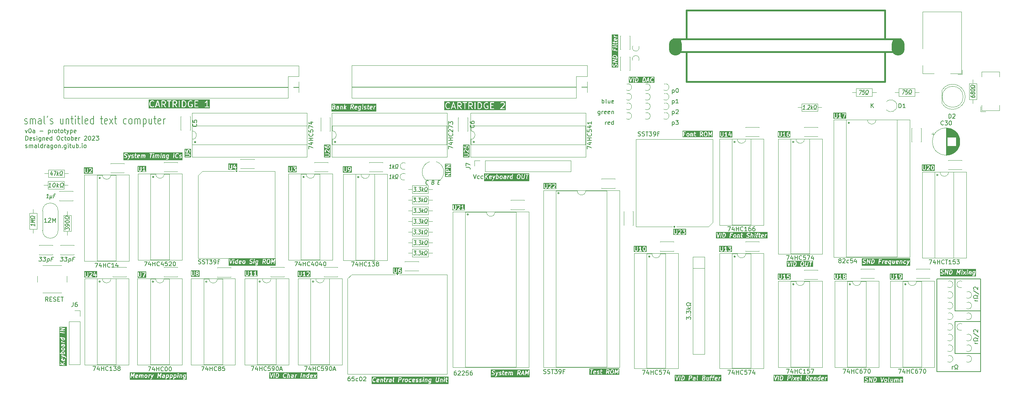
<source format=gbr>
%TF.GenerationSoftware,KiCad,Pcbnew,7.0.8*%
%TF.CreationDate,2023-10-18T18:18:42+01:00*%
%TF.ProjectId,Beep12-Kicad,42656570-3132-42d4-9b69-6361642e6b69,rev?*%
%TF.SameCoordinates,Original*%
%TF.FileFunction,Legend,Top*%
%TF.FilePolarity,Positive*%
%FSLAX46Y46*%
G04 Gerber Fmt 4.6, Leading zero omitted, Abs format (unit mm)*
G04 Created by KiCad (PCBNEW 7.0.8) date 2023-10-18 18:18:42*
%MOMM*%
%LPD*%
G01*
G04 APERTURE LIST*
%ADD10C,0.200000*%
%ADD11C,0.150000*%
%ADD12C,0.120000*%
%ADD13C,0.300000*%
%ADD14C,0.381000*%
%ADD15O,3.100000X4.100000*%
G04 APERTURE END LIST*
D10*
G36*
X166546560Y-76611046D02*
G01*
X166716623Y-76674819D01*
X166791169Y-76721411D01*
X166862805Y-76802001D01*
X166899219Y-76915794D01*
X166899219Y-77025000D01*
X166099219Y-76925000D01*
X166099219Y-76792078D01*
X166132597Y-76696115D01*
X166194229Y-76642187D01*
X166261400Y-76616998D01*
X166427789Y-76596200D01*
X166546560Y-76611046D01*
G37*
G36*
X166541296Y-72837402D02*
G01*
X166509702Y-72833453D01*
X166458123Y-72801216D01*
X166432552Y-72746876D01*
X166432552Y-72603753D01*
X166450637Y-72569843D01*
X166486468Y-72556406D01*
X166541296Y-72837402D01*
G37*
G36*
X167242076Y-79422781D02*
G01*
X165756362Y-79422781D01*
X165756362Y-78870422D01*
X165899219Y-78870422D01*
X165905989Y-78891260D01*
X165908737Y-78913002D01*
X165956356Y-79014192D01*
X165966282Y-79024762D01*
X165972097Y-79038049D01*
X166019716Y-79091620D01*
X166032176Y-79098920D01*
X166041457Y-79109983D01*
X166136695Y-79169507D01*
X166157694Y-79174744D01*
X166177291Y-79183935D01*
X166272529Y-79195840D01*
X166296083Y-79191314D01*
X166320045Y-79190245D01*
X166415283Y-79154531D01*
X166429412Y-79143269D01*
X166446022Y-79136155D01*
X166493641Y-79094488D01*
X166502944Y-79078890D01*
X166516025Y-79066290D01*
X166563645Y-78977003D01*
X166565756Y-78965117D01*
X166572237Y-78954933D01*
X166616876Y-78781955D01*
X166650270Y-78719341D01*
X166670419Y-78701711D01*
X166725546Y-78681038D01*
X166774450Y-78687151D01*
X166838787Y-78727362D01*
X166867266Y-78759400D01*
X166899219Y-78827299D01*
X166899219Y-79026145D01*
X166857150Y-79147093D01*
X166855878Y-79208883D01*
X166891169Y-79259620D01*
X166949542Y-79279924D01*
X167008701Y-79262040D01*
X167046050Y-79212797D01*
X167093669Y-79075893D01*
X167094015Y-79059055D01*
X167099219Y-79043041D01*
X167099219Y-78804945D01*
X167092448Y-78784106D01*
X167089701Y-78762365D01*
X167042082Y-78661175D01*
X167032153Y-78650602D01*
X167026340Y-78637318D01*
X166978721Y-78583746D01*
X166966260Y-78576445D01*
X166956980Y-78565383D01*
X166861741Y-78505860D01*
X166840741Y-78500621D01*
X166821146Y-78491432D01*
X166725908Y-78479527D01*
X166702351Y-78484052D01*
X166678392Y-78485122D01*
X166583154Y-78520836D01*
X166569024Y-78532097D01*
X166552415Y-78539212D01*
X166504796Y-78580879D01*
X166495492Y-78596476D01*
X166482412Y-78609077D01*
X166434793Y-78698363D01*
X166432681Y-78710248D01*
X166426200Y-78720434D01*
X166381560Y-78893411D01*
X166348166Y-78956024D01*
X166328017Y-78973655D01*
X166272890Y-78994328D01*
X166223988Y-78988215D01*
X166159646Y-78948001D01*
X166131171Y-78915966D01*
X166099219Y-78848067D01*
X166099219Y-78649221D01*
X166141288Y-78528274D01*
X166142560Y-78466484D01*
X166107269Y-78415747D01*
X166048896Y-78395443D01*
X165989736Y-78413328D01*
X165952388Y-78462570D01*
X165904769Y-78599474D01*
X165904422Y-78616311D01*
X165899219Y-78632326D01*
X165899219Y-78870422D01*
X165756362Y-78870422D01*
X165756362Y-78071450D01*
X165899777Y-78071450D01*
X165901555Y-78075433D01*
X165901014Y-78079765D01*
X165914007Y-78103326D01*
X165924971Y-78127886D01*
X165928751Y-78130063D01*
X165930859Y-78133885D01*
X165955212Y-78145305D01*
X165978525Y-78158734D01*
X165982865Y-78158273D01*
X165986816Y-78160126D01*
X166986815Y-78285126D01*
X167047509Y-78273466D01*
X167089757Y-78228358D01*
X167097423Y-78167031D01*
X167067579Y-78112911D01*
X167011622Y-78086670D01*
X166367228Y-78006120D01*
X167039984Y-77705783D01*
X167043223Y-77702860D01*
X167047509Y-77702037D01*
X167065899Y-77682401D01*
X167085872Y-77664382D01*
X167086774Y-77660112D01*
X167089757Y-77656929D01*
X167093092Y-77630242D01*
X167098661Y-77603917D01*
X167096881Y-77599931D01*
X167097423Y-77595602D01*
X167084433Y-77572045D01*
X167073467Y-77547481D01*
X167069686Y-77545303D01*
X167067579Y-77541482D01*
X167043222Y-77530060D01*
X167019912Y-77516633D01*
X167015572Y-77517093D01*
X167011622Y-77515241D01*
X166011622Y-77390241D01*
X165950929Y-77401901D01*
X165908680Y-77447009D01*
X165901014Y-77508336D01*
X165930859Y-77562456D01*
X165986816Y-77588697D01*
X166631209Y-77669246D01*
X165958454Y-77969584D01*
X165955214Y-77972506D01*
X165950929Y-77973330D01*
X165932535Y-77992967D01*
X165912566Y-78010985D01*
X165911663Y-78015252D01*
X165908680Y-78018438D01*
X165905342Y-78045135D01*
X165899777Y-78071450D01*
X165756362Y-78071450D01*
X165756362Y-77013279D01*
X165899219Y-77013279D01*
X165902218Y-77022510D01*
X165901014Y-77032146D01*
X165911566Y-77051281D01*
X165918317Y-77072058D01*
X165926170Y-77077763D01*
X165930859Y-77086266D01*
X165950641Y-77095542D01*
X165968317Y-77108385D01*
X165978026Y-77108385D01*
X165986816Y-77112507D01*
X166986815Y-77237507D01*
X167008271Y-77233385D01*
X167030121Y-77233385D01*
X167037975Y-77227678D01*
X167047509Y-77225847D01*
X167062443Y-77209901D01*
X167080121Y-77197058D01*
X167083121Y-77187823D01*
X167089757Y-77180739D01*
X167092466Y-77159060D01*
X167099219Y-77138279D01*
X167099219Y-76900183D01*
X167094391Y-76885325D01*
X167094461Y-76869705D01*
X167046842Y-76720896D01*
X167034684Y-76704004D01*
X167026341Y-76684937D01*
X166931102Y-76577794D01*
X166918641Y-76570493D01*
X166909361Y-76559431D01*
X166814123Y-76499907D01*
X166804217Y-76497436D01*
X166796235Y-76491074D01*
X166605759Y-76419646D01*
X166593847Y-76419114D01*
X166583051Y-76414051D01*
X166440193Y-76396194D01*
X166427789Y-76398576D01*
X166415387Y-76396194D01*
X166224911Y-76420003D01*
X166214113Y-76425066D01*
X166202202Y-76425598D01*
X166106964Y-76461312D01*
X166092835Y-76472572D01*
X166076225Y-76479687D01*
X165980987Y-76563022D01*
X165967867Y-76585017D01*
X165952388Y-76605427D01*
X165904769Y-76742331D01*
X165904422Y-76759168D01*
X165899219Y-76775183D01*
X165899219Y-77013279D01*
X165756362Y-77013279D01*
X165756362Y-75251374D01*
X165899219Y-75251374D01*
X165902218Y-75260605D01*
X165901014Y-75270241D01*
X165911566Y-75289376D01*
X165918317Y-75310153D01*
X165926170Y-75315858D01*
X165930859Y-75324361D01*
X165950641Y-75333637D01*
X165968317Y-75346480D01*
X165978026Y-75346480D01*
X165986816Y-75350602D01*
X166986815Y-75475602D01*
X167047509Y-75463942D01*
X167089757Y-75418834D01*
X167097423Y-75357507D01*
X167067579Y-75303387D01*
X167011622Y-75277146D01*
X166575409Y-75222619D01*
X166575409Y-74977564D01*
X166556311Y-74918785D01*
X166506311Y-74882458D01*
X166444507Y-74882458D01*
X166394507Y-74918785D01*
X166375409Y-74977564D01*
X166375409Y-75197619D01*
X166099219Y-75163095D01*
X166099219Y-74775183D01*
X166080121Y-74716404D01*
X166030121Y-74680077D01*
X165968317Y-74680077D01*
X165918317Y-74716404D01*
X165899219Y-74775183D01*
X165899219Y-75251374D01*
X165756362Y-75251374D01*
X165756362Y-74404048D01*
X165899701Y-74404048D01*
X165901603Y-74408394D01*
X165901015Y-74413099D01*
X165906305Y-74422692D01*
X165907296Y-74433603D01*
X165917975Y-74445807D01*
X165924478Y-74460668D01*
X165972097Y-74514239D01*
X165985434Y-74522053D01*
X165995613Y-74533686D01*
X166011426Y-74537282D01*
X166025422Y-74545483D01*
X166040806Y-74543965D01*
X166055877Y-74547393D01*
X166070784Y-74541007D01*
X166086927Y-74539415D01*
X166098481Y-74529144D01*
X166112689Y-74523059D01*
X166160308Y-74481392D01*
X166168614Y-74467464D01*
X166180739Y-74456688D01*
X166181160Y-74454764D01*
X166234347Y-74454764D01*
X166264192Y-74508884D01*
X166320148Y-74535125D01*
X166986815Y-74618459D01*
X167047509Y-74606799D01*
X167089757Y-74561691D01*
X167097423Y-74500364D01*
X167067579Y-74446244D01*
X167011622Y-74420003D01*
X166344956Y-74336669D01*
X166284262Y-74348329D01*
X166242013Y-74393437D01*
X166234347Y-74454764D01*
X166181160Y-74454764D01*
X166181754Y-74452054D01*
X166184996Y-74448594D01*
X166186354Y-74437722D01*
X166191967Y-74428313D01*
X166190501Y-74412162D01*
X166193975Y-74396318D01*
X166192072Y-74391971D01*
X166192661Y-74387267D01*
X166187371Y-74377675D01*
X166186381Y-74366763D01*
X166175699Y-74354555D01*
X166169198Y-74339699D01*
X166121579Y-74286127D01*
X166108242Y-74278312D01*
X166098063Y-74266680D01*
X166082247Y-74263082D01*
X166068254Y-74254884D01*
X166052871Y-74256401D01*
X166037799Y-74252973D01*
X166022890Y-74259358D01*
X166006749Y-74260951D01*
X165995194Y-74271221D01*
X165980987Y-74277307D01*
X165933368Y-74318974D01*
X165925061Y-74332901D01*
X165912937Y-74343678D01*
X165911921Y-74348311D01*
X165908680Y-74351772D01*
X165907321Y-74362643D01*
X165901709Y-74372053D01*
X165903174Y-74388203D01*
X165899701Y-74404048D01*
X165756362Y-74404048D01*
X165756362Y-73936908D01*
X165901014Y-73936908D01*
X165930859Y-73991028D01*
X165986815Y-74017269D01*
X166843957Y-74124412D01*
X166867510Y-74119887D01*
X166891474Y-74118817D01*
X166986712Y-74083102D01*
X166990511Y-74080074D01*
X166995323Y-74079404D01*
X167014364Y-74061061D01*
X167035043Y-74044581D01*
X167036336Y-74039897D01*
X167039835Y-74036528D01*
X167087454Y-73947243D01*
X167098264Y-73886392D01*
X167071242Y-73830809D01*
X167016709Y-73801725D01*
X166955496Y-73810248D01*
X166910984Y-73853125D01*
X166881133Y-73909093D01*
X166844316Y-73922900D01*
X166011623Y-73818813D01*
X165950929Y-73830473D01*
X165908680Y-73875581D01*
X165901014Y-73936908D01*
X165756362Y-73936908D01*
X165756362Y-73413098D01*
X165901014Y-73413098D01*
X165930859Y-73467218D01*
X165986815Y-73493459D01*
X166232552Y-73524176D01*
X166232552Y-73578754D01*
X166251650Y-73637533D01*
X166301650Y-73673860D01*
X166363454Y-73673860D01*
X166413454Y-73637533D01*
X166432552Y-73578754D01*
X166432552Y-73549176D01*
X166843957Y-73600602D01*
X166867510Y-73596077D01*
X166891474Y-73595007D01*
X166986712Y-73559292D01*
X166990511Y-73556264D01*
X166995323Y-73555594D01*
X167014364Y-73537251D01*
X167035043Y-73520771D01*
X167036336Y-73516087D01*
X167039835Y-73512718D01*
X167087454Y-73423433D01*
X167091706Y-73399496D01*
X167099219Y-73376374D01*
X167099219Y-73281135D01*
X167080121Y-73222356D01*
X167030121Y-73186029D01*
X166968317Y-73186029D01*
X166918317Y-73222356D01*
X166899219Y-73281135D01*
X166899219Y-73351374D01*
X166881133Y-73385283D01*
X166844316Y-73399090D01*
X166432552Y-73347619D01*
X166432552Y-73197802D01*
X166413454Y-73139023D01*
X166363454Y-73102696D01*
X166301650Y-73102696D01*
X166251650Y-73139023D01*
X166232552Y-73197802D01*
X166232552Y-73322619D01*
X166011623Y-73295003D01*
X165950929Y-73306663D01*
X165908680Y-73351771D01*
X165901014Y-73413098D01*
X165756362Y-73413098D01*
X165756362Y-72769230D01*
X166232552Y-72769230D01*
X166239322Y-72790069D01*
X166242070Y-72811809D01*
X166289689Y-72913001D01*
X166309019Y-72933585D01*
X166327171Y-72955221D01*
X166422409Y-73014745D01*
X166443408Y-73019982D01*
X166463006Y-73029173D01*
X166843958Y-73076792D01*
X166867512Y-73072266D01*
X166891474Y-73071197D01*
X166986712Y-73035482D01*
X166990511Y-73032454D01*
X166995323Y-73031784D01*
X167014364Y-73013441D01*
X167035043Y-72996961D01*
X167036336Y-72992277D01*
X167039835Y-72988908D01*
X167087454Y-72899623D01*
X167091706Y-72875686D01*
X167099219Y-72852564D01*
X167099219Y-72662087D01*
X167092448Y-72641248D01*
X167089701Y-72619507D01*
X167042082Y-72518317D01*
X166999774Y-72473265D01*
X166939065Y-72461685D01*
X166883143Y-72488001D01*
X166853370Y-72542161D01*
X166861118Y-72603477D01*
X166899219Y-72684441D01*
X166899219Y-72827564D01*
X166881133Y-72861473D01*
X166844317Y-72875280D01*
X166750162Y-72863510D01*
X166668796Y-72446508D01*
X166653843Y-72419576D01*
X166639007Y-72392673D01*
X166638869Y-72392608D01*
X166638795Y-72392474D01*
X166610706Y-72379400D01*
X166583051Y-72366431D01*
X166487813Y-72354526D01*
X166464256Y-72359051D01*
X166440297Y-72360121D01*
X166345059Y-72395835D01*
X166341261Y-72398861D01*
X166336448Y-72399532D01*
X166317402Y-72417877D01*
X166296728Y-72434356D01*
X166295434Y-72439039D01*
X166291936Y-72442409D01*
X166244317Y-72531695D01*
X166240064Y-72555631D01*
X166232552Y-72578754D01*
X166232552Y-72769230D01*
X165756362Y-72769230D01*
X165756362Y-71816849D01*
X166232552Y-71816849D01*
X166239322Y-71837688D01*
X166242070Y-71859428D01*
X166275075Y-71929565D01*
X166242013Y-71964865D01*
X166234347Y-72026192D01*
X166264192Y-72080312D01*
X166320148Y-72106553D01*
X166986815Y-72189887D01*
X167047509Y-72178227D01*
X167089757Y-72133119D01*
X167097423Y-72071792D01*
X167067579Y-72017672D01*
X167011622Y-71991431D01*
X166557320Y-71934642D01*
X166492979Y-71894429D01*
X166464503Y-71862393D01*
X166432552Y-71794495D01*
X166432552Y-71721611D01*
X166413454Y-71662832D01*
X166363454Y-71626505D01*
X166301650Y-71626505D01*
X166251650Y-71662832D01*
X166232552Y-71721611D01*
X166232552Y-71816849D01*
X165756362Y-71816849D01*
X165756362Y-71483648D01*
X167242076Y-71483648D01*
X167242076Y-79422781D01*
G37*
D11*
X26197160Y-98451200D02*
X26292398Y-98498819D01*
X26292398Y-98498819D02*
X26482874Y-98498819D01*
X26482874Y-98498819D02*
X26578112Y-98451200D01*
X26578112Y-98451200D02*
X26625731Y-98355961D01*
X26625731Y-98355961D02*
X26625731Y-98308342D01*
X26625731Y-98308342D02*
X26578112Y-98213104D01*
X26578112Y-98213104D02*
X26482874Y-98165485D01*
X26482874Y-98165485D02*
X26340017Y-98165485D01*
X26340017Y-98165485D02*
X26244779Y-98117866D01*
X26244779Y-98117866D02*
X26197160Y-98022628D01*
X26197160Y-98022628D02*
X26197160Y-97975009D01*
X26197160Y-97975009D02*
X26244779Y-97879771D01*
X26244779Y-97879771D02*
X26340017Y-97832152D01*
X26340017Y-97832152D02*
X26482874Y-97832152D01*
X26482874Y-97832152D02*
X26578112Y-97879771D01*
X27054303Y-98498819D02*
X27054303Y-97832152D01*
X27054303Y-97927390D02*
X27101922Y-97879771D01*
X27101922Y-97879771D02*
X27197160Y-97832152D01*
X27197160Y-97832152D02*
X27340017Y-97832152D01*
X27340017Y-97832152D02*
X27435255Y-97879771D01*
X27435255Y-97879771D02*
X27482874Y-97975009D01*
X27482874Y-97975009D02*
X27482874Y-98498819D01*
X27482874Y-97975009D02*
X27530493Y-97879771D01*
X27530493Y-97879771D02*
X27625731Y-97832152D01*
X27625731Y-97832152D02*
X27768588Y-97832152D01*
X27768588Y-97832152D02*
X27863827Y-97879771D01*
X27863827Y-97879771D02*
X27911446Y-97975009D01*
X27911446Y-97975009D02*
X27911446Y-98498819D01*
X28816207Y-98498819D02*
X28816207Y-97975009D01*
X28816207Y-97975009D02*
X28768588Y-97879771D01*
X28768588Y-97879771D02*
X28673350Y-97832152D01*
X28673350Y-97832152D02*
X28482874Y-97832152D01*
X28482874Y-97832152D02*
X28387636Y-97879771D01*
X28816207Y-98451200D02*
X28720969Y-98498819D01*
X28720969Y-98498819D02*
X28482874Y-98498819D01*
X28482874Y-98498819D02*
X28387636Y-98451200D01*
X28387636Y-98451200D02*
X28340017Y-98355961D01*
X28340017Y-98355961D02*
X28340017Y-98260723D01*
X28340017Y-98260723D02*
X28387636Y-98165485D01*
X28387636Y-98165485D02*
X28482874Y-98117866D01*
X28482874Y-98117866D02*
X28720969Y-98117866D01*
X28720969Y-98117866D02*
X28816207Y-98070247D01*
X29435255Y-98498819D02*
X29340017Y-98451200D01*
X29340017Y-98451200D02*
X29292398Y-98355961D01*
X29292398Y-98355961D02*
X29292398Y-97498819D01*
X30244779Y-98498819D02*
X30244779Y-97498819D01*
X30244779Y-98451200D02*
X30149541Y-98498819D01*
X30149541Y-98498819D02*
X29959065Y-98498819D01*
X29959065Y-98498819D02*
X29863827Y-98451200D01*
X29863827Y-98451200D02*
X29816208Y-98403580D01*
X29816208Y-98403580D02*
X29768589Y-98308342D01*
X29768589Y-98308342D02*
X29768589Y-98022628D01*
X29768589Y-98022628D02*
X29816208Y-97927390D01*
X29816208Y-97927390D02*
X29863827Y-97879771D01*
X29863827Y-97879771D02*
X29959065Y-97832152D01*
X29959065Y-97832152D02*
X30149541Y-97832152D01*
X30149541Y-97832152D02*
X30244779Y-97879771D01*
X30720970Y-98498819D02*
X30720970Y-97832152D01*
X30720970Y-98022628D02*
X30768589Y-97927390D01*
X30768589Y-97927390D02*
X30816208Y-97879771D01*
X30816208Y-97879771D02*
X30911446Y-97832152D01*
X30911446Y-97832152D02*
X31006684Y-97832152D01*
X31768589Y-98498819D02*
X31768589Y-97975009D01*
X31768589Y-97975009D02*
X31720970Y-97879771D01*
X31720970Y-97879771D02*
X31625732Y-97832152D01*
X31625732Y-97832152D02*
X31435256Y-97832152D01*
X31435256Y-97832152D02*
X31340018Y-97879771D01*
X31768589Y-98451200D02*
X31673351Y-98498819D01*
X31673351Y-98498819D02*
X31435256Y-98498819D01*
X31435256Y-98498819D02*
X31340018Y-98451200D01*
X31340018Y-98451200D02*
X31292399Y-98355961D01*
X31292399Y-98355961D02*
X31292399Y-98260723D01*
X31292399Y-98260723D02*
X31340018Y-98165485D01*
X31340018Y-98165485D02*
X31435256Y-98117866D01*
X31435256Y-98117866D02*
X31673351Y-98117866D01*
X31673351Y-98117866D02*
X31768589Y-98070247D01*
X32673351Y-97832152D02*
X32673351Y-98641676D01*
X32673351Y-98641676D02*
X32625732Y-98736914D01*
X32625732Y-98736914D02*
X32578113Y-98784533D01*
X32578113Y-98784533D02*
X32482875Y-98832152D01*
X32482875Y-98832152D02*
X32340018Y-98832152D01*
X32340018Y-98832152D02*
X32244780Y-98784533D01*
X32673351Y-98451200D02*
X32578113Y-98498819D01*
X32578113Y-98498819D02*
X32387637Y-98498819D01*
X32387637Y-98498819D02*
X32292399Y-98451200D01*
X32292399Y-98451200D02*
X32244780Y-98403580D01*
X32244780Y-98403580D02*
X32197161Y-98308342D01*
X32197161Y-98308342D02*
X32197161Y-98022628D01*
X32197161Y-98022628D02*
X32244780Y-97927390D01*
X32244780Y-97927390D02*
X32292399Y-97879771D01*
X32292399Y-97879771D02*
X32387637Y-97832152D01*
X32387637Y-97832152D02*
X32578113Y-97832152D01*
X32578113Y-97832152D02*
X32673351Y-97879771D01*
X33292399Y-98498819D02*
X33197161Y-98451200D01*
X33197161Y-98451200D02*
X33149542Y-98403580D01*
X33149542Y-98403580D02*
X33101923Y-98308342D01*
X33101923Y-98308342D02*
X33101923Y-98022628D01*
X33101923Y-98022628D02*
X33149542Y-97927390D01*
X33149542Y-97927390D02*
X33197161Y-97879771D01*
X33197161Y-97879771D02*
X33292399Y-97832152D01*
X33292399Y-97832152D02*
X33435256Y-97832152D01*
X33435256Y-97832152D02*
X33530494Y-97879771D01*
X33530494Y-97879771D02*
X33578113Y-97927390D01*
X33578113Y-97927390D02*
X33625732Y-98022628D01*
X33625732Y-98022628D02*
X33625732Y-98308342D01*
X33625732Y-98308342D02*
X33578113Y-98403580D01*
X33578113Y-98403580D02*
X33530494Y-98451200D01*
X33530494Y-98451200D02*
X33435256Y-98498819D01*
X33435256Y-98498819D02*
X33292399Y-98498819D01*
X34054304Y-97832152D02*
X34054304Y-98498819D01*
X34054304Y-97927390D02*
X34101923Y-97879771D01*
X34101923Y-97879771D02*
X34197161Y-97832152D01*
X34197161Y-97832152D02*
X34340018Y-97832152D01*
X34340018Y-97832152D02*
X34435256Y-97879771D01*
X34435256Y-97879771D02*
X34482875Y-97975009D01*
X34482875Y-97975009D02*
X34482875Y-98498819D01*
X34959066Y-98403580D02*
X35006685Y-98451200D01*
X35006685Y-98451200D02*
X34959066Y-98498819D01*
X34959066Y-98498819D02*
X34911447Y-98451200D01*
X34911447Y-98451200D02*
X34959066Y-98403580D01*
X34959066Y-98403580D02*
X34959066Y-98498819D01*
X35863827Y-97832152D02*
X35863827Y-98641676D01*
X35863827Y-98641676D02*
X35816208Y-98736914D01*
X35816208Y-98736914D02*
X35768589Y-98784533D01*
X35768589Y-98784533D02*
X35673351Y-98832152D01*
X35673351Y-98832152D02*
X35530494Y-98832152D01*
X35530494Y-98832152D02*
X35435256Y-98784533D01*
X35863827Y-98451200D02*
X35768589Y-98498819D01*
X35768589Y-98498819D02*
X35578113Y-98498819D01*
X35578113Y-98498819D02*
X35482875Y-98451200D01*
X35482875Y-98451200D02*
X35435256Y-98403580D01*
X35435256Y-98403580D02*
X35387637Y-98308342D01*
X35387637Y-98308342D02*
X35387637Y-98022628D01*
X35387637Y-98022628D02*
X35435256Y-97927390D01*
X35435256Y-97927390D02*
X35482875Y-97879771D01*
X35482875Y-97879771D02*
X35578113Y-97832152D01*
X35578113Y-97832152D02*
X35768589Y-97832152D01*
X35768589Y-97832152D02*
X35863827Y-97879771D01*
X36340018Y-98498819D02*
X36340018Y-97832152D01*
X36340018Y-97498819D02*
X36292399Y-97546438D01*
X36292399Y-97546438D02*
X36340018Y-97594057D01*
X36340018Y-97594057D02*
X36387637Y-97546438D01*
X36387637Y-97546438D02*
X36340018Y-97498819D01*
X36340018Y-97498819D02*
X36340018Y-97594057D01*
X36673351Y-97832152D02*
X37054303Y-97832152D01*
X36816208Y-97498819D02*
X36816208Y-98355961D01*
X36816208Y-98355961D02*
X36863827Y-98451200D01*
X36863827Y-98451200D02*
X36959065Y-98498819D01*
X36959065Y-98498819D02*
X37054303Y-98498819D01*
X37816208Y-97832152D02*
X37816208Y-98498819D01*
X37387637Y-97832152D02*
X37387637Y-98355961D01*
X37387637Y-98355961D02*
X37435256Y-98451200D01*
X37435256Y-98451200D02*
X37530494Y-98498819D01*
X37530494Y-98498819D02*
X37673351Y-98498819D01*
X37673351Y-98498819D02*
X37768589Y-98451200D01*
X37768589Y-98451200D02*
X37816208Y-98403580D01*
X38292399Y-98498819D02*
X38292399Y-97498819D01*
X38292399Y-97879771D02*
X38387637Y-97832152D01*
X38387637Y-97832152D02*
X38578113Y-97832152D01*
X38578113Y-97832152D02*
X38673351Y-97879771D01*
X38673351Y-97879771D02*
X38720970Y-97927390D01*
X38720970Y-97927390D02*
X38768589Y-98022628D01*
X38768589Y-98022628D02*
X38768589Y-98308342D01*
X38768589Y-98308342D02*
X38720970Y-98403580D01*
X38720970Y-98403580D02*
X38673351Y-98451200D01*
X38673351Y-98451200D02*
X38578113Y-98498819D01*
X38578113Y-98498819D02*
X38387637Y-98498819D01*
X38387637Y-98498819D02*
X38292399Y-98451200D01*
X39197161Y-98403580D02*
X39244780Y-98451200D01*
X39244780Y-98451200D02*
X39197161Y-98498819D01*
X39197161Y-98498819D02*
X39149542Y-98451200D01*
X39149542Y-98451200D02*
X39197161Y-98403580D01*
X39197161Y-98403580D02*
X39197161Y-98498819D01*
X39673351Y-98498819D02*
X39673351Y-97832152D01*
X39673351Y-97498819D02*
X39625732Y-97546438D01*
X39625732Y-97546438D02*
X39673351Y-97594057D01*
X39673351Y-97594057D02*
X39720970Y-97546438D01*
X39720970Y-97546438D02*
X39673351Y-97498819D01*
X39673351Y-97498819D02*
X39673351Y-97594057D01*
X40292398Y-98498819D02*
X40197160Y-98451200D01*
X40197160Y-98451200D02*
X40149541Y-98403580D01*
X40149541Y-98403580D02*
X40101922Y-98308342D01*
X40101922Y-98308342D02*
X40101922Y-98022628D01*
X40101922Y-98022628D02*
X40149541Y-97927390D01*
X40149541Y-97927390D02*
X40197160Y-97879771D01*
X40197160Y-97879771D02*
X40292398Y-97832152D01*
X40292398Y-97832152D02*
X40435255Y-97832152D01*
X40435255Y-97832152D02*
X40530493Y-97879771D01*
X40530493Y-97879771D02*
X40578112Y-97927390D01*
X40578112Y-97927390D02*
X40625731Y-98022628D01*
X40625731Y-98022628D02*
X40625731Y-98308342D01*
X40625731Y-98308342D02*
X40578112Y-98403580D01*
X40578112Y-98403580D02*
X40530493Y-98451200D01*
X40530493Y-98451200D02*
X40435255Y-98498819D01*
X40435255Y-98498819D02*
X40292398Y-98498819D01*
X26149541Y-94276152D02*
X26387636Y-94942819D01*
X26387636Y-94942819D02*
X26625731Y-94276152D01*
X27197160Y-93942819D02*
X27292398Y-93942819D01*
X27292398Y-93942819D02*
X27387636Y-93990438D01*
X27387636Y-93990438D02*
X27435255Y-94038057D01*
X27435255Y-94038057D02*
X27482874Y-94133295D01*
X27482874Y-94133295D02*
X27530493Y-94323771D01*
X27530493Y-94323771D02*
X27530493Y-94561866D01*
X27530493Y-94561866D02*
X27482874Y-94752342D01*
X27482874Y-94752342D02*
X27435255Y-94847580D01*
X27435255Y-94847580D02*
X27387636Y-94895200D01*
X27387636Y-94895200D02*
X27292398Y-94942819D01*
X27292398Y-94942819D02*
X27197160Y-94942819D01*
X27197160Y-94942819D02*
X27101922Y-94895200D01*
X27101922Y-94895200D02*
X27054303Y-94847580D01*
X27054303Y-94847580D02*
X27006684Y-94752342D01*
X27006684Y-94752342D02*
X26959065Y-94561866D01*
X26959065Y-94561866D02*
X26959065Y-94323771D01*
X26959065Y-94323771D02*
X27006684Y-94133295D01*
X27006684Y-94133295D02*
X27054303Y-94038057D01*
X27054303Y-94038057D02*
X27101922Y-93990438D01*
X27101922Y-93990438D02*
X27197160Y-93942819D01*
X28387636Y-94942819D02*
X28387636Y-94419009D01*
X28387636Y-94419009D02*
X28340017Y-94323771D01*
X28340017Y-94323771D02*
X28244779Y-94276152D01*
X28244779Y-94276152D02*
X28054303Y-94276152D01*
X28054303Y-94276152D02*
X27959065Y-94323771D01*
X28387636Y-94895200D02*
X28292398Y-94942819D01*
X28292398Y-94942819D02*
X28054303Y-94942819D01*
X28054303Y-94942819D02*
X27959065Y-94895200D01*
X27959065Y-94895200D02*
X27911446Y-94799961D01*
X27911446Y-94799961D02*
X27911446Y-94704723D01*
X27911446Y-94704723D02*
X27959065Y-94609485D01*
X27959065Y-94609485D02*
X28054303Y-94561866D01*
X28054303Y-94561866D02*
X28292398Y-94561866D01*
X28292398Y-94561866D02*
X28387636Y-94514247D01*
X29625732Y-94561866D02*
X30387637Y-94561866D01*
X31625732Y-94276152D02*
X31625732Y-95276152D01*
X31625732Y-94323771D02*
X31720970Y-94276152D01*
X31720970Y-94276152D02*
X31911446Y-94276152D01*
X31911446Y-94276152D02*
X32006684Y-94323771D01*
X32006684Y-94323771D02*
X32054303Y-94371390D01*
X32054303Y-94371390D02*
X32101922Y-94466628D01*
X32101922Y-94466628D02*
X32101922Y-94752342D01*
X32101922Y-94752342D02*
X32054303Y-94847580D01*
X32054303Y-94847580D02*
X32006684Y-94895200D01*
X32006684Y-94895200D02*
X31911446Y-94942819D01*
X31911446Y-94942819D02*
X31720970Y-94942819D01*
X31720970Y-94942819D02*
X31625732Y-94895200D01*
X32530494Y-94942819D02*
X32530494Y-94276152D01*
X32530494Y-94466628D02*
X32578113Y-94371390D01*
X32578113Y-94371390D02*
X32625732Y-94323771D01*
X32625732Y-94323771D02*
X32720970Y-94276152D01*
X32720970Y-94276152D02*
X32816208Y-94276152D01*
X33292399Y-94942819D02*
X33197161Y-94895200D01*
X33197161Y-94895200D02*
X33149542Y-94847580D01*
X33149542Y-94847580D02*
X33101923Y-94752342D01*
X33101923Y-94752342D02*
X33101923Y-94466628D01*
X33101923Y-94466628D02*
X33149542Y-94371390D01*
X33149542Y-94371390D02*
X33197161Y-94323771D01*
X33197161Y-94323771D02*
X33292399Y-94276152D01*
X33292399Y-94276152D02*
X33435256Y-94276152D01*
X33435256Y-94276152D02*
X33530494Y-94323771D01*
X33530494Y-94323771D02*
X33578113Y-94371390D01*
X33578113Y-94371390D02*
X33625732Y-94466628D01*
X33625732Y-94466628D02*
X33625732Y-94752342D01*
X33625732Y-94752342D02*
X33578113Y-94847580D01*
X33578113Y-94847580D02*
X33530494Y-94895200D01*
X33530494Y-94895200D02*
X33435256Y-94942819D01*
X33435256Y-94942819D02*
X33292399Y-94942819D01*
X33911447Y-94276152D02*
X34292399Y-94276152D01*
X34054304Y-93942819D02*
X34054304Y-94799961D01*
X34054304Y-94799961D02*
X34101923Y-94895200D01*
X34101923Y-94895200D02*
X34197161Y-94942819D01*
X34197161Y-94942819D02*
X34292399Y-94942819D01*
X34768590Y-94942819D02*
X34673352Y-94895200D01*
X34673352Y-94895200D02*
X34625733Y-94847580D01*
X34625733Y-94847580D02*
X34578114Y-94752342D01*
X34578114Y-94752342D02*
X34578114Y-94466628D01*
X34578114Y-94466628D02*
X34625733Y-94371390D01*
X34625733Y-94371390D02*
X34673352Y-94323771D01*
X34673352Y-94323771D02*
X34768590Y-94276152D01*
X34768590Y-94276152D02*
X34911447Y-94276152D01*
X34911447Y-94276152D02*
X35006685Y-94323771D01*
X35006685Y-94323771D02*
X35054304Y-94371390D01*
X35054304Y-94371390D02*
X35101923Y-94466628D01*
X35101923Y-94466628D02*
X35101923Y-94752342D01*
X35101923Y-94752342D02*
X35054304Y-94847580D01*
X35054304Y-94847580D02*
X35006685Y-94895200D01*
X35006685Y-94895200D02*
X34911447Y-94942819D01*
X34911447Y-94942819D02*
X34768590Y-94942819D01*
X35387638Y-94276152D02*
X35768590Y-94276152D01*
X35530495Y-93942819D02*
X35530495Y-94799961D01*
X35530495Y-94799961D02*
X35578114Y-94895200D01*
X35578114Y-94895200D02*
X35673352Y-94942819D01*
X35673352Y-94942819D02*
X35768590Y-94942819D01*
X36006686Y-94276152D02*
X36244781Y-94942819D01*
X36482876Y-94276152D02*
X36244781Y-94942819D01*
X36244781Y-94942819D02*
X36149543Y-95180914D01*
X36149543Y-95180914D02*
X36101924Y-95228533D01*
X36101924Y-95228533D02*
X36006686Y-95276152D01*
X36863829Y-94276152D02*
X36863829Y-95276152D01*
X36863829Y-94323771D02*
X36959067Y-94276152D01*
X36959067Y-94276152D02*
X37149543Y-94276152D01*
X37149543Y-94276152D02*
X37244781Y-94323771D01*
X37244781Y-94323771D02*
X37292400Y-94371390D01*
X37292400Y-94371390D02*
X37340019Y-94466628D01*
X37340019Y-94466628D02*
X37340019Y-94752342D01*
X37340019Y-94752342D02*
X37292400Y-94847580D01*
X37292400Y-94847580D02*
X37244781Y-94895200D01*
X37244781Y-94895200D02*
X37149543Y-94942819D01*
X37149543Y-94942819D02*
X36959067Y-94942819D01*
X36959067Y-94942819D02*
X36863829Y-94895200D01*
X38149543Y-94895200D02*
X38054305Y-94942819D01*
X38054305Y-94942819D02*
X37863829Y-94942819D01*
X37863829Y-94942819D02*
X37768591Y-94895200D01*
X37768591Y-94895200D02*
X37720972Y-94799961D01*
X37720972Y-94799961D02*
X37720972Y-94419009D01*
X37720972Y-94419009D02*
X37768591Y-94323771D01*
X37768591Y-94323771D02*
X37863829Y-94276152D01*
X37863829Y-94276152D02*
X38054305Y-94276152D01*
X38054305Y-94276152D02*
X38149543Y-94323771D01*
X38149543Y-94323771D02*
X38197162Y-94419009D01*
X38197162Y-94419009D02*
X38197162Y-94514247D01*
X38197162Y-94514247D02*
X37720972Y-94609485D01*
X26244779Y-96720819D02*
X26244779Y-95720819D01*
X26244779Y-95720819D02*
X26482874Y-95720819D01*
X26482874Y-95720819D02*
X26625731Y-95768438D01*
X26625731Y-95768438D02*
X26720969Y-95863676D01*
X26720969Y-95863676D02*
X26768588Y-95958914D01*
X26768588Y-95958914D02*
X26816207Y-96149390D01*
X26816207Y-96149390D02*
X26816207Y-96292247D01*
X26816207Y-96292247D02*
X26768588Y-96482723D01*
X26768588Y-96482723D02*
X26720969Y-96577961D01*
X26720969Y-96577961D02*
X26625731Y-96673200D01*
X26625731Y-96673200D02*
X26482874Y-96720819D01*
X26482874Y-96720819D02*
X26244779Y-96720819D01*
X27625731Y-96673200D02*
X27530493Y-96720819D01*
X27530493Y-96720819D02*
X27340017Y-96720819D01*
X27340017Y-96720819D02*
X27244779Y-96673200D01*
X27244779Y-96673200D02*
X27197160Y-96577961D01*
X27197160Y-96577961D02*
X27197160Y-96197009D01*
X27197160Y-96197009D02*
X27244779Y-96101771D01*
X27244779Y-96101771D02*
X27340017Y-96054152D01*
X27340017Y-96054152D02*
X27530493Y-96054152D01*
X27530493Y-96054152D02*
X27625731Y-96101771D01*
X27625731Y-96101771D02*
X27673350Y-96197009D01*
X27673350Y-96197009D02*
X27673350Y-96292247D01*
X27673350Y-96292247D02*
X27197160Y-96387485D01*
X28054303Y-96673200D02*
X28149541Y-96720819D01*
X28149541Y-96720819D02*
X28340017Y-96720819D01*
X28340017Y-96720819D02*
X28435255Y-96673200D01*
X28435255Y-96673200D02*
X28482874Y-96577961D01*
X28482874Y-96577961D02*
X28482874Y-96530342D01*
X28482874Y-96530342D02*
X28435255Y-96435104D01*
X28435255Y-96435104D02*
X28340017Y-96387485D01*
X28340017Y-96387485D02*
X28197160Y-96387485D01*
X28197160Y-96387485D02*
X28101922Y-96339866D01*
X28101922Y-96339866D02*
X28054303Y-96244628D01*
X28054303Y-96244628D02*
X28054303Y-96197009D01*
X28054303Y-96197009D02*
X28101922Y-96101771D01*
X28101922Y-96101771D02*
X28197160Y-96054152D01*
X28197160Y-96054152D02*
X28340017Y-96054152D01*
X28340017Y-96054152D02*
X28435255Y-96101771D01*
X28911446Y-96720819D02*
X28911446Y-96054152D01*
X28911446Y-95720819D02*
X28863827Y-95768438D01*
X28863827Y-95768438D02*
X28911446Y-95816057D01*
X28911446Y-95816057D02*
X28959065Y-95768438D01*
X28959065Y-95768438D02*
X28911446Y-95720819D01*
X28911446Y-95720819D02*
X28911446Y-95816057D01*
X29816207Y-96054152D02*
X29816207Y-96863676D01*
X29816207Y-96863676D02*
X29768588Y-96958914D01*
X29768588Y-96958914D02*
X29720969Y-97006533D01*
X29720969Y-97006533D02*
X29625731Y-97054152D01*
X29625731Y-97054152D02*
X29482874Y-97054152D01*
X29482874Y-97054152D02*
X29387636Y-97006533D01*
X29816207Y-96673200D02*
X29720969Y-96720819D01*
X29720969Y-96720819D02*
X29530493Y-96720819D01*
X29530493Y-96720819D02*
X29435255Y-96673200D01*
X29435255Y-96673200D02*
X29387636Y-96625580D01*
X29387636Y-96625580D02*
X29340017Y-96530342D01*
X29340017Y-96530342D02*
X29340017Y-96244628D01*
X29340017Y-96244628D02*
X29387636Y-96149390D01*
X29387636Y-96149390D02*
X29435255Y-96101771D01*
X29435255Y-96101771D02*
X29530493Y-96054152D01*
X29530493Y-96054152D02*
X29720969Y-96054152D01*
X29720969Y-96054152D02*
X29816207Y-96101771D01*
X30292398Y-96054152D02*
X30292398Y-96720819D01*
X30292398Y-96149390D02*
X30340017Y-96101771D01*
X30340017Y-96101771D02*
X30435255Y-96054152D01*
X30435255Y-96054152D02*
X30578112Y-96054152D01*
X30578112Y-96054152D02*
X30673350Y-96101771D01*
X30673350Y-96101771D02*
X30720969Y-96197009D01*
X30720969Y-96197009D02*
X30720969Y-96720819D01*
X31578112Y-96673200D02*
X31482874Y-96720819D01*
X31482874Y-96720819D02*
X31292398Y-96720819D01*
X31292398Y-96720819D02*
X31197160Y-96673200D01*
X31197160Y-96673200D02*
X31149541Y-96577961D01*
X31149541Y-96577961D02*
X31149541Y-96197009D01*
X31149541Y-96197009D02*
X31197160Y-96101771D01*
X31197160Y-96101771D02*
X31292398Y-96054152D01*
X31292398Y-96054152D02*
X31482874Y-96054152D01*
X31482874Y-96054152D02*
X31578112Y-96101771D01*
X31578112Y-96101771D02*
X31625731Y-96197009D01*
X31625731Y-96197009D02*
X31625731Y-96292247D01*
X31625731Y-96292247D02*
X31149541Y-96387485D01*
X32482874Y-96720819D02*
X32482874Y-95720819D01*
X32482874Y-96673200D02*
X32387636Y-96720819D01*
X32387636Y-96720819D02*
X32197160Y-96720819D01*
X32197160Y-96720819D02*
X32101922Y-96673200D01*
X32101922Y-96673200D02*
X32054303Y-96625580D01*
X32054303Y-96625580D02*
X32006684Y-96530342D01*
X32006684Y-96530342D02*
X32006684Y-96244628D01*
X32006684Y-96244628D02*
X32054303Y-96149390D01*
X32054303Y-96149390D02*
X32101922Y-96101771D01*
X32101922Y-96101771D02*
X32197160Y-96054152D01*
X32197160Y-96054152D02*
X32387636Y-96054152D01*
X32387636Y-96054152D02*
X32482874Y-96101771D01*
X33911446Y-95720819D02*
X34101922Y-95720819D01*
X34101922Y-95720819D02*
X34197160Y-95768438D01*
X34197160Y-95768438D02*
X34292398Y-95863676D01*
X34292398Y-95863676D02*
X34340017Y-96054152D01*
X34340017Y-96054152D02*
X34340017Y-96387485D01*
X34340017Y-96387485D02*
X34292398Y-96577961D01*
X34292398Y-96577961D02*
X34197160Y-96673200D01*
X34197160Y-96673200D02*
X34101922Y-96720819D01*
X34101922Y-96720819D02*
X33911446Y-96720819D01*
X33911446Y-96720819D02*
X33816208Y-96673200D01*
X33816208Y-96673200D02*
X33720970Y-96577961D01*
X33720970Y-96577961D02*
X33673351Y-96387485D01*
X33673351Y-96387485D02*
X33673351Y-96054152D01*
X33673351Y-96054152D02*
X33720970Y-95863676D01*
X33720970Y-95863676D02*
X33816208Y-95768438D01*
X33816208Y-95768438D02*
X33911446Y-95720819D01*
X35197160Y-96673200D02*
X35101922Y-96720819D01*
X35101922Y-96720819D02*
X34911446Y-96720819D01*
X34911446Y-96720819D02*
X34816208Y-96673200D01*
X34816208Y-96673200D02*
X34768589Y-96625580D01*
X34768589Y-96625580D02*
X34720970Y-96530342D01*
X34720970Y-96530342D02*
X34720970Y-96244628D01*
X34720970Y-96244628D02*
X34768589Y-96149390D01*
X34768589Y-96149390D02*
X34816208Y-96101771D01*
X34816208Y-96101771D02*
X34911446Y-96054152D01*
X34911446Y-96054152D02*
X35101922Y-96054152D01*
X35101922Y-96054152D02*
X35197160Y-96101771D01*
X35482875Y-96054152D02*
X35863827Y-96054152D01*
X35625732Y-95720819D02*
X35625732Y-96577961D01*
X35625732Y-96577961D02*
X35673351Y-96673200D01*
X35673351Y-96673200D02*
X35768589Y-96720819D01*
X35768589Y-96720819D02*
X35863827Y-96720819D01*
X36340018Y-96720819D02*
X36244780Y-96673200D01*
X36244780Y-96673200D02*
X36197161Y-96625580D01*
X36197161Y-96625580D02*
X36149542Y-96530342D01*
X36149542Y-96530342D02*
X36149542Y-96244628D01*
X36149542Y-96244628D02*
X36197161Y-96149390D01*
X36197161Y-96149390D02*
X36244780Y-96101771D01*
X36244780Y-96101771D02*
X36340018Y-96054152D01*
X36340018Y-96054152D02*
X36482875Y-96054152D01*
X36482875Y-96054152D02*
X36578113Y-96101771D01*
X36578113Y-96101771D02*
X36625732Y-96149390D01*
X36625732Y-96149390D02*
X36673351Y-96244628D01*
X36673351Y-96244628D02*
X36673351Y-96530342D01*
X36673351Y-96530342D02*
X36625732Y-96625580D01*
X36625732Y-96625580D02*
X36578113Y-96673200D01*
X36578113Y-96673200D02*
X36482875Y-96720819D01*
X36482875Y-96720819D02*
X36340018Y-96720819D01*
X37101923Y-96720819D02*
X37101923Y-95720819D01*
X37101923Y-96101771D02*
X37197161Y-96054152D01*
X37197161Y-96054152D02*
X37387637Y-96054152D01*
X37387637Y-96054152D02*
X37482875Y-96101771D01*
X37482875Y-96101771D02*
X37530494Y-96149390D01*
X37530494Y-96149390D02*
X37578113Y-96244628D01*
X37578113Y-96244628D02*
X37578113Y-96530342D01*
X37578113Y-96530342D02*
X37530494Y-96625580D01*
X37530494Y-96625580D02*
X37482875Y-96673200D01*
X37482875Y-96673200D02*
X37387637Y-96720819D01*
X37387637Y-96720819D02*
X37197161Y-96720819D01*
X37197161Y-96720819D02*
X37101923Y-96673200D01*
X38387637Y-96673200D02*
X38292399Y-96720819D01*
X38292399Y-96720819D02*
X38101923Y-96720819D01*
X38101923Y-96720819D02*
X38006685Y-96673200D01*
X38006685Y-96673200D02*
X37959066Y-96577961D01*
X37959066Y-96577961D02*
X37959066Y-96197009D01*
X37959066Y-96197009D02*
X38006685Y-96101771D01*
X38006685Y-96101771D02*
X38101923Y-96054152D01*
X38101923Y-96054152D02*
X38292399Y-96054152D01*
X38292399Y-96054152D02*
X38387637Y-96101771D01*
X38387637Y-96101771D02*
X38435256Y-96197009D01*
X38435256Y-96197009D02*
X38435256Y-96292247D01*
X38435256Y-96292247D02*
X37959066Y-96387485D01*
X38863828Y-96720819D02*
X38863828Y-96054152D01*
X38863828Y-96244628D02*
X38911447Y-96149390D01*
X38911447Y-96149390D02*
X38959066Y-96101771D01*
X38959066Y-96101771D02*
X39054304Y-96054152D01*
X39054304Y-96054152D02*
X39149542Y-96054152D01*
X40197162Y-95816057D02*
X40244781Y-95768438D01*
X40244781Y-95768438D02*
X40340019Y-95720819D01*
X40340019Y-95720819D02*
X40578114Y-95720819D01*
X40578114Y-95720819D02*
X40673352Y-95768438D01*
X40673352Y-95768438D02*
X40720971Y-95816057D01*
X40720971Y-95816057D02*
X40768590Y-95911295D01*
X40768590Y-95911295D02*
X40768590Y-96006533D01*
X40768590Y-96006533D02*
X40720971Y-96149390D01*
X40720971Y-96149390D02*
X40149543Y-96720819D01*
X40149543Y-96720819D02*
X40768590Y-96720819D01*
X41387638Y-95720819D02*
X41482876Y-95720819D01*
X41482876Y-95720819D02*
X41578114Y-95768438D01*
X41578114Y-95768438D02*
X41625733Y-95816057D01*
X41625733Y-95816057D02*
X41673352Y-95911295D01*
X41673352Y-95911295D02*
X41720971Y-96101771D01*
X41720971Y-96101771D02*
X41720971Y-96339866D01*
X41720971Y-96339866D02*
X41673352Y-96530342D01*
X41673352Y-96530342D02*
X41625733Y-96625580D01*
X41625733Y-96625580D02*
X41578114Y-96673200D01*
X41578114Y-96673200D02*
X41482876Y-96720819D01*
X41482876Y-96720819D02*
X41387638Y-96720819D01*
X41387638Y-96720819D02*
X41292400Y-96673200D01*
X41292400Y-96673200D02*
X41244781Y-96625580D01*
X41244781Y-96625580D02*
X41197162Y-96530342D01*
X41197162Y-96530342D02*
X41149543Y-96339866D01*
X41149543Y-96339866D02*
X41149543Y-96101771D01*
X41149543Y-96101771D02*
X41197162Y-95911295D01*
X41197162Y-95911295D02*
X41244781Y-95816057D01*
X41244781Y-95816057D02*
X41292400Y-95768438D01*
X41292400Y-95768438D02*
X41387638Y-95720819D01*
X42101924Y-95816057D02*
X42149543Y-95768438D01*
X42149543Y-95768438D02*
X42244781Y-95720819D01*
X42244781Y-95720819D02*
X42482876Y-95720819D01*
X42482876Y-95720819D02*
X42578114Y-95768438D01*
X42578114Y-95768438D02*
X42625733Y-95816057D01*
X42625733Y-95816057D02*
X42673352Y-95911295D01*
X42673352Y-95911295D02*
X42673352Y-96006533D01*
X42673352Y-96006533D02*
X42625733Y-96149390D01*
X42625733Y-96149390D02*
X42054305Y-96720819D01*
X42054305Y-96720819D02*
X42673352Y-96720819D01*
X43006686Y-95720819D02*
X43625733Y-95720819D01*
X43625733Y-95720819D02*
X43292400Y-96101771D01*
X43292400Y-96101771D02*
X43435257Y-96101771D01*
X43435257Y-96101771D02*
X43530495Y-96149390D01*
X43530495Y-96149390D02*
X43578114Y-96197009D01*
X43578114Y-96197009D02*
X43625733Y-96292247D01*
X43625733Y-96292247D02*
X43625733Y-96530342D01*
X43625733Y-96530342D02*
X43578114Y-96625580D01*
X43578114Y-96625580D02*
X43530495Y-96673200D01*
X43530495Y-96673200D02*
X43435257Y-96720819D01*
X43435257Y-96720819D02*
X43149543Y-96720819D01*
X43149543Y-96720819D02*
X43054305Y-96673200D01*
X43054305Y-96673200D02*
X43006686Y-96625580D01*
X25993428Y-92770200D02*
X26136285Y-92865438D01*
X26136285Y-92865438D02*
X26421999Y-92865438D01*
X26421999Y-92865438D02*
X26564856Y-92770200D01*
X26564856Y-92770200D02*
X26636285Y-92579723D01*
X26636285Y-92579723D02*
X26636285Y-92484485D01*
X26636285Y-92484485D02*
X26564856Y-92294009D01*
X26564856Y-92294009D02*
X26421999Y-92198771D01*
X26421999Y-92198771D02*
X26207714Y-92198771D01*
X26207714Y-92198771D02*
X26064856Y-92103533D01*
X26064856Y-92103533D02*
X25993428Y-91913057D01*
X25993428Y-91913057D02*
X25993428Y-91817819D01*
X25993428Y-91817819D02*
X26064856Y-91627342D01*
X26064856Y-91627342D02*
X26207714Y-91532104D01*
X26207714Y-91532104D02*
X26421999Y-91532104D01*
X26421999Y-91532104D02*
X26564856Y-91627342D01*
X27279142Y-92865438D02*
X27279142Y-91532104D01*
X27279142Y-91722580D02*
X27350571Y-91627342D01*
X27350571Y-91627342D02*
X27493428Y-91532104D01*
X27493428Y-91532104D02*
X27707714Y-91532104D01*
X27707714Y-91532104D02*
X27850571Y-91627342D01*
X27850571Y-91627342D02*
X27922000Y-91817819D01*
X27922000Y-91817819D02*
X27922000Y-92865438D01*
X27922000Y-91817819D02*
X27993428Y-91627342D01*
X27993428Y-91627342D02*
X28136285Y-91532104D01*
X28136285Y-91532104D02*
X28350571Y-91532104D01*
X28350571Y-91532104D02*
X28493428Y-91627342D01*
X28493428Y-91627342D02*
X28564857Y-91817819D01*
X28564857Y-91817819D02*
X28564857Y-92865438D01*
X29922000Y-92865438D02*
X29922000Y-91817819D01*
X29922000Y-91817819D02*
X29850571Y-91627342D01*
X29850571Y-91627342D02*
X29707714Y-91532104D01*
X29707714Y-91532104D02*
X29422000Y-91532104D01*
X29422000Y-91532104D02*
X29279142Y-91627342D01*
X29922000Y-92770200D02*
X29779142Y-92865438D01*
X29779142Y-92865438D02*
X29422000Y-92865438D01*
X29422000Y-92865438D02*
X29279142Y-92770200D01*
X29279142Y-92770200D02*
X29207714Y-92579723D01*
X29207714Y-92579723D02*
X29207714Y-92389247D01*
X29207714Y-92389247D02*
X29279142Y-92198771D01*
X29279142Y-92198771D02*
X29422000Y-92103533D01*
X29422000Y-92103533D02*
X29779142Y-92103533D01*
X29779142Y-92103533D02*
X29922000Y-92008295D01*
X30850571Y-92865438D02*
X30707714Y-92770200D01*
X30707714Y-92770200D02*
X30636285Y-92579723D01*
X30636285Y-92579723D02*
X30636285Y-90865438D01*
X31493428Y-90865438D02*
X31350571Y-91246390D01*
X32064857Y-92770200D02*
X32207714Y-92865438D01*
X32207714Y-92865438D02*
X32493428Y-92865438D01*
X32493428Y-92865438D02*
X32636285Y-92770200D01*
X32636285Y-92770200D02*
X32707714Y-92579723D01*
X32707714Y-92579723D02*
X32707714Y-92484485D01*
X32707714Y-92484485D02*
X32636285Y-92294009D01*
X32636285Y-92294009D02*
X32493428Y-92198771D01*
X32493428Y-92198771D02*
X32279143Y-92198771D01*
X32279143Y-92198771D02*
X32136285Y-92103533D01*
X32136285Y-92103533D02*
X32064857Y-91913057D01*
X32064857Y-91913057D02*
X32064857Y-91817819D01*
X32064857Y-91817819D02*
X32136285Y-91627342D01*
X32136285Y-91627342D02*
X32279143Y-91532104D01*
X32279143Y-91532104D02*
X32493428Y-91532104D01*
X32493428Y-91532104D02*
X32636285Y-91627342D01*
X35136286Y-91532104D02*
X35136286Y-92865438D01*
X34493428Y-91532104D02*
X34493428Y-92579723D01*
X34493428Y-92579723D02*
X34564857Y-92770200D01*
X34564857Y-92770200D02*
X34707714Y-92865438D01*
X34707714Y-92865438D02*
X34922000Y-92865438D01*
X34922000Y-92865438D02*
X35064857Y-92770200D01*
X35064857Y-92770200D02*
X35136286Y-92674961D01*
X35850571Y-91532104D02*
X35850571Y-92865438D01*
X35850571Y-91722580D02*
X35922000Y-91627342D01*
X35922000Y-91627342D02*
X36064857Y-91532104D01*
X36064857Y-91532104D02*
X36279143Y-91532104D01*
X36279143Y-91532104D02*
X36422000Y-91627342D01*
X36422000Y-91627342D02*
X36493429Y-91817819D01*
X36493429Y-91817819D02*
X36493429Y-92865438D01*
X36993429Y-91532104D02*
X37564857Y-91532104D01*
X37207714Y-90865438D02*
X37207714Y-92579723D01*
X37207714Y-92579723D02*
X37279143Y-92770200D01*
X37279143Y-92770200D02*
X37422000Y-92865438D01*
X37422000Y-92865438D02*
X37564857Y-92865438D01*
X38064857Y-92865438D02*
X38064857Y-91532104D01*
X38064857Y-90865438D02*
X37993429Y-90960676D01*
X37993429Y-90960676D02*
X38064857Y-91055914D01*
X38064857Y-91055914D02*
X38136286Y-90960676D01*
X38136286Y-90960676D02*
X38064857Y-90865438D01*
X38064857Y-90865438D02*
X38064857Y-91055914D01*
X38564858Y-91532104D02*
X39136286Y-91532104D01*
X38779143Y-90865438D02*
X38779143Y-92579723D01*
X38779143Y-92579723D02*
X38850572Y-92770200D01*
X38850572Y-92770200D02*
X38993429Y-92865438D01*
X38993429Y-92865438D02*
X39136286Y-92865438D01*
X39850572Y-92865438D02*
X39707715Y-92770200D01*
X39707715Y-92770200D02*
X39636286Y-92579723D01*
X39636286Y-92579723D02*
X39636286Y-90865438D01*
X40993429Y-92770200D02*
X40850572Y-92865438D01*
X40850572Y-92865438D02*
X40564858Y-92865438D01*
X40564858Y-92865438D02*
X40422000Y-92770200D01*
X40422000Y-92770200D02*
X40350572Y-92579723D01*
X40350572Y-92579723D02*
X40350572Y-91817819D01*
X40350572Y-91817819D02*
X40422000Y-91627342D01*
X40422000Y-91627342D02*
X40564858Y-91532104D01*
X40564858Y-91532104D02*
X40850572Y-91532104D01*
X40850572Y-91532104D02*
X40993429Y-91627342D01*
X40993429Y-91627342D02*
X41064858Y-91817819D01*
X41064858Y-91817819D02*
X41064858Y-92008295D01*
X41064858Y-92008295D02*
X40350572Y-92198771D01*
X42350572Y-92865438D02*
X42350572Y-90865438D01*
X42350572Y-92770200D02*
X42207714Y-92865438D01*
X42207714Y-92865438D02*
X41922000Y-92865438D01*
X41922000Y-92865438D02*
X41779143Y-92770200D01*
X41779143Y-92770200D02*
X41707714Y-92674961D01*
X41707714Y-92674961D02*
X41636286Y-92484485D01*
X41636286Y-92484485D02*
X41636286Y-91913057D01*
X41636286Y-91913057D02*
X41707714Y-91722580D01*
X41707714Y-91722580D02*
X41779143Y-91627342D01*
X41779143Y-91627342D02*
X41922000Y-91532104D01*
X41922000Y-91532104D02*
X42207714Y-91532104D01*
X42207714Y-91532104D02*
X42350572Y-91627342D01*
X43993429Y-91532104D02*
X44564857Y-91532104D01*
X44207714Y-90865438D02*
X44207714Y-92579723D01*
X44207714Y-92579723D02*
X44279143Y-92770200D01*
X44279143Y-92770200D02*
X44422000Y-92865438D01*
X44422000Y-92865438D02*
X44564857Y-92865438D01*
X45636286Y-92770200D02*
X45493429Y-92865438D01*
X45493429Y-92865438D02*
X45207715Y-92865438D01*
X45207715Y-92865438D02*
X45064857Y-92770200D01*
X45064857Y-92770200D02*
X44993429Y-92579723D01*
X44993429Y-92579723D02*
X44993429Y-91817819D01*
X44993429Y-91817819D02*
X45064857Y-91627342D01*
X45064857Y-91627342D02*
X45207715Y-91532104D01*
X45207715Y-91532104D02*
X45493429Y-91532104D01*
X45493429Y-91532104D02*
X45636286Y-91627342D01*
X45636286Y-91627342D02*
X45707715Y-91817819D01*
X45707715Y-91817819D02*
X45707715Y-92008295D01*
X45707715Y-92008295D02*
X44993429Y-92198771D01*
X46207714Y-92865438D02*
X46993429Y-91532104D01*
X46207714Y-91532104D02*
X46993429Y-92865438D01*
X47350572Y-91532104D02*
X47922000Y-91532104D01*
X47564857Y-90865438D02*
X47564857Y-92579723D01*
X47564857Y-92579723D02*
X47636286Y-92770200D01*
X47636286Y-92770200D02*
X47779143Y-92865438D01*
X47779143Y-92865438D02*
X47922000Y-92865438D01*
X50207715Y-92770200D02*
X50064857Y-92865438D01*
X50064857Y-92865438D02*
X49779143Y-92865438D01*
X49779143Y-92865438D02*
X49636286Y-92770200D01*
X49636286Y-92770200D02*
X49564857Y-92674961D01*
X49564857Y-92674961D02*
X49493429Y-92484485D01*
X49493429Y-92484485D02*
X49493429Y-91913057D01*
X49493429Y-91913057D02*
X49564857Y-91722580D01*
X49564857Y-91722580D02*
X49636286Y-91627342D01*
X49636286Y-91627342D02*
X49779143Y-91532104D01*
X49779143Y-91532104D02*
X50064857Y-91532104D01*
X50064857Y-91532104D02*
X50207715Y-91627342D01*
X51064857Y-92865438D02*
X50922000Y-92770200D01*
X50922000Y-92770200D02*
X50850571Y-92674961D01*
X50850571Y-92674961D02*
X50779143Y-92484485D01*
X50779143Y-92484485D02*
X50779143Y-91913057D01*
X50779143Y-91913057D02*
X50850571Y-91722580D01*
X50850571Y-91722580D02*
X50922000Y-91627342D01*
X50922000Y-91627342D02*
X51064857Y-91532104D01*
X51064857Y-91532104D02*
X51279143Y-91532104D01*
X51279143Y-91532104D02*
X51422000Y-91627342D01*
X51422000Y-91627342D02*
X51493429Y-91722580D01*
X51493429Y-91722580D02*
X51564857Y-91913057D01*
X51564857Y-91913057D02*
X51564857Y-92484485D01*
X51564857Y-92484485D02*
X51493429Y-92674961D01*
X51493429Y-92674961D02*
X51422000Y-92770200D01*
X51422000Y-92770200D02*
X51279143Y-92865438D01*
X51279143Y-92865438D02*
X51064857Y-92865438D01*
X52207714Y-92865438D02*
X52207714Y-91532104D01*
X52207714Y-91722580D02*
X52279143Y-91627342D01*
X52279143Y-91627342D02*
X52422000Y-91532104D01*
X52422000Y-91532104D02*
X52636286Y-91532104D01*
X52636286Y-91532104D02*
X52779143Y-91627342D01*
X52779143Y-91627342D02*
X52850572Y-91817819D01*
X52850572Y-91817819D02*
X52850572Y-92865438D01*
X52850572Y-91817819D02*
X52922000Y-91627342D01*
X52922000Y-91627342D02*
X53064857Y-91532104D01*
X53064857Y-91532104D02*
X53279143Y-91532104D01*
X53279143Y-91532104D02*
X53422000Y-91627342D01*
X53422000Y-91627342D02*
X53493429Y-91817819D01*
X53493429Y-91817819D02*
X53493429Y-92865438D01*
X54207714Y-91532104D02*
X54207714Y-93532104D01*
X54207714Y-91627342D02*
X54350572Y-91532104D01*
X54350572Y-91532104D02*
X54636286Y-91532104D01*
X54636286Y-91532104D02*
X54779143Y-91627342D01*
X54779143Y-91627342D02*
X54850572Y-91722580D01*
X54850572Y-91722580D02*
X54922000Y-91913057D01*
X54922000Y-91913057D02*
X54922000Y-92484485D01*
X54922000Y-92484485D02*
X54850572Y-92674961D01*
X54850572Y-92674961D02*
X54779143Y-92770200D01*
X54779143Y-92770200D02*
X54636286Y-92865438D01*
X54636286Y-92865438D02*
X54350572Y-92865438D01*
X54350572Y-92865438D02*
X54207714Y-92770200D01*
X56207715Y-91532104D02*
X56207715Y-92865438D01*
X55564857Y-91532104D02*
X55564857Y-92579723D01*
X55564857Y-92579723D02*
X55636286Y-92770200D01*
X55636286Y-92770200D02*
X55779143Y-92865438D01*
X55779143Y-92865438D02*
X55993429Y-92865438D01*
X55993429Y-92865438D02*
X56136286Y-92770200D01*
X56136286Y-92770200D02*
X56207715Y-92674961D01*
X56707715Y-91532104D02*
X57279143Y-91532104D01*
X56922000Y-90865438D02*
X56922000Y-92579723D01*
X56922000Y-92579723D02*
X56993429Y-92770200D01*
X56993429Y-92770200D02*
X57136286Y-92865438D01*
X57136286Y-92865438D02*
X57279143Y-92865438D01*
X58350572Y-92770200D02*
X58207715Y-92865438D01*
X58207715Y-92865438D02*
X57922001Y-92865438D01*
X57922001Y-92865438D02*
X57779143Y-92770200D01*
X57779143Y-92770200D02*
X57707715Y-92579723D01*
X57707715Y-92579723D02*
X57707715Y-91817819D01*
X57707715Y-91817819D02*
X57779143Y-91627342D01*
X57779143Y-91627342D02*
X57922001Y-91532104D01*
X57922001Y-91532104D02*
X58207715Y-91532104D01*
X58207715Y-91532104D02*
X58350572Y-91627342D01*
X58350572Y-91627342D02*
X58422001Y-91817819D01*
X58422001Y-91817819D02*
X58422001Y-92008295D01*
X58422001Y-92008295D02*
X57707715Y-92198771D01*
X59064857Y-92865438D02*
X59064857Y-91532104D01*
X59064857Y-91913057D02*
X59136286Y-91722580D01*
X59136286Y-91722580D02*
X59207715Y-91627342D01*
X59207715Y-91627342D02*
X59350572Y-91532104D01*
X59350572Y-91532104D02*
X59493429Y-91532104D01*
D10*
G36*
X134431694Y-87864859D02*
G01*
X134546384Y-87979548D01*
X134605649Y-88098076D01*
X134671428Y-88361193D01*
X134671428Y-88550862D01*
X134605649Y-88813979D01*
X134546384Y-88932507D01*
X134431695Y-89047196D01*
X134255201Y-89106028D01*
X134014285Y-89106028D01*
X134014285Y-87806028D01*
X134255201Y-87806028D01*
X134431694Y-87864859D01*
G37*
G36*
X128275544Y-88677457D02*
G01*
X127838742Y-88677457D01*
X128057143Y-88022255D01*
X128275544Y-88677457D01*
G37*
G36*
X129712194Y-87859644D02*
G01*
X129760671Y-87908120D01*
X129814285Y-88015348D01*
X129814285Y-88182421D01*
X129760671Y-88289648D01*
X129712191Y-88338128D01*
X129604964Y-88391742D01*
X129157142Y-88391742D01*
X129157142Y-87806028D01*
X129604963Y-87806028D01*
X129712194Y-87859644D01*
G37*
G36*
X132355051Y-87859644D02*
G01*
X132403528Y-87908120D01*
X132457142Y-88015348D01*
X132457142Y-88182421D01*
X132403528Y-88289648D01*
X132355048Y-88338128D01*
X132247821Y-88391742D01*
X131799999Y-88391742D01*
X131799999Y-87806028D01*
X132247820Y-87806028D01*
X132355051Y-87859644D01*
G37*
G36*
X140514286Y-89520314D02*
G01*
X125885714Y-89520314D01*
X125885714Y-88563171D01*
X126100000Y-88563171D01*
X126103846Y-88575008D01*
X126102986Y-88587424D01*
X126174414Y-88873138D01*
X126180324Y-88882584D01*
X126181985Y-88893607D01*
X126253414Y-89036463D01*
X126264788Y-89048011D01*
X126272146Y-89062452D01*
X126415003Y-89205310D01*
X126435542Y-89215775D01*
X126454091Y-89229468D01*
X126668377Y-89300896D01*
X126684584Y-89301019D01*
X126700000Y-89306028D01*
X126842857Y-89306028D01*
X126858272Y-89301019D01*
X126874480Y-89300896D01*
X127068548Y-89236207D01*
X127461805Y-89236207D01*
X127497752Y-89286481D01*
X127556384Y-89306026D01*
X127615306Y-89287374D01*
X127652011Y-89237651D01*
X127772076Y-88877457D01*
X128342210Y-88877457D01*
X128462275Y-89237651D01*
X128498980Y-89287374D01*
X128557902Y-89306026D01*
X128616534Y-89286482D01*
X128652481Y-89236207D01*
X128652251Y-89206028D01*
X128957142Y-89206028D01*
X128976240Y-89264807D01*
X129026240Y-89301134D01*
X129088044Y-89301134D01*
X129138044Y-89264807D01*
X129157142Y-89206028D01*
X129157142Y-88591742D01*
X129362220Y-88591742D01*
X129832362Y-89263374D01*
X129881715Y-89300576D01*
X129943509Y-89301663D01*
X129994141Y-89266221D01*
X130014270Y-89207787D01*
X129996208Y-89148682D01*
X129606350Y-88591742D01*
X129628571Y-88591742D01*
X129650494Y-88584618D01*
X129673292Y-88581185D01*
X129816149Y-88509757D01*
X129827696Y-88498383D01*
X129842139Y-88491025D01*
X129913568Y-88419596D01*
X129920926Y-88405153D01*
X129932300Y-88393606D01*
X130003728Y-88250749D01*
X130007161Y-88227951D01*
X130014285Y-88206028D01*
X130014285Y-87991742D01*
X130007161Y-87969818D01*
X130003728Y-87947021D01*
X129932300Y-87804164D01*
X129920925Y-87792615D01*
X129913567Y-87778174D01*
X129872322Y-87736930D01*
X130247751Y-87736930D01*
X130284078Y-87786930D01*
X130342857Y-87806028D01*
X130671428Y-87806028D01*
X130671428Y-89206028D01*
X130690526Y-89264807D01*
X130740526Y-89301134D01*
X130802330Y-89301134D01*
X130852330Y-89264807D01*
X130871428Y-89206028D01*
X131599999Y-89206028D01*
X131619097Y-89264807D01*
X131669097Y-89301134D01*
X131730901Y-89301134D01*
X131780901Y-89264807D01*
X131799999Y-89206028D01*
X131799999Y-88591742D01*
X132005077Y-88591742D01*
X132475219Y-89263374D01*
X132524572Y-89300576D01*
X132586366Y-89301663D01*
X132636998Y-89266221D01*
X132657127Y-89207787D01*
X132656589Y-89206028D01*
X133099999Y-89206028D01*
X133119097Y-89264807D01*
X133169097Y-89301134D01*
X133230901Y-89301134D01*
X133280901Y-89264807D01*
X133299999Y-89206028D01*
X133814285Y-89206028D01*
X133819179Y-89221090D01*
X133819179Y-89236930D01*
X133828488Y-89249743D01*
X133833383Y-89264807D01*
X133846196Y-89274116D01*
X133855506Y-89286930D01*
X133870569Y-89291824D01*
X133883383Y-89301134D01*
X133899222Y-89301134D01*
X133914285Y-89306028D01*
X134271428Y-89306028D01*
X134286843Y-89301019D01*
X134303051Y-89300896D01*
X134517336Y-89229468D01*
X134535883Y-89215776D01*
X134556425Y-89205310D01*
X134699282Y-89062452D01*
X134706639Y-89048012D01*
X134718014Y-89036464D01*
X134789443Y-88893607D01*
X134791103Y-88882584D01*
X134797014Y-88873138D01*
X134868442Y-88587425D01*
X134867581Y-88575008D01*
X134871428Y-88563171D01*
X135242857Y-88563171D01*
X135246703Y-88575008D01*
X135245843Y-88587424D01*
X135317271Y-88873138D01*
X135323181Y-88882584D01*
X135324842Y-88893607D01*
X135396271Y-89036463D01*
X135407645Y-89048011D01*
X135415003Y-89062452D01*
X135557860Y-89205310D01*
X135578399Y-89215775D01*
X135596948Y-89229468D01*
X135811234Y-89300896D01*
X135827441Y-89301019D01*
X135842857Y-89306028D01*
X135985714Y-89306028D01*
X136001129Y-89301019D01*
X136017337Y-89300896D01*
X136231622Y-89229468D01*
X136250169Y-89215776D01*
X136269302Y-89206028D01*
X136814285Y-89206028D01*
X136819179Y-89221090D01*
X136819179Y-89236930D01*
X136828488Y-89249743D01*
X136833383Y-89264807D01*
X136846196Y-89274116D01*
X136855506Y-89286930D01*
X136870569Y-89291824D01*
X136883383Y-89301134D01*
X136899222Y-89301134D01*
X136914285Y-89306028D01*
X137628571Y-89306028D01*
X137687350Y-89286930D01*
X137723677Y-89236930D01*
X137723677Y-89190385D01*
X139172659Y-89190385D01*
X139176322Y-89213512D01*
X139176322Y-89236930D01*
X139181064Y-89243457D01*
X139182327Y-89251427D01*
X139198883Y-89267983D01*
X139212649Y-89286930D01*
X139220323Y-89289423D01*
X139226029Y-89295129D01*
X139249158Y-89298792D01*
X139271428Y-89306028D01*
X140200000Y-89306028D01*
X140258779Y-89286930D01*
X140295106Y-89236930D01*
X140295106Y-89175126D01*
X140258779Y-89125126D01*
X140200000Y-89106028D01*
X139512850Y-89106028D01*
X140199281Y-88419596D01*
X140209746Y-88399056D01*
X140223439Y-88380508D01*
X140294868Y-88166223D01*
X140294991Y-88150015D01*
X140300000Y-88134600D01*
X140300000Y-87991742D01*
X140292876Y-87969818D01*
X140289443Y-87947020D01*
X140218014Y-87804163D01*
X140206638Y-87792613D01*
X140199281Y-87778174D01*
X140127854Y-87706746D01*
X140113411Y-87699387D01*
X140101864Y-87688014D01*
X139959006Y-87616585D01*
X139936208Y-87613151D01*
X139914285Y-87606028D01*
X139557143Y-87606028D01*
X139535219Y-87613151D01*
X139512422Y-87616585D01*
X139369564Y-87688014D01*
X139358015Y-87699388D01*
X139343574Y-87706747D01*
X139272146Y-87778174D01*
X139244088Y-87833242D01*
X139253756Y-87894284D01*
X139297458Y-87937986D01*
X139358500Y-87947654D01*
X139413568Y-87919596D01*
X139473520Y-87859642D01*
X139580750Y-87806028D01*
X139890678Y-87806028D01*
X139997906Y-87859642D01*
X140046384Y-87908119D01*
X140100000Y-88015349D01*
X140100000Y-88118372D01*
X140041168Y-88294866D01*
X139200717Y-89135317D01*
X139190086Y-89156180D01*
X139176322Y-89175126D01*
X139176322Y-89183195D01*
X139172659Y-89190385D01*
X137723677Y-89190385D01*
X137723677Y-89175126D01*
X137687350Y-89125126D01*
X137628571Y-89106028D01*
X137014285Y-89106028D01*
X137014285Y-88520314D01*
X137414285Y-88520314D01*
X137473064Y-88501216D01*
X137509391Y-88451216D01*
X137509391Y-88389412D01*
X137473064Y-88339412D01*
X137414285Y-88320314D01*
X137014285Y-88320314D01*
X137014285Y-87806028D01*
X137628571Y-87806028D01*
X137687350Y-87786930D01*
X137723677Y-87736930D01*
X137723677Y-87675126D01*
X137687350Y-87625126D01*
X137628571Y-87606028D01*
X136914285Y-87606028D01*
X136899222Y-87610922D01*
X136883383Y-87610922D01*
X136870569Y-87620231D01*
X136855506Y-87625126D01*
X136846196Y-87637939D01*
X136833383Y-87647249D01*
X136828488Y-87662312D01*
X136819179Y-87675126D01*
X136819179Y-87690965D01*
X136814285Y-87706028D01*
X136814285Y-89206028D01*
X136269302Y-89206028D01*
X136270711Y-89205310D01*
X136342139Y-89133881D01*
X136345801Y-89126693D01*
X136352330Y-89121950D01*
X136359566Y-89099677D01*
X136370197Y-89078814D01*
X136368934Y-89070844D01*
X136371428Y-89063171D01*
X136371428Y-88563171D01*
X136366534Y-88548108D01*
X136366534Y-88532269D01*
X136357224Y-88519455D01*
X136352330Y-88504392D01*
X136339516Y-88495082D01*
X136330207Y-88482269D01*
X136315143Y-88477374D01*
X136302330Y-88468065D01*
X136286491Y-88468065D01*
X136271428Y-88463171D01*
X135985714Y-88463171D01*
X135926935Y-88482269D01*
X135890608Y-88532269D01*
X135890608Y-88594073D01*
X135926935Y-88644073D01*
X135985714Y-88663171D01*
X136171428Y-88663171D01*
X136171428Y-89021750D01*
X136145981Y-89047197D01*
X135969487Y-89106028D01*
X135859083Y-89106028D01*
X135682589Y-89047197D01*
X135567900Y-88932508D01*
X135508635Y-88813978D01*
X135442857Y-88550862D01*
X135442857Y-88361193D01*
X135508635Y-88098077D01*
X135567899Y-87979549D01*
X135682589Y-87864859D01*
X135859084Y-87806028D01*
X136033535Y-87806028D01*
X136155278Y-87866900D01*
X136216393Y-87876105D01*
X136271245Y-87847629D01*
X136298885Y-87792350D01*
X136288754Y-87731383D01*
X136244721Y-87688014D01*
X136101865Y-87616585D01*
X136079066Y-87613151D01*
X136057143Y-87606028D01*
X135842857Y-87606028D01*
X135827441Y-87611036D01*
X135811234Y-87611160D01*
X135596948Y-87682589D01*
X135578399Y-87696281D01*
X135557860Y-87706747D01*
X135415003Y-87849603D01*
X135407644Y-87864045D01*
X135396271Y-87875593D01*
X135324842Y-88018449D01*
X135323181Y-88029471D01*
X135317271Y-88038918D01*
X135245843Y-88324632D01*
X135246703Y-88337047D01*
X135242857Y-88348885D01*
X135242857Y-88563171D01*
X134871428Y-88563171D01*
X134871428Y-88348885D01*
X134867581Y-88337047D01*
X134868442Y-88324631D01*
X134797014Y-88038918D01*
X134791103Y-88029471D01*
X134789443Y-88018449D01*
X134718014Y-87875592D01*
X134706638Y-87864042D01*
X134699281Y-87849603D01*
X134556425Y-87706746D01*
X134535883Y-87696279D01*
X134517337Y-87682589D01*
X134303051Y-87611160D01*
X134286843Y-87611036D01*
X134271428Y-87606028D01*
X133914285Y-87606028D01*
X133899222Y-87610922D01*
X133883383Y-87610922D01*
X133870569Y-87620231D01*
X133855506Y-87625126D01*
X133846196Y-87637939D01*
X133833383Y-87647249D01*
X133828488Y-87662312D01*
X133819179Y-87675126D01*
X133819179Y-87690965D01*
X133814285Y-87706028D01*
X133814285Y-89206028D01*
X133299999Y-89206028D01*
X133299999Y-87706028D01*
X133280901Y-87647249D01*
X133230901Y-87610922D01*
X133169097Y-87610922D01*
X133119097Y-87647249D01*
X133099999Y-87706028D01*
X133099999Y-89206028D01*
X132656589Y-89206028D01*
X132639065Y-89148682D01*
X132249207Y-88591742D01*
X132271428Y-88591742D01*
X132293351Y-88584618D01*
X132316149Y-88581185D01*
X132459006Y-88509757D01*
X132470553Y-88498383D01*
X132484996Y-88491025D01*
X132556425Y-88419596D01*
X132563783Y-88405153D01*
X132575157Y-88393606D01*
X132646585Y-88250749D01*
X132650018Y-88227951D01*
X132657142Y-88206028D01*
X132657142Y-87991742D01*
X132650018Y-87969818D01*
X132646585Y-87947021D01*
X132575157Y-87804164D01*
X132563782Y-87792615D01*
X132556424Y-87778174D01*
X132484995Y-87706746D01*
X132470554Y-87699388D01*
X132459006Y-87688014D01*
X132316150Y-87616585D01*
X132293351Y-87613151D01*
X132271428Y-87606028D01*
X131699999Y-87606028D01*
X131684936Y-87610922D01*
X131669097Y-87610922D01*
X131656283Y-87620231D01*
X131641220Y-87625126D01*
X131631910Y-87637939D01*
X131619097Y-87647249D01*
X131614202Y-87662312D01*
X131604893Y-87675126D01*
X131604893Y-87690965D01*
X131599999Y-87706028D01*
X131599999Y-89206028D01*
X130871428Y-89206028D01*
X130871428Y-87806028D01*
X131200000Y-87806028D01*
X131258779Y-87786930D01*
X131295106Y-87736930D01*
X131295106Y-87675126D01*
X131258779Y-87625126D01*
X131200000Y-87606028D01*
X130342857Y-87606028D01*
X130284078Y-87625126D01*
X130247751Y-87675126D01*
X130247751Y-87736930D01*
X129872322Y-87736930D01*
X129842138Y-87706746D01*
X129827697Y-87699388D01*
X129816149Y-87688014D01*
X129673293Y-87616585D01*
X129650494Y-87613151D01*
X129628571Y-87606028D01*
X129057142Y-87606028D01*
X129042079Y-87610922D01*
X129026240Y-87610922D01*
X129013426Y-87620231D01*
X128998363Y-87625126D01*
X128989053Y-87637939D01*
X128976240Y-87647249D01*
X128971345Y-87662312D01*
X128962036Y-87675126D01*
X128962036Y-87690965D01*
X128957142Y-87706028D01*
X128957142Y-89206028D01*
X128652251Y-89206028D01*
X128652011Y-89174405D01*
X128152011Y-87674405D01*
X128134100Y-87650141D01*
X128116534Y-87625574D01*
X128115778Y-87625322D01*
X128115306Y-87624682D01*
X128086540Y-87615576D01*
X128057902Y-87606030D01*
X128057143Y-87606270D01*
X128056384Y-87606030D01*
X128027774Y-87615566D01*
X127998980Y-87624682D01*
X127998506Y-87625323D01*
X127997752Y-87625575D01*
X127980197Y-87650126D01*
X127962275Y-87674405D01*
X127462275Y-89174405D01*
X127461805Y-89236207D01*
X127068548Y-89236207D01*
X127088765Y-89229468D01*
X127107312Y-89215776D01*
X127127854Y-89205310D01*
X127199282Y-89133881D01*
X127227340Y-89078814D01*
X127217672Y-89017771D01*
X127173969Y-88974070D01*
X127112927Y-88964402D01*
X127057860Y-88992461D01*
X127003124Y-89047197D01*
X126826630Y-89106028D01*
X126716226Y-89106028D01*
X126539732Y-89047197D01*
X126425043Y-88932508D01*
X126365778Y-88813978D01*
X126300000Y-88550862D01*
X126300000Y-88361193D01*
X126365778Y-88098077D01*
X126425042Y-87979549D01*
X126539732Y-87864859D01*
X126716227Y-87806028D01*
X126826630Y-87806028D01*
X127003123Y-87864859D01*
X127057860Y-87919595D01*
X127112927Y-87947654D01*
X127173970Y-87937986D01*
X127217672Y-87894284D01*
X127227340Y-87833241D01*
X127199281Y-87778174D01*
X127127854Y-87706746D01*
X127107312Y-87696279D01*
X127088766Y-87682589D01*
X126874480Y-87611160D01*
X126858272Y-87611036D01*
X126842857Y-87606028D01*
X126700000Y-87606028D01*
X126684584Y-87611036D01*
X126668377Y-87611160D01*
X126454091Y-87682589D01*
X126435542Y-87696281D01*
X126415003Y-87706747D01*
X126272146Y-87849603D01*
X126264787Y-87864045D01*
X126253414Y-87875593D01*
X126181985Y-88018449D01*
X126180324Y-88029471D01*
X126174414Y-88038918D01*
X126102986Y-88324632D01*
X126103846Y-88337047D01*
X126100000Y-88348885D01*
X126100000Y-88563171D01*
X125885714Y-88563171D01*
X125885714Y-87391742D01*
X140514286Y-87391742D01*
X140514286Y-89520314D01*
G37*
G36*
X64031694Y-87464859D02*
G01*
X64146384Y-87579548D01*
X64205649Y-87698076D01*
X64271428Y-87961193D01*
X64271428Y-88150862D01*
X64205649Y-88413979D01*
X64146384Y-88532507D01*
X64031695Y-88647196D01*
X63855201Y-88706028D01*
X63614285Y-88706028D01*
X63614285Y-87406028D01*
X63855201Y-87406028D01*
X64031694Y-87464859D01*
G37*
G36*
X57875544Y-88277457D02*
G01*
X57438742Y-88277457D01*
X57657143Y-87622255D01*
X57875544Y-88277457D01*
G37*
G36*
X59312194Y-87459644D02*
G01*
X59360671Y-87508120D01*
X59414285Y-87615348D01*
X59414285Y-87782421D01*
X59360671Y-87889648D01*
X59312191Y-87938128D01*
X59204964Y-87991742D01*
X58757142Y-87991742D01*
X58757142Y-87406028D01*
X59204963Y-87406028D01*
X59312194Y-87459644D01*
G37*
G36*
X61955051Y-87459644D02*
G01*
X62003528Y-87508120D01*
X62057142Y-87615348D01*
X62057142Y-87782421D01*
X62003528Y-87889648D01*
X61955048Y-87938128D01*
X61847821Y-87991742D01*
X61399999Y-87991742D01*
X61399999Y-87406028D01*
X61847820Y-87406028D01*
X61955051Y-87459644D01*
G37*
G36*
X70109392Y-89120314D02*
G01*
X55485714Y-89120314D01*
X55485714Y-88163171D01*
X55700000Y-88163171D01*
X55703846Y-88175008D01*
X55702986Y-88187424D01*
X55774414Y-88473138D01*
X55780324Y-88482584D01*
X55781985Y-88493607D01*
X55853414Y-88636463D01*
X55864788Y-88648011D01*
X55872146Y-88662452D01*
X56015003Y-88805310D01*
X56035542Y-88815775D01*
X56054091Y-88829468D01*
X56268377Y-88900896D01*
X56284584Y-88901019D01*
X56300000Y-88906028D01*
X56442857Y-88906028D01*
X56458272Y-88901019D01*
X56474480Y-88900896D01*
X56668548Y-88836207D01*
X57061805Y-88836207D01*
X57097752Y-88886481D01*
X57156384Y-88906026D01*
X57215306Y-88887374D01*
X57252011Y-88837651D01*
X57372076Y-88477457D01*
X57942210Y-88477457D01*
X58062275Y-88837651D01*
X58098980Y-88887374D01*
X58157902Y-88906026D01*
X58216534Y-88886482D01*
X58252481Y-88836207D01*
X58252251Y-88806028D01*
X58557142Y-88806028D01*
X58576240Y-88864807D01*
X58626240Y-88901134D01*
X58688044Y-88901134D01*
X58738044Y-88864807D01*
X58757142Y-88806028D01*
X58757142Y-88191742D01*
X58962220Y-88191742D01*
X59432362Y-88863374D01*
X59481715Y-88900576D01*
X59543509Y-88901663D01*
X59594141Y-88866221D01*
X59614270Y-88807787D01*
X59596208Y-88748682D01*
X59206350Y-88191742D01*
X59228571Y-88191742D01*
X59250494Y-88184618D01*
X59273292Y-88181185D01*
X59416149Y-88109757D01*
X59427696Y-88098383D01*
X59442139Y-88091025D01*
X59513568Y-88019596D01*
X59520926Y-88005153D01*
X59532300Y-87993606D01*
X59603728Y-87850749D01*
X59607161Y-87827951D01*
X59614285Y-87806028D01*
X59614285Y-87591742D01*
X59607161Y-87569818D01*
X59603728Y-87547021D01*
X59532300Y-87404164D01*
X59520925Y-87392615D01*
X59513567Y-87378174D01*
X59472322Y-87336930D01*
X59847751Y-87336930D01*
X59884078Y-87386930D01*
X59942857Y-87406028D01*
X60271428Y-87406028D01*
X60271428Y-88806028D01*
X60290526Y-88864807D01*
X60340526Y-88901134D01*
X60402330Y-88901134D01*
X60452330Y-88864807D01*
X60471428Y-88806028D01*
X61199999Y-88806028D01*
X61219097Y-88864807D01*
X61269097Y-88901134D01*
X61330901Y-88901134D01*
X61380901Y-88864807D01*
X61399999Y-88806028D01*
X61399999Y-88191742D01*
X61605077Y-88191742D01*
X62075219Y-88863374D01*
X62124572Y-88900576D01*
X62186366Y-88901663D01*
X62236998Y-88866221D01*
X62257127Y-88807787D01*
X62256589Y-88806028D01*
X62699999Y-88806028D01*
X62719097Y-88864807D01*
X62769097Y-88901134D01*
X62830901Y-88901134D01*
X62880901Y-88864807D01*
X62899999Y-88806028D01*
X63414285Y-88806028D01*
X63419179Y-88821090D01*
X63419179Y-88836930D01*
X63428488Y-88849743D01*
X63433383Y-88864807D01*
X63446196Y-88874116D01*
X63455506Y-88886930D01*
X63470569Y-88891824D01*
X63483383Y-88901134D01*
X63499222Y-88901134D01*
X63514285Y-88906028D01*
X63871428Y-88906028D01*
X63886843Y-88901019D01*
X63903051Y-88900896D01*
X64117336Y-88829468D01*
X64135883Y-88815776D01*
X64156425Y-88805310D01*
X64299282Y-88662452D01*
X64306639Y-88648012D01*
X64318014Y-88636464D01*
X64389443Y-88493607D01*
X64391103Y-88482584D01*
X64397014Y-88473138D01*
X64468442Y-88187425D01*
X64467581Y-88175008D01*
X64471428Y-88163171D01*
X64842857Y-88163171D01*
X64846703Y-88175008D01*
X64845843Y-88187424D01*
X64917271Y-88473138D01*
X64923181Y-88482584D01*
X64924842Y-88493607D01*
X64996271Y-88636463D01*
X65007645Y-88648011D01*
X65015003Y-88662452D01*
X65157860Y-88805310D01*
X65178399Y-88815775D01*
X65196948Y-88829468D01*
X65411234Y-88900896D01*
X65427441Y-88901019D01*
X65442857Y-88906028D01*
X65585714Y-88906028D01*
X65601129Y-88901019D01*
X65617337Y-88900896D01*
X65831622Y-88829468D01*
X65850169Y-88815776D01*
X65869302Y-88806028D01*
X66414285Y-88806028D01*
X66419179Y-88821090D01*
X66419179Y-88836930D01*
X66428488Y-88849743D01*
X66433383Y-88864807D01*
X66446196Y-88874116D01*
X66455506Y-88886930D01*
X66470569Y-88891824D01*
X66483383Y-88901134D01*
X66499222Y-88901134D01*
X66514285Y-88906028D01*
X67228571Y-88906028D01*
X67287350Y-88886930D01*
X67323677Y-88836930D01*
X67323677Y-88775126D01*
X67287350Y-88725126D01*
X67228571Y-88706028D01*
X66614285Y-88706028D01*
X66614285Y-88120314D01*
X67014285Y-88120314D01*
X67073064Y-88101216D01*
X67109391Y-88051216D01*
X67109391Y-87989412D01*
X67073064Y-87939412D01*
X67014285Y-87920314D01*
X66614285Y-87920314D01*
X66614285Y-87749493D01*
X68843972Y-87749493D01*
X68871612Y-87804772D01*
X68926464Y-87833248D01*
X68987579Y-87824043D01*
X69130435Y-87752614D01*
X69141982Y-87741240D01*
X69156425Y-87733882D01*
X69271428Y-87618878D01*
X69271428Y-88706028D01*
X68942857Y-88706028D01*
X68884078Y-88725126D01*
X68847751Y-88775126D01*
X68847751Y-88836930D01*
X68884078Y-88886930D01*
X68942857Y-88906028D01*
X69800000Y-88906028D01*
X69858779Y-88886930D01*
X69895106Y-88836930D01*
X69895106Y-88775126D01*
X69858779Y-88725126D01*
X69800000Y-88706028D01*
X69471428Y-88706028D01*
X69471428Y-87306028D01*
X69470777Y-87304026D01*
X69471348Y-87301997D01*
X69461278Y-87274790D01*
X69452330Y-87247249D01*
X69450627Y-87246011D01*
X69449896Y-87244036D01*
X69425770Y-87227952D01*
X69402330Y-87210922D01*
X69400225Y-87210922D01*
X69398471Y-87209753D01*
X69369491Y-87210922D01*
X69340526Y-87210922D01*
X69338823Y-87212159D01*
X69336718Y-87212244D01*
X69313974Y-87230212D01*
X69290526Y-87247249D01*
X69289874Y-87249252D01*
X69288223Y-87250558D01*
X69150858Y-87456605D01*
X69026478Y-87580985D01*
X68898135Y-87645157D01*
X68854103Y-87688526D01*
X68843972Y-87749493D01*
X66614285Y-87749493D01*
X66614285Y-87406028D01*
X67228571Y-87406028D01*
X67287350Y-87386930D01*
X67323677Y-87336930D01*
X67323677Y-87275126D01*
X67287350Y-87225126D01*
X67228571Y-87206028D01*
X66514285Y-87206028D01*
X66499222Y-87210922D01*
X66483383Y-87210922D01*
X66470569Y-87220231D01*
X66455506Y-87225126D01*
X66446196Y-87237939D01*
X66433383Y-87247249D01*
X66428488Y-87262312D01*
X66419179Y-87275126D01*
X66419179Y-87290965D01*
X66414285Y-87306028D01*
X66414285Y-88806028D01*
X65869302Y-88806028D01*
X65870711Y-88805310D01*
X65942139Y-88733881D01*
X65945801Y-88726693D01*
X65952330Y-88721950D01*
X65959566Y-88699677D01*
X65970197Y-88678814D01*
X65968934Y-88670844D01*
X65971428Y-88663171D01*
X65971428Y-88163171D01*
X65966534Y-88148108D01*
X65966534Y-88132269D01*
X65957224Y-88119455D01*
X65952330Y-88104392D01*
X65939516Y-88095082D01*
X65930207Y-88082269D01*
X65915143Y-88077374D01*
X65902330Y-88068065D01*
X65886491Y-88068065D01*
X65871428Y-88063171D01*
X65585714Y-88063171D01*
X65526935Y-88082269D01*
X65490608Y-88132269D01*
X65490608Y-88194073D01*
X65526935Y-88244073D01*
X65585714Y-88263171D01*
X65771428Y-88263171D01*
X65771428Y-88621750D01*
X65745981Y-88647197D01*
X65569487Y-88706028D01*
X65459083Y-88706028D01*
X65282589Y-88647197D01*
X65167900Y-88532508D01*
X65108635Y-88413978D01*
X65042857Y-88150862D01*
X65042857Y-87961193D01*
X65108635Y-87698077D01*
X65167899Y-87579549D01*
X65282589Y-87464859D01*
X65459084Y-87406028D01*
X65633535Y-87406028D01*
X65755278Y-87466900D01*
X65816393Y-87476105D01*
X65871245Y-87447629D01*
X65898885Y-87392350D01*
X65888754Y-87331383D01*
X65844721Y-87288014D01*
X65701865Y-87216585D01*
X65679066Y-87213151D01*
X65657143Y-87206028D01*
X65442857Y-87206028D01*
X65427441Y-87211036D01*
X65411234Y-87211160D01*
X65196948Y-87282589D01*
X65178399Y-87296281D01*
X65157860Y-87306747D01*
X65015003Y-87449603D01*
X65007644Y-87464045D01*
X64996271Y-87475593D01*
X64924842Y-87618449D01*
X64923181Y-87629471D01*
X64917271Y-87638918D01*
X64845843Y-87924632D01*
X64846703Y-87937047D01*
X64842857Y-87948885D01*
X64842857Y-88163171D01*
X64471428Y-88163171D01*
X64471428Y-87948885D01*
X64467581Y-87937047D01*
X64468442Y-87924631D01*
X64397014Y-87638918D01*
X64391103Y-87629471D01*
X64389443Y-87618449D01*
X64318014Y-87475592D01*
X64306638Y-87464042D01*
X64299281Y-87449603D01*
X64156425Y-87306746D01*
X64135883Y-87296279D01*
X64117337Y-87282589D01*
X63903051Y-87211160D01*
X63886843Y-87211036D01*
X63871428Y-87206028D01*
X63514285Y-87206028D01*
X63499222Y-87210922D01*
X63483383Y-87210922D01*
X63470569Y-87220231D01*
X63455506Y-87225126D01*
X63446196Y-87237939D01*
X63433383Y-87247249D01*
X63428488Y-87262312D01*
X63419179Y-87275126D01*
X63419179Y-87290965D01*
X63414285Y-87306028D01*
X63414285Y-88806028D01*
X62899999Y-88806028D01*
X62899999Y-87306028D01*
X62880901Y-87247249D01*
X62830901Y-87210922D01*
X62769097Y-87210922D01*
X62719097Y-87247249D01*
X62699999Y-87306028D01*
X62699999Y-88806028D01*
X62256589Y-88806028D01*
X62239065Y-88748682D01*
X61849207Y-88191742D01*
X61871428Y-88191742D01*
X61893351Y-88184618D01*
X61916149Y-88181185D01*
X62059006Y-88109757D01*
X62070553Y-88098383D01*
X62084996Y-88091025D01*
X62156425Y-88019596D01*
X62163783Y-88005153D01*
X62175157Y-87993606D01*
X62246585Y-87850749D01*
X62250018Y-87827951D01*
X62257142Y-87806028D01*
X62257142Y-87591742D01*
X62250018Y-87569818D01*
X62246585Y-87547021D01*
X62175157Y-87404164D01*
X62163782Y-87392615D01*
X62156424Y-87378174D01*
X62084995Y-87306746D01*
X62070554Y-87299388D01*
X62059006Y-87288014D01*
X61916150Y-87216585D01*
X61893351Y-87213151D01*
X61871428Y-87206028D01*
X61299999Y-87206028D01*
X61284936Y-87210922D01*
X61269097Y-87210922D01*
X61256283Y-87220231D01*
X61241220Y-87225126D01*
X61231910Y-87237939D01*
X61219097Y-87247249D01*
X61214202Y-87262312D01*
X61204893Y-87275126D01*
X61204893Y-87290965D01*
X61199999Y-87306028D01*
X61199999Y-88806028D01*
X60471428Y-88806028D01*
X60471428Y-87406028D01*
X60800000Y-87406028D01*
X60858779Y-87386930D01*
X60895106Y-87336930D01*
X60895106Y-87275126D01*
X60858779Y-87225126D01*
X60800000Y-87206028D01*
X59942857Y-87206028D01*
X59884078Y-87225126D01*
X59847751Y-87275126D01*
X59847751Y-87336930D01*
X59472322Y-87336930D01*
X59442138Y-87306746D01*
X59427697Y-87299388D01*
X59416149Y-87288014D01*
X59273293Y-87216585D01*
X59250494Y-87213151D01*
X59228571Y-87206028D01*
X58657142Y-87206028D01*
X58642079Y-87210922D01*
X58626240Y-87210922D01*
X58613426Y-87220231D01*
X58598363Y-87225126D01*
X58589053Y-87237939D01*
X58576240Y-87247249D01*
X58571345Y-87262312D01*
X58562036Y-87275126D01*
X58562036Y-87290965D01*
X58557142Y-87306028D01*
X58557142Y-88806028D01*
X58252251Y-88806028D01*
X58252011Y-88774405D01*
X57752011Y-87274405D01*
X57734100Y-87250141D01*
X57716534Y-87225574D01*
X57715778Y-87225322D01*
X57715306Y-87224682D01*
X57686540Y-87215576D01*
X57657902Y-87206030D01*
X57657143Y-87206270D01*
X57656384Y-87206030D01*
X57627774Y-87215566D01*
X57598980Y-87224682D01*
X57598506Y-87225323D01*
X57597752Y-87225575D01*
X57580197Y-87250126D01*
X57562275Y-87274405D01*
X57062275Y-88774405D01*
X57061805Y-88836207D01*
X56668548Y-88836207D01*
X56688765Y-88829468D01*
X56707312Y-88815776D01*
X56727854Y-88805310D01*
X56799282Y-88733881D01*
X56827340Y-88678814D01*
X56817672Y-88617771D01*
X56773969Y-88574070D01*
X56712927Y-88564402D01*
X56657860Y-88592461D01*
X56603124Y-88647197D01*
X56426630Y-88706028D01*
X56316226Y-88706028D01*
X56139732Y-88647197D01*
X56025043Y-88532508D01*
X55965778Y-88413978D01*
X55900000Y-88150862D01*
X55900000Y-87961193D01*
X55965778Y-87698077D01*
X56025042Y-87579549D01*
X56139732Y-87464859D01*
X56316227Y-87406028D01*
X56426630Y-87406028D01*
X56603123Y-87464859D01*
X56657860Y-87519595D01*
X56712927Y-87547654D01*
X56773970Y-87537986D01*
X56817672Y-87494284D01*
X56827340Y-87433241D01*
X56799281Y-87378174D01*
X56727854Y-87306746D01*
X56707312Y-87296279D01*
X56688766Y-87282589D01*
X56474480Y-87211160D01*
X56458272Y-87211036D01*
X56442857Y-87206028D01*
X56300000Y-87206028D01*
X56284584Y-87211036D01*
X56268377Y-87211160D01*
X56054091Y-87282589D01*
X56035542Y-87296281D01*
X56015003Y-87306747D01*
X55872146Y-87449603D01*
X55864787Y-87464045D01*
X55853414Y-87475593D01*
X55781985Y-87618449D01*
X55780324Y-87629471D01*
X55774414Y-87638918D01*
X55702986Y-87924632D01*
X55703846Y-87937047D01*
X55700000Y-87948885D01*
X55700000Y-88163171D01*
X55485714Y-88163171D01*
X55485714Y-86991742D01*
X70109392Y-86991742D01*
X70109392Y-89120314D01*
G37*
G36*
X60146374Y-100304031D02*
G01*
X60090308Y-100752561D01*
X60059163Y-100767219D01*
X59916041Y-100767219D01*
X59864961Y-100739977D01*
X59847330Y-100719826D01*
X59826657Y-100664698D01*
X59856579Y-100425321D01*
X59896792Y-100360981D01*
X59928829Y-100332503D01*
X59996728Y-100300552D01*
X60139850Y-100300552D01*
X60146374Y-100304031D01*
G37*
G36*
X53221380Y-100318637D02*
G01*
X53234817Y-100354468D01*
X52953822Y-100409296D01*
X52957771Y-100377700D01*
X52990007Y-100326123D01*
X53044348Y-100300552D01*
X53187470Y-100300552D01*
X53221380Y-100318637D01*
G37*
G36*
X63543071Y-101443409D02*
G01*
X49463681Y-101443409D01*
X49463681Y-101213087D01*
X50464448Y-101213087D01*
X50490764Y-101269009D01*
X50544924Y-101298782D01*
X50606240Y-101291034D01*
X50707430Y-101243415D01*
X50718001Y-101233487D01*
X50731286Y-101227674D01*
X50784858Y-101180055D01*
X50794008Y-101164438D01*
X50806962Y-101151797D01*
X50815547Y-101135444D01*
X59614010Y-101135444D01*
X59622534Y-101196657D01*
X59665410Y-101241168D01*
X59754697Y-101288788D01*
X59778635Y-101293040D01*
X59801755Y-101300552D01*
X59944612Y-101300552D01*
X59965450Y-101293781D01*
X59987192Y-101291034D01*
X60088382Y-101243415D01*
X60098953Y-101233487D01*
X60112238Y-101227674D01*
X60165810Y-101180055D01*
X60173110Y-101167595D01*
X60184174Y-101158314D01*
X60243698Y-101063076D01*
X60248935Y-101042076D01*
X60258126Y-101022479D01*
X60279084Y-100854816D01*
X61315622Y-100854816D01*
X61327282Y-100915509D01*
X61372390Y-100957758D01*
X61433717Y-100965424D01*
X61487837Y-100935579D01*
X61514078Y-100879622D01*
X61567650Y-100451050D01*
X61797765Y-100451050D01*
X61821574Y-100641526D01*
X61826637Y-100652322D01*
X61827169Y-100664236D01*
X61862884Y-100759474D01*
X61874145Y-100773603D01*
X61881259Y-100790211D01*
X61964592Y-100885450D01*
X61986586Y-100898569D01*
X62006998Y-100914050D01*
X62143903Y-100961669D01*
X62160740Y-100962015D01*
X62176755Y-100967219D01*
X62271993Y-100967219D01*
X62286850Y-100962391D01*
X62302471Y-100962461D01*
X62451279Y-100914843D01*
X62468170Y-100902685D01*
X62487239Y-100894341D01*
X62540811Y-100846721D01*
X62566948Y-100802110D01*
X62750915Y-100802110D01*
X62759439Y-100863323D01*
X62802315Y-100907835D01*
X62891600Y-100955454D01*
X62915536Y-100959706D01*
X62938659Y-100967219D01*
X63129136Y-100967219D01*
X63149974Y-100960448D01*
X63171716Y-100957701D01*
X63272906Y-100910082D01*
X63293494Y-100890747D01*
X63315126Y-100872600D01*
X63374650Y-100777361D01*
X63379887Y-100756361D01*
X63389078Y-100736764D01*
X63395030Y-100689144D01*
X63390504Y-100665586D01*
X63389435Y-100641630D01*
X63353721Y-100546392D01*
X63350694Y-100542594D01*
X63350024Y-100537781D01*
X63331678Y-100518735D01*
X63315200Y-100498061D01*
X63310516Y-100496767D01*
X63307147Y-100493269D01*
X63217861Y-100445650D01*
X63193924Y-100441397D01*
X63170802Y-100433885D01*
X63052945Y-100433885D01*
X63019034Y-100415799D01*
X63005229Y-100378985D01*
X63005389Y-100377700D01*
X63037625Y-100326123D01*
X63091966Y-100300552D01*
X63187469Y-100300552D01*
X63254697Y-100336407D01*
X63315548Y-100347216D01*
X63371130Y-100320193D01*
X63400214Y-100265660D01*
X63391691Y-100204448D01*
X63348814Y-100159936D01*
X63259528Y-100112317D01*
X63235591Y-100108064D01*
X63212469Y-100100552D01*
X63069612Y-100100552D01*
X63048772Y-100107322D01*
X63027033Y-100110070D01*
X62925842Y-100157689D01*
X62905257Y-100177019D01*
X62883621Y-100195171D01*
X62824098Y-100290410D01*
X62818860Y-100311407D01*
X62809670Y-100331004D01*
X62803717Y-100378623D01*
X62808242Y-100402179D01*
X62809312Y-100426140D01*
X62845026Y-100521378D01*
X62848053Y-100525176D01*
X62848724Y-100529990D01*
X62867068Y-100549034D01*
X62883547Y-100569709D01*
X62888230Y-100571002D01*
X62891600Y-100574501D01*
X62980887Y-100622121D01*
X63004825Y-100626373D01*
X63027945Y-100633885D01*
X63145802Y-100633885D01*
X63179712Y-100651970D01*
X63193518Y-100688785D01*
X63193358Y-100690068D01*
X63161121Y-100741647D01*
X63106782Y-100767219D01*
X62963659Y-100767219D01*
X62896433Y-100731365D01*
X62835582Y-100720555D01*
X62779999Y-100747578D01*
X62750915Y-100802110D01*
X62566948Y-100802110D01*
X62572054Y-100793396D01*
X62565987Y-100731891D01*
X62524926Y-100685698D01*
X62464557Y-100672463D01*
X62407937Y-100697240D01*
X62370175Y-100730805D01*
X62256384Y-100767219D01*
X62193651Y-100767219D01*
X62097687Y-100733840D01*
X62043759Y-100672208D01*
X62018569Y-100605034D01*
X61997771Y-100438647D01*
X62012617Y-100319876D01*
X62076390Y-100149813D01*
X62122983Y-100075265D01*
X62203570Y-100003632D01*
X62317366Y-99967219D01*
X62380097Y-99967219D01*
X62476060Y-100000597D01*
X62500306Y-100028307D01*
X62553384Y-100059967D01*
X62614935Y-100054381D01*
X62661447Y-100013683D01*
X62675155Y-99953419D01*
X62650822Y-99896607D01*
X62609156Y-99848988D01*
X62587159Y-99835867D01*
X62566750Y-99820388D01*
X62429845Y-99772769D01*
X62413007Y-99772422D01*
X62396993Y-99767219D01*
X62301755Y-99767219D01*
X62286897Y-99772046D01*
X62271277Y-99771977D01*
X62122468Y-99819596D01*
X62105577Y-99831752D01*
X62086508Y-99840097D01*
X61979366Y-99935335D01*
X61972066Y-99947793D01*
X61961002Y-99957076D01*
X61901478Y-100052314D01*
X61899007Y-100062219D01*
X61892645Y-100070202D01*
X61821217Y-100260678D01*
X61820685Y-100272589D01*
X61815622Y-100283386D01*
X61797765Y-100426244D01*
X61800147Y-100438647D01*
X61797765Y-100451050D01*
X61567650Y-100451050D01*
X61639078Y-99879623D01*
X61627418Y-99818929D01*
X61582310Y-99776681D01*
X61520983Y-99769015D01*
X61466863Y-99798859D01*
X61440622Y-99854816D01*
X61315622Y-100854816D01*
X60279084Y-100854816D01*
X60359316Y-100212955D01*
X60347656Y-100152261D01*
X60302548Y-100110013D01*
X60241221Y-100102347D01*
X60217619Y-100115362D01*
X60211909Y-100112317D01*
X60187972Y-100108064D01*
X60164850Y-100100552D01*
X59974374Y-100100552D01*
X59953534Y-100107322D01*
X59931795Y-100110070D01*
X59830604Y-100157689D01*
X59820033Y-100167615D01*
X59806747Y-100173430D01*
X59753175Y-100221049D01*
X59745874Y-100233509D01*
X59734812Y-100242790D01*
X59675288Y-100338028D01*
X59670049Y-100359029D01*
X59660860Y-100378625D01*
X59625146Y-100664339D01*
X59629671Y-100687893D01*
X59630741Y-100711854D01*
X59666455Y-100807092D01*
X59677716Y-100821221D01*
X59684830Y-100837830D01*
X59726497Y-100885450D01*
X59742095Y-100894754D01*
X59754696Y-100907835D01*
X59843983Y-100955455D01*
X59867921Y-100959707D01*
X59891041Y-100967219D01*
X60063477Y-100967219D01*
X60062406Y-100975782D01*
X60022193Y-101040122D01*
X59990158Y-101068598D01*
X59922258Y-101100552D01*
X59826755Y-101100552D01*
X59759528Y-101064698D01*
X59698677Y-101053888D01*
X59643094Y-101080911D01*
X59614010Y-101135444D01*
X50815547Y-101135444D01*
X50931962Y-100913702D01*
X50932263Y-100911940D01*
X50933499Y-100910649D01*
X50985830Y-100802110D01*
X51322344Y-100802110D01*
X51330868Y-100863323D01*
X51373744Y-100907835D01*
X51463029Y-100955454D01*
X51486965Y-100959706D01*
X51510088Y-100967219D01*
X51700565Y-100967219D01*
X51721403Y-100960448D01*
X51743145Y-100957701D01*
X51844335Y-100910082D01*
X51864923Y-100890747D01*
X51886555Y-100872600D01*
X51946079Y-100777361D01*
X51951316Y-100756361D01*
X51960507Y-100736764D01*
X51966459Y-100689144D01*
X51961933Y-100665586D01*
X51960864Y-100641630D01*
X51925150Y-100546392D01*
X51922123Y-100542594D01*
X51921453Y-100537781D01*
X51903107Y-100518735D01*
X51886629Y-100498061D01*
X51881945Y-100496767D01*
X51878576Y-100493269D01*
X51789290Y-100445650D01*
X51765353Y-100441397D01*
X51742231Y-100433885D01*
X51624374Y-100433885D01*
X51590463Y-100415799D01*
X51576658Y-100378985D01*
X51576818Y-100377700D01*
X51609054Y-100326123D01*
X51663395Y-100300552D01*
X51758898Y-100300552D01*
X51826126Y-100336407D01*
X51886977Y-100347216D01*
X51942559Y-100320193D01*
X51971643Y-100265660D01*
X51966880Y-100231454D01*
X52117364Y-100231454D01*
X52153691Y-100281454D01*
X52212470Y-100300552D01*
X52242048Y-100300552D01*
X52190623Y-100711958D01*
X52195148Y-100735515D01*
X52196218Y-100759473D01*
X52231932Y-100854712D01*
X52234959Y-100858510D01*
X52235630Y-100863324D01*
X52253971Y-100882364D01*
X52270452Y-100903043D01*
X52275136Y-100904337D01*
X52278506Y-100907835D01*
X52367793Y-100955455D01*
X52391731Y-100959707D01*
X52414851Y-100967219D01*
X52510089Y-100967219D01*
X52568868Y-100948121D01*
X52605195Y-100898121D01*
X52605195Y-100836317D01*
X52568868Y-100786317D01*
X52510089Y-100767219D01*
X52439851Y-100767219D01*
X52405940Y-100749133D01*
X52392134Y-100712318D01*
X52392179Y-100711957D01*
X52714432Y-100711957D01*
X52718956Y-100735510D01*
X52720027Y-100759474D01*
X52755742Y-100854712D01*
X52758769Y-100858511D01*
X52759440Y-100863323D01*
X52777782Y-100882364D01*
X52794263Y-100903043D01*
X52798946Y-100904336D01*
X52802316Y-100907835D01*
X52891601Y-100955454D01*
X52915537Y-100959706D01*
X52938660Y-100967219D01*
X53129137Y-100967219D01*
X53149975Y-100960448D01*
X53171717Y-100957701D01*
X53272907Y-100910082D01*
X53317960Y-100867773D01*
X53320432Y-100854815D01*
X53601337Y-100854815D01*
X53612997Y-100915509D01*
X53658105Y-100957758D01*
X53719432Y-100965424D01*
X53773552Y-100935579D01*
X53799793Y-100879623D01*
X53866554Y-100345531D01*
X53881211Y-100332503D01*
X53949110Y-100300552D01*
X54044613Y-100300552D01*
X54078523Y-100318637D01*
X54092329Y-100355452D01*
X54029909Y-100854816D01*
X54041569Y-100915509D01*
X54086677Y-100957758D01*
X54148004Y-100965423D01*
X54202124Y-100935579D01*
X54228365Y-100879622D01*
X54291104Y-100377702D01*
X54323341Y-100326123D01*
X54377681Y-100300552D01*
X54473184Y-100300552D01*
X54507094Y-100318637D01*
X54520900Y-100355452D01*
X54458480Y-100854816D01*
X54470140Y-100915509D01*
X54515248Y-100957758D01*
X54576575Y-100965423D01*
X54630695Y-100935579D01*
X54656936Y-100879622D01*
X54722412Y-100355813D01*
X54717886Y-100332256D01*
X54716817Y-100308297D01*
X54681103Y-100213059D01*
X54678076Y-100209261D01*
X54677406Y-100204448D01*
X54659060Y-100185402D01*
X54642582Y-100164728D01*
X54637898Y-100163434D01*
X54634529Y-100159936D01*
X54545243Y-100112317D01*
X54521306Y-100108064D01*
X54498184Y-100100552D01*
X54355327Y-100100552D01*
X54334488Y-100107322D01*
X54312747Y-100110070D01*
X54211557Y-100157689D01*
X54207480Y-100161516D01*
X54205958Y-100159936D01*
X54116672Y-100112317D01*
X54092735Y-100108064D01*
X54069613Y-100100552D01*
X53926756Y-100100552D01*
X53905916Y-100107322D01*
X53884177Y-100110070D01*
X53845734Y-100128160D01*
X53826359Y-100110014D01*
X53765032Y-100102348D01*
X53710912Y-100132192D01*
X53684671Y-100188149D01*
X53601337Y-100854815D01*
X53320432Y-100854815D01*
X53329539Y-100807065D01*
X53303223Y-100751143D01*
X53249064Y-100721370D01*
X53187747Y-100729118D01*
X53106783Y-100767219D01*
X52963660Y-100767219D01*
X52929750Y-100749133D01*
X52915944Y-100712317D01*
X52927713Y-100618162D01*
X53344430Y-100536851D01*
X53344432Y-100536852D01*
X53344433Y-100536851D01*
X53344716Y-100536796D01*
X53371514Y-100521916D01*
X53398551Y-100507007D01*
X53398615Y-100506869D01*
X53398750Y-100506795D01*
X53411823Y-100478706D01*
X53424793Y-100451051D01*
X53436698Y-100355813D01*
X53432172Y-100332256D01*
X53431103Y-100308297D01*
X53395389Y-100213059D01*
X53392362Y-100209261D01*
X53391692Y-100204448D01*
X53373346Y-100185402D01*
X53356868Y-100164728D01*
X53352184Y-100163434D01*
X53348815Y-100159936D01*
X53259529Y-100112317D01*
X53235592Y-100108064D01*
X53212470Y-100100552D01*
X53021994Y-100100552D01*
X53001154Y-100107322D01*
X52979415Y-100110070D01*
X52878224Y-100157689D01*
X52857639Y-100177019D01*
X52836003Y-100195171D01*
X52776480Y-100290410D01*
X52771241Y-100311409D01*
X52762052Y-100331005D01*
X52714432Y-100711957D01*
X52392179Y-100711957D01*
X52443605Y-100300552D01*
X52593422Y-100300552D01*
X52652201Y-100281454D01*
X52688528Y-100231454D01*
X52688528Y-100169650D01*
X52652201Y-100119650D01*
X52593422Y-100100552D01*
X52468605Y-100100552D01*
X52493909Y-99898121D01*
X55682840Y-99898121D01*
X55719167Y-99948121D01*
X55777946Y-99967219D01*
X55950383Y-99967219D01*
X55839433Y-100854816D01*
X55851093Y-100915509D01*
X55896201Y-100957758D01*
X55957528Y-100965424D01*
X56011648Y-100935579D01*
X56037889Y-100879622D01*
X56040990Y-100854815D01*
X56458480Y-100854815D01*
X56470140Y-100915509D01*
X56515248Y-100957758D01*
X56576575Y-100965424D01*
X56630695Y-100935579D01*
X56656936Y-100879623D01*
X56660037Y-100854815D01*
X56934670Y-100854815D01*
X56946330Y-100915509D01*
X56991438Y-100957758D01*
X57052765Y-100965424D01*
X57106885Y-100935579D01*
X57133126Y-100879623D01*
X57199887Y-100345531D01*
X57214544Y-100332503D01*
X57282443Y-100300552D01*
X57377946Y-100300552D01*
X57411856Y-100318637D01*
X57425662Y-100355452D01*
X57363242Y-100854816D01*
X57374902Y-100915509D01*
X57420010Y-100957758D01*
X57481337Y-100965423D01*
X57535457Y-100935579D01*
X57561698Y-100879622D01*
X57624437Y-100377702D01*
X57656674Y-100326123D01*
X57711014Y-100300552D01*
X57806517Y-100300552D01*
X57840427Y-100318637D01*
X57854233Y-100355452D01*
X57791813Y-100854816D01*
X57803473Y-100915509D01*
X57848581Y-100957758D01*
X57909908Y-100965423D01*
X57964028Y-100935579D01*
X57990269Y-100879622D01*
X57993370Y-100854815D01*
X58268003Y-100854815D01*
X58279663Y-100915509D01*
X58324771Y-100957758D01*
X58386098Y-100965424D01*
X58440218Y-100935579D01*
X58466459Y-100879623D01*
X58469560Y-100854815D01*
X58744193Y-100854815D01*
X58755853Y-100915509D01*
X58800961Y-100957758D01*
X58862288Y-100965424D01*
X58916408Y-100935579D01*
X58942649Y-100879623D01*
X59009410Y-100345531D01*
X59024067Y-100332503D01*
X59091966Y-100300552D01*
X59187469Y-100300552D01*
X59221379Y-100318637D01*
X59235185Y-100355452D01*
X59172765Y-100854816D01*
X59184425Y-100915509D01*
X59229533Y-100957758D01*
X59290860Y-100965423D01*
X59344980Y-100935579D01*
X59371221Y-100879622D01*
X59436697Y-100355813D01*
X59432171Y-100332256D01*
X59431102Y-100308297D01*
X59395388Y-100213059D01*
X59392361Y-100209261D01*
X59391691Y-100204448D01*
X59373345Y-100185402D01*
X59356867Y-100164728D01*
X59352183Y-100163434D01*
X59348814Y-100159936D01*
X59259528Y-100112317D01*
X59235591Y-100108064D01*
X59212469Y-100100552D01*
X59069612Y-100100552D01*
X59048772Y-100107322D01*
X59027033Y-100110070D01*
X58988590Y-100128160D01*
X58969215Y-100110014D01*
X58907888Y-100102348D01*
X58853768Y-100132192D01*
X58827527Y-100188149D01*
X58744193Y-100854815D01*
X58469560Y-100854815D01*
X58549793Y-100212956D01*
X58538133Y-100152262D01*
X58493025Y-100110014D01*
X58431698Y-100102348D01*
X58377578Y-100132192D01*
X58351337Y-100188149D01*
X58268003Y-100854815D01*
X57993370Y-100854815D01*
X58055745Y-100355813D01*
X58051219Y-100332256D01*
X58050150Y-100308297D01*
X58014436Y-100213059D01*
X58011409Y-100209261D01*
X58010739Y-100204448D01*
X57992393Y-100185402D01*
X57975915Y-100164728D01*
X57971231Y-100163434D01*
X57967862Y-100159936D01*
X57878576Y-100112317D01*
X57854639Y-100108064D01*
X57831517Y-100100552D01*
X57688660Y-100100552D01*
X57667821Y-100107322D01*
X57646080Y-100110070D01*
X57544890Y-100157689D01*
X57540813Y-100161516D01*
X57539291Y-100159936D01*
X57450005Y-100112317D01*
X57426068Y-100108064D01*
X57402946Y-100100552D01*
X57260089Y-100100552D01*
X57239249Y-100107322D01*
X57217510Y-100110070D01*
X57179067Y-100128160D01*
X57159692Y-100110014D01*
X57098365Y-100102348D01*
X57044245Y-100132192D01*
X57018004Y-100188149D01*
X56934670Y-100854815D01*
X56660037Y-100854815D01*
X56740270Y-100212956D01*
X56728610Y-100152262D01*
X56683502Y-100110014D01*
X56622175Y-100102348D01*
X56568055Y-100132192D01*
X56541814Y-100188149D01*
X56458480Y-100854815D01*
X56040990Y-100854815D01*
X56151939Y-99967219D01*
X56349375Y-99967219D01*
X56408154Y-99948121D01*
X56425768Y-99923877D01*
X56529546Y-99923877D01*
X56535931Y-99938785D01*
X56537524Y-99954927D01*
X56547794Y-99966481D01*
X56553880Y-99980689D01*
X56595547Y-100028308D01*
X56609474Y-100036614D01*
X56620251Y-100048739D01*
X56624884Y-100049754D01*
X56628345Y-100052996D01*
X56639216Y-100054354D01*
X56648626Y-100059967D01*
X56664776Y-100058501D01*
X56680621Y-100061975D01*
X56684967Y-100060072D01*
X56689672Y-100060661D01*
X56699263Y-100055371D01*
X56710176Y-100054381D01*
X56722382Y-100043700D01*
X56737241Y-100037198D01*
X56790812Y-99989579D01*
X56798626Y-99976241D01*
X56810259Y-99966063D01*
X56813855Y-99950249D01*
X56822056Y-99936254D01*
X56820835Y-99923877D01*
X58339069Y-99923877D01*
X58345454Y-99938785D01*
X58347047Y-99954927D01*
X58357317Y-99966481D01*
X58363403Y-99980689D01*
X58405070Y-100028308D01*
X58418997Y-100036614D01*
X58429774Y-100048739D01*
X58434407Y-100049754D01*
X58437868Y-100052996D01*
X58448739Y-100054354D01*
X58458149Y-100059967D01*
X58474299Y-100058501D01*
X58490144Y-100061975D01*
X58494490Y-100060072D01*
X58499195Y-100060661D01*
X58508786Y-100055371D01*
X58519699Y-100054381D01*
X58531905Y-100043700D01*
X58546764Y-100037198D01*
X58600335Y-99989579D01*
X58608149Y-99976241D01*
X58619782Y-99966063D01*
X58623378Y-99950249D01*
X58631579Y-99936254D01*
X58630061Y-99920869D01*
X58633489Y-99905799D01*
X58627103Y-99890891D01*
X58625511Y-99874749D01*
X58615240Y-99863194D01*
X58609155Y-99848987D01*
X58567488Y-99801368D01*
X58553560Y-99793061D01*
X58542784Y-99780937D01*
X58538150Y-99779921D01*
X58534690Y-99776680D01*
X58523818Y-99775321D01*
X58514409Y-99769709D01*
X58498258Y-99771174D01*
X58482414Y-99767701D01*
X58478067Y-99769603D01*
X58473363Y-99769015D01*
X58463769Y-99774305D01*
X58452859Y-99775296D01*
X58440653Y-99785975D01*
X58425795Y-99792478D01*
X58372223Y-99840097D01*
X58364408Y-99853434D01*
X58352776Y-99863613D01*
X58349178Y-99879428D01*
X58340980Y-99893422D01*
X58342497Y-99908804D01*
X58339069Y-99923877D01*
X56820835Y-99923877D01*
X56820538Y-99920869D01*
X56823966Y-99905799D01*
X56817580Y-99890891D01*
X56815988Y-99874749D01*
X56805717Y-99863194D01*
X56799632Y-99848987D01*
X56757965Y-99801368D01*
X56744037Y-99793061D01*
X56733261Y-99780937D01*
X56728627Y-99779921D01*
X56725167Y-99776680D01*
X56714295Y-99775321D01*
X56704886Y-99769709D01*
X56688735Y-99771174D01*
X56672891Y-99767701D01*
X56668544Y-99769603D01*
X56663840Y-99769015D01*
X56654246Y-99774305D01*
X56643336Y-99775296D01*
X56631130Y-99785975D01*
X56616272Y-99792478D01*
X56562700Y-99840097D01*
X56554885Y-99853434D01*
X56543253Y-99863613D01*
X56539655Y-99879428D01*
X56531457Y-99893422D01*
X56532974Y-99908804D01*
X56529546Y-99923877D01*
X56425768Y-99923877D01*
X56444481Y-99898121D01*
X56444481Y-99836317D01*
X56408154Y-99786317D01*
X56349375Y-99767219D01*
X55777946Y-99767219D01*
X55719167Y-99786317D01*
X55682840Y-99836317D01*
X55682840Y-99898121D01*
X52493909Y-99898121D01*
X52496221Y-99879623D01*
X52484561Y-99818929D01*
X52439453Y-99776681D01*
X52378126Y-99769015D01*
X52324006Y-99798860D01*
X52297765Y-99854816D01*
X52267048Y-100100552D01*
X52212470Y-100100552D01*
X52153691Y-100119650D01*
X52117364Y-100169650D01*
X52117364Y-100231454D01*
X51966880Y-100231454D01*
X51963120Y-100204448D01*
X51920243Y-100159936D01*
X51830957Y-100112317D01*
X51807020Y-100108064D01*
X51783898Y-100100552D01*
X51641041Y-100100552D01*
X51620201Y-100107322D01*
X51598462Y-100110070D01*
X51497271Y-100157689D01*
X51476686Y-100177019D01*
X51455050Y-100195171D01*
X51395527Y-100290410D01*
X51390289Y-100311407D01*
X51381099Y-100331004D01*
X51375146Y-100378623D01*
X51379671Y-100402179D01*
X51380741Y-100426140D01*
X51416455Y-100521378D01*
X51419482Y-100525176D01*
X51420153Y-100529990D01*
X51438497Y-100549034D01*
X51454976Y-100569709D01*
X51459659Y-100571002D01*
X51463029Y-100574501D01*
X51552316Y-100622121D01*
X51576254Y-100626373D01*
X51599374Y-100633885D01*
X51717231Y-100633885D01*
X51751141Y-100651970D01*
X51764947Y-100688785D01*
X51764787Y-100690068D01*
X51732550Y-100741647D01*
X51678211Y-100767219D01*
X51535088Y-100767219D01*
X51467862Y-100731365D01*
X51407011Y-100720555D01*
X51351428Y-100747578D01*
X51322344Y-100802110D01*
X50985830Y-100802110D01*
X51254927Y-100243982D01*
X51263252Y-100182741D01*
X51233990Y-100128304D01*
X51178319Y-100101462D01*
X51117504Y-100112470D01*
X51074773Y-100157122D01*
X50876636Y-100568072D01*
X50786070Y-100177939D01*
X50754175Y-100125001D01*
X50697255Y-100100922D01*
X50637052Y-100114897D01*
X50596562Y-100161590D01*
X50591250Y-100223165D01*
X50737609Y-100853636D01*
X50638358Y-101042685D01*
X50609206Y-101068598D01*
X50521080Y-101110070D01*
X50476028Y-101152378D01*
X50464448Y-101213087D01*
X49463681Y-101213087D01*
X49463681Y-100817542D01*
X49606538Y-100817542D01*
X49624422Y-100876701D01*
X49673665Y-100914050D01*
X49810569Y-100961669D01*
X49827406Y-100962015D01*
X49843421Y-100967219D01*
X50081517Y-100967219D01*
X50102355Y-100960448D01*
X50124097Y-100957701D01*
X50225287Y-100910082D01*
X50235857Y-100900155D01*
X50249144Y-100894341D01*
X50302716Y-100846721D01*
X50310017Y-100834259D01*
X50321079Y-100824979D01*
X50380602Y-100729741D01*
X50385840Y-100708741D01*
X50395030Y-100689146D01*
X50406935Y-100593908D01*
X50402409Y-100570351D01*
X50401340Y-100546392D01*
X50365626Y-100451154D01*
X50354364Y-100437024D01*
X50347250Y-100420415D01*
X50305583Y-100372796D01*
X50289985Y-100363492D01*
X50277385Y-100350412D01*
X50188100Y-100302793D01*
X50176213Y-100300681D01*
X50166028Y-100294200D01*
X49993050Y-100249560D01*
X49930437Y-100216166D01*
X49912806Y-100196017D01*
X49892133Y-100140890D01*
X49898246Y-100091988D01*
X49938459Y-100027648D01*
X49970496Y-99999170D01*
X50038395Y-99967219D01*
X50237240Y-99967219D01*
X50358189Y-100009288D01*
X50419980Y-100010560D01*
X50470716Y-99975269D01*
X50491020Y-99916895D01*
X50473135Y-99857736D01*
X50423893Y-99820388D01*
X50286988Y-99772769D01*
X50270150Y-99772422D01*
X50254136Y-99767219D01*
X50016041Y-99767219D01*
X49995201Y-99773989D01*
X49973462Y-99776737D01*
X49872271Y-99824356D01*
X49861700Y-99834282D01*
X49848414Y-99840097D01*
X49794842Y-99887716D01*
X49787541Y-99900176D01*
X49776479Y-99909457D01*
X49716955Y-100004695D01*
X49711716Y-100025696D01*
X49702527Y-100045291D01*
X49690622Y-100140529D01*
X49695147Y-100164083D01*
X49696217Y-100188045D01*
X49731931Y-100283283D01*
X49743192Y-100297412D01*
X49750307Y-100314022D01*
X49791974Y-100361641D01*
X49807571Y-100370944D01*
X49820172Y-100384025D01*
X49909459Y-100431645D01*
X49921344Y-100433756D01*
X49931529Y-100440237D01*
X50104507Y-100484876D01*
X50167119Y-100518269D01*
X50184750Y-100538419D01*
X50205423Y-100593546D01*
X50199310Y-100642449D01*
X50159098Y-100706789D01*
X50127061Y-100735266D01*
X50059163Y-100767219D01*
X49860317Y-100767219D01*
X49739369Y-100725150D01*
X49677579Y-100723878D01*
X49626842Y-100759169D01*
X49606538Y-100817542D01*
X49463681Y-100817542D01*
X49463681Y-99624362D01*
X63543071Y-99624362D01*
X63543071Y-101443409D01*
G37*
G36*
X105860659Y-88704031D02*
G01*
X105804593Y-89152561D01*
X105773448Y-89167219D01*
X105630326Y-89167219D01*
X105579246Y-89139977D01*
X105561615Y-89119826D01*
X105540942Y-89064698D01*
X105570864Y-88825321D01*
X105611077Y-88760981D01*
X105643114Y-88732503D01*
X105711013Y-88700552D01*
X105854135Y-88700552D01*
X105860659Y-88704031D01*
G37*
G36*
X99702249Y-88876787D02*
G01*
X99714510Y-88890799D01*
X99735183Y-88945928D01*
X99723118Y-89042449D01*
X99682906Y-89106789D01*
X99650869Y-89135266D01*
X99582971Y-89167219D01*
X99337650Y-89167219D01*
X99378127Y-88843409D01*
X99606286Y-88843409D01*
X99702249Y-88876787D01*
G37*
G36*
X99708784Y-88394460D02*
G01*
X99726415Y-88414610D01*
X99747088Y-88469738D01*
X99740976Y-88518639D01*
X99700763Y-88582979D01*
X99668728Y-88611455D01*
X99600828Y-88643409D01*
X99403127Y-88643409D01*
X99437650Y-88367219D01*
X99657706Y-88367219D01*
X99708784Y-88394460D01*
G37*
G36*
X100566497Y-89152561D02*
G01*
X100535352Y-89167219D01*
X100344610Y-89167219D01*
X100310700Y-89149133D01*
X100296894Y-89112317D01*
X100303006Y-89063416D01*
X100335243Y-89011837D01*
X100389584Y-88986266D01*
X100587285Y-88986266D01*
X100566497Y-89152561D01*
G37*
G36*
X104983283Y-88718637D02*
G01*
X104996720Y-88754468D01*
X104715725Y-88809296D01*
X104719674Y-88777700D01*
X104751910Y-88726123D01*
X104806251Y-88700552D01*
X104949373Y-88700552D01*
X104983283Y-88718637D01*
G37*
G36*
X108602331Y-88718637D02*
G01*
X108615768Y-88754468D01*
X108334773Y-88809296D01*
X108338722Y-88777700D01*
X108370958Y-88726123D01*
X108425299Y-88700552D01*
X108568421Y-88700552D01*
X108602331Y-88718637D01*
G37*
G36*
X104137356Y-88394460D02*
G01*
X104154987Y-88414610D01*
X104175660Y-88469737D01*
X104163595Y-88566258D01*
X104123381Y-88630600D01*
X104091346Y-88659075D01*
X104023448Y-88691028D01*
X103778127Y-88691028D01*
X103818603Y-88367219D01*
X104086278Y-88367219D01*
X104137356Y-88394460D01*
G37*
G36*
X109688527Y-89843409D02*
G01*
X98982287Y-89843409D01*
X98982287Y-89535444D01*
X105328295Y-89535444D01*
X105336819Y-89596657D01*
X105379695Y-89641168D01*
X105468982Y-89688788D01*
X105492920Y-89693040D01*
X105516040Y-89700552D01*
X105658897Y-89700552D01*
X105679735Y-89693781D01*
X105701477Y-89691034D01*
X105802667Y-89643415D01*
X105813238Y-89633487D01*
X105826523Y-89627674D01*
X105880095Y-89580055D01*
X105887395Y-89567595D01*
X105898459Y-89558314D01*
X105957983Y-89463076D01*
X105963220Y-89442076D01*
X105972411Y-89422479D01*
X105993369Y-89254815D01*
X106268002Y-89254815D01*
X106279662Y-89315509D01*
X106324770Y-89357758D01*
X106386097Y-89365424D01*
X106440217Y-89335579D01*
X106466458Y-89279623D01*
X106476147Y-89202110D01*
X106703295Y-89202110D01*
X106711819Y-89263323D01*
X106754695Y-89307835D01*
X106843980Y-89355454D01*
X106867916Y-89359706D01*
X106891039Y-89367219D01*
X107081516Y-89367219D01*
X107102354Y-89360448D01*
X107124096Y-89357701D01*
X107225286Y-89310082D01*
X107245874Y-89290747D01*
X107267506Y-89272600D01*
X107327030Y-89177361D01*
X107332267Y-89156361D01*
X107341458Y-89136764D01*
X107347410Y-89089144D01*
X107342884Y-89065586D01*
X107341815Y-89041630D01*
X107306101Y-88946392D01*
X107303074Y-88942594D01*
X107302404Y-88937781D01*
X107284058Y-88918735D01*
X107267580Y-88898061D01*
X107262896Y-88896767D01*
X107259527Y-88893269D01*
X107170241Y-88845650D01*
X107146304Y-88841397D01*
X107123182Y-88833885D01*
X107005325Y-88833885D01*
X106971414Y-88815799D01*
X106957609Y-88778985D01*
X106957769Y-88777700D01*
X106990005Y-88726123D01*
X107044346Y-88700552D01*
X107139849Y-88700552D01*
X107207077Y-88736407D01*
X107267928Y-88747216D01*
X107323510Y-88720193D01*
X107352594Y-88665660D01*
X107347831Y-88631454D01*
X107498315Y-88631454D01*
X107534642Y-88681454D01*
X107593421Y-88700552D01*
X107622999Y-88700552D01*
X107571574Y-89111958D01*
X107576099Y-89135515D01*
X107577169Y-89159473D01*
X107612883Y-89254712D01*
X107615910Y-89258510D01*
X107616581Y-89263324D01*
X107634922Y-89282364D01*
X107651403Y-89303043D01*
X107656087Y-89304337D01*
X107659457Y-89307835D01*
X107748744Y-89355455D01*
X107772682Y-89359707D01*
X107795802Y-89367219D01*
X107891040Y-89367219D01*
X107949819Y-89348121D01*
X107986146Y-89298121D01*
X107986146Y-89236317D01*
X107949819Y-89186317D01*
X107891040Y-89167219D01*
X107820802Y-89167219D01*
X107786891Y-89149133D01*
X107773085Y-89112318D01*
X107773130Y-89111957D01*
X108095383Y-89111957D01*
X108099907Y-89135510D01*
X108100978Y-89159474D01*
X108136693Y-89254712D01*
X108139720Y-89258511D01*
X108140391Y-89263323D01*
X108158733Y-89282364D01*
X108175214Y-89303043D01*
X108179897Y-89304336D01*
X108183267Y-89307835D01*
X108272552Y-89355454D01*
X108296488Y-89359706D01*
X108319611Y-89367219D01*
X108510088Y-89367219D01*
X108530926Y-89360448D01*
X108552668Y-89357701D01*
X108653858Y-89310082D01*
X108698911Y-89267773D01*
X108701383Y-89254815D01*
X108982288Y-89254815D01*
X108993948Y-89315509D01*
X109039056Y-89357758D01*
X109100383Y-89365424D01*
X109154503Y-89335579D01*
X109180744Y-89279623D01*
X109237532Y-88825320D01*
X109277744Y-88760981D01*
X109309781Y-88732503D01*
X109377680Y-88700552D01*
X109450564Y-88700552D01*
X109509343Y-88681454D01*
X109545670Y-88631454D01*
X109545670Y-88569650D01*
X109509343Y-88519650D01*
X109450564Y-88500552D01*
X109355326Y-88500552D01*
X109334486Y-88507322D01*
X109312747Y-88510070D01*
X109242609Y-88543075D01*
X109207310Y-88510014D01*
X109145983Y-88502348D01*
X109091863Y-88532192D01*
X109065622Y-88588149D01*
X108982288Y-89254815D01*
X108701383Y-89254815D01*
X108710490Y-89207065D01*
X108684174Y-89151143D01*
X108630015Y-89121370D01*
X108568698Y-89129118D01*
X108487734Y-89167219D01*
X108344611Y-89167219D01*
X108310701Y-89149133D01*
X108296895Y-89112317D01*
X108308664Y-89018162D01*
X108725381Y-88936851D01*
X108725383Y-88936852D01*
X108725384Y-88936851D01*
X108725667Y-88936796D01*
X108752465Y-88921916D01*
X108779502Y-88907007D01*
X108779566Y-88906869D01*
X108779701Y-88906795D01*
X108792774Y-88878706D01*
X108805744Y-88851051D01*
X108817649Y-88755813D01*
X108813123Y-88732256D01*
X108812054Y-88708297D01*
X108776340Y-88613059D01*
X108773313Y-88609261D01*
X108772643Y-88604448D01*
X108754297Y-88585402D01*
X108737819Y-88564728D01*
X108733135Y-88563434D01*
X108729766Y-88559936D01*
X108640480Y-88512317D01*
X108616543Y-88508064D01*
X108593421Y-88500552D01*
X108402945Y-88500552D01*
X108382105Y-88507322D01*
X108360366Y-88510070D01*
X108259175Y-88557689D01*
X108238590Y-88577019D01*
X108216954Y-88595171D01*
X108157431Y-88690410D01*
X108152192Y-88711409D01*
X108143003Y-88731005D01*
X108095383Y-89111957D01*
X107773130Y-89111957D01*
X107824556Y-88700552D01*
X107974373Y-88700552D01*
X108033152Y-88681454D01*
X108069479Y-88631454D01*
X108069479Y-88569650D01*
X108033152Y-88519650D01*
X107974373Y-88500552D01*
X107849556Y-88500552D01*
X107877172Y-88279623D01*
X107865512Y-88218929D01*
X107820404Y-88176681D01*
X107759077Y-88169015D01*
X107704957Y-88198860D01*
X107678716Y-88254816D01*
X107647999Y-88500552D01*
X107593421Y-88500552D01*
X107534642Y-88519650D01*
X107498315Y-88569650D01*
X107498315Y-88631454D01*
X107347831Y-88631454D01*
X107344071Y-88604448D01*
X107301194Y-88559936D01*
X107211908Y-88512317D01*
X107187971Y-88508064D01*
X107164849Y-88500552D01*
X107021992Y-88500552D01*
X107001152Y-88507322D01*
X106979413Y-88510070D01*
X106878222Y-88557689D01*
X106857637Y-88577019D01*
X106836001Y-88595171D01*
X106776478Y-88690410D01*
X106771240Y-88711407D01*
X106762050Y-88731004D01*
X106756097Y-88778623D01*
X106760622Y-88802179D01*
X106761692Y-88826140D01*
X106797406Y-88921378D01*
X106800433Y-88925176D01*
X106801104Y-88929990D01*
X106819448Y-88949034D01*
X106835927Y-88969709D01*
X106840610Y-88971002D01*
X106843980Y-88974501D01*
X106933267Y-89022121D01*
X106957205Y-89026373D01*
X106980325Y-89033885D01*
X107098182Y-89033885D01*
X107132092Y-89051970D01*
X107145898Y-89088785D01*
X107145738Y-89090068D01*
X107113501Y-89141647D01*
X107059162Y-89167219D01*
X106916039Y-89167219D01*
X106848813Y-89131365D01*
X106787962Y-89120555D01*
X106732379Y-89147578D01*
X106703295Y-89202110D01*
X106476147Y-89202110D01*
X106549792Y-88612956D01*
X106538132Y-88552262D01*
X106493024Y-88510014D01*
X106431697Y-88502348D01*
X106377577Y-88532192D01*
X106351336Y-88588149D01*
X106268002Y-89254815D01*
X105993369Y-89254815D01*
X106073601Y-88612955D01*
X106061941Y-88552261D01*
X106016833Y-88510013D01*
X105955506Y-88502347D01*
X105931904Y-88515362D01*
X105926194Y-88512317D01*
X105902257Y-88508064D01*
X105879135Y-88500552D01*
X105688659Y-88500552D01*
X105667819Y-88507322D01*
X105646080Y-88510070D01*
X105544889Y-88557689D01*
X105534318Y-88567615D01*
X105521032Y-88573430D01*
X105467460Y-88621049D01*
X105460159Y-88633509D01*
X105449097Y-88642790D01*
X105389573Y-88738028D01*
X105384334Y-88759029D01*
X105375145Y-88778625D01*
X105339431Y-89064339D01*
X105343956Y-89087893D01*
X105345026Y-89111854D01*
X105380740Y-89207092D01*
X105392001Y-89221221D01*
X105399115Y-89237830D01*
X105440782Y-89285450D01*
X105456380Y-89294754D01*
X105468981Y-89307835D01*
X105558268Y-89355455D01*
X105582206Y-89359707D01*
X105605326Y-89367219D01*
X105777762Y-89367219D01*
X105776691Y-89375782D01*
X105736478Y-89440122D01*
X105704443Y-89468598D01*
X105636543Y-89500552D01*
X105541040Y-89500552D01*
X105473813Y-89464698D01*
X105412962Y-89453888D01*
X105357379Y-89480911D01*
X105328295Y-89535444D01*
X98982287Y-89535444D01*
X98982287Y-89254816D01*
X99125144Y-89254816D01*
X99129266Y-89276271D01*
X99129266Y-89298121D01*
X99134972Y-89305975D01*
X99136804Y-89315509D01*
X99152750Y-89330444D01*
X99165593Y-89348121D01*
X99174825Y-89351120D01*
X99181912Y-89357758D01*
X99203595Y-89360468D01*
X99224372Y-89367219D01*
X99605325Y-89367219D01*
X99626163Y-89360448D01*
X99647905Y-89357701D01*
X99749095Y-89310082D01*
X99759665Y-89300155D01*
X99772952Y-89294341D01*
X99826524Y-89246721D01*
X99833825Y-89234259D01*
X99844887Y-89224979D01*
X99904410Y-89129741D01*
X99908846Y-89111957D01*
X100095382Y-89111957D01*
X100099906Y-89135510D01*
X100100977Y-89159474D01*
X100136692Y-89254712D01*
X100139719Y-89258511D01*
X100140390Y-89263323D01*
X100158732Y-89282364D01*
X100175213Y-89303043D01*
X100179896Y-89304336D01*
X100183266Y-89307835D01*
X100272551Y-89355454D01*
X100296487Y-89359706D01*
X100319610Y-89367219D01*
X100557706Y-89367219D01*
X100578544Y-89360448D01*
X100600286Y-89357701D01*
X100607033Y-89354525D01*
X100610484Y-89357758D01*
X100671811Y-89365423D01*
X100725931Y-89335579D01*
X100752172Y-89279622D01*
X100755273Y-89254815D01*
X101029906Y-89254815D01*
X101041566Y-89315509D01*
X101086674Y-89357758D01*
X101148001Y-89365424D01*
X101202121Y-89335579D01*
X101228362Y-89279623D01*
X101295123Y-88745531D01*
X101309780Y-88732503D01*
X101377679Y-88700552D01*
X101473182Y-88700552D01*
X101507092Y-88718637D01*
X101520898Y-88755452D01*
X101458478Y-89254816D01*
X101470138Y-89315509D01*
X101515246Y-89357758D01*
X101576573Y-89365423D01*
X101630693Y-89335579D01*
X101656934Y-89279622D01*
X101660035Y-89254816D01*
X101934668Y-89254816D01*
X101946328Y-89315509D01*
X101991436Y-89357758D01*
X102052763Y-89365424D01*
X102106883Y-89335579D01*
X102133124Y-89279622D01*
X102161716Y-89050885D01*
X102330049Y-89320219D01*
X102377397Y-89359942D01*
X102439050Y-89364247D01*
X102491460Y-89331491D01*
X102514607Y-89274186D01*
X102509775Y-89254816D01*
X103506097Y-89254816D01*
X103517757Y-89315509D01*
X103562865Y-89357758D01*
X103624192Y-89365424D01*
X103678312Y-89335579D01*
X103704553Y-89279622D01*
X103753127Y-88891028D01*
X103845091Y-88891028D01*
X104090063Y-89317066D01*
X104135919Y-89358502D01*
X104197372Y-89365070D01*
X104250951Y-89334263D01*
X104276188Y-89277847D01*
X104263444Y-89217372D01*
X104202831Y-89111957D01*
X104476335Y-89111957D01*
X104480859Y-89135510D01*
X104481930Y-89159474D01*
X104517645Y-89254712D01*
X104520672Y-89258511D01*
X104521343Y-89263323D01*
X104539685Y-89282364D01*
X104556166Y-89303043D01*
X104560849Y-89304336D01*
X104564219Y-89307835D01*
X104653504Y-89355454D01*
X104677440Y-89359706D01*
X104700563Y-89367219D01*
X104891040Y-89367219D01*
X104911878Y-89360448D01*
X104933620Y-89357701D01*
X105034810Y-89310082D01*
X105079863Y-89267773D01*
X105091442Y-89207065D01*
X105065126Y-89151143D01*
X105010967Y-89121370D01*
X104949650Y-89129118D01*
X104868686Y-89167219D01*
X104725563Y-89167219D01*
X104691653Y-89149133D01*
X104677847Y-89112317D01*
X104689616Y-89018162D01*
X105106333Y-88936851D01*
X105106335Y-88936852D01*
X105106336Y-88936851D01*
X105106619Y-88936796D01*
X105133417Y-88921916D01*
X105160454Y-88907007D01*
X105160518Y-88906869D01*
X105160653Y-88906795D01*
X105173726Y-88878706D01*
X105186696Y-88851051D01*
X105198601Y-88755813D01*
X105194075Y-88732256D01*
X105193006Y-88708297D01*
X105157292Y-88613059D01*
X105154265Y-88609261D01*
X105153595Y-88604448D01*
X105135249Y-88585402D01*
X105118771Y-88564728D01*
X105114087Y-88563434D01*
X105110718Y-88559936D01*
X105021432Y-88512317D01*
X104997495Y-88508064D01*
X104974373Y-88500552D01*
X104783897Y-88500552D01*
X104763057Y-88507322D01*
X104741318Y-88510070D01*
X104640127Y-88557689D01*
X104619542Y-88577019D01*
X104597906Y-88595171D01*
X104538383Y-88690410D01*
X104533144Y-88711409D01*
X104523955Y-88731005D01*
X104476335Y-89111957D01*
X104202831Y-89111957D01*
X104071547Y-88883637D01*
X104088382Y-88881510D01*
X104189572Y-88833891D01*
X104200142Y-88823964D01*
X104213429Y-88818150D01*
X104267000Y-88770531D01*
X104274300Y-88758070D01*
X104285363Y-88748790D01*
X104344887Y-88653552D01*
X104350124Y-88632552D01*
X104359315Y-88612955D01*
X104377172Y-88470098D01*
X104372646Y-88446540D01*
X104371577Y-88422583D01*
X104335863Y-88327345D01*
X104333099Y-88323877D01*
X106339068Y-88323877D01*
X106345453Y-88338785D01*
X106347046Y-88354927D01*
X106357316Y-88366481D01*
X106363402Y-88380689D01*
X106405069Y-88428308D01*
X106418996Y-88436614D01*
X106429773Y-88448739D01*
X106434406Y-88449754D01*
X106437867Y-88452996D01*
X106448738Y-88454354D01*
X106458148Y-88459967D01*
X106474298Y-88458501D01*
X106490143Y-88461975D01*
X106494489Y-88460072D01*
X106499194Y-88460661D01*
X106508785Y-88455371D01*
X106519698Y-88454381D01*
X106531904Y-88443700D01*
X106546763Y-88437198D01*
X106600334Y-88389579D01*
X106608148Y-88376241D01*
X106619781Y-88366063D01*
X106623377Y-88350249D01*
X106631578Y-88336254D01*
X106630060Y-88320869D01*
X106633488Y-88305799D01*
X106627102Y-88290891D01*
X106625510Y-88274749D01*
X106615239Y-88263194D01*
X106609154Y-88248987D01*
X106567487Y-88201368D01*
X106553559Y-88193061D01*
X106542783Y-88180937D01*
X106538149Y-88179921D01*
X106534689Y-88176680D01*
X106523817Y-88175321D01*
X106514408Y-88169709D01*
X106498257Y-88171174D01*
X106482413Y-88167701D01*
X106478066Y-88169603D01*
X106473362Y-88169015D01*
X106463768Y-88174305D01*
X106452858Y-88175296D01*
X106440652Y-88185975D01*
X106425794Y-88192478D01*
X106372222Y-88240097D01*
X106364407Y-88253434D01*
X106352775Y-88263613D01*
X106349177Y-88279428D01*
X106340979Y-88293422D01*
X106342496Y-88308804D01*
X106339068Y-88323877D01*
X104333099Y-88323877D01*
X104324601Y-88313215D01*
X104317487Y-88296606D01*
X104275820Y-88248987D01*
X104260222Y-88239683D01*
X104247622Y-88226603D01*
X104158337Y-88178984D01*
X104134400Y-88174731D01*
X104111278Y-88167219D01*
X103730325Y-88167219D01*
X103721091Y-88170219D01*
X103711458Y-88169015D01*
X103692325Y-88179565D01*
X103671546Y-88186317D01*
X103665840Y-88194170D01*
X103657338Y-88198859D01*
X103648061Y-88218641D01*
X103635219Y-88236317D01*
X103635219Y-88246026D01*
X103631097Y-88254816D01*
X103506097Y-89254816D01*
X102509775Y-89254816D01*
X102499649Y-89214220D01*
X102306319Y-88904891D01*
X102564619Y-88675293D01*
X102595863Y-88621968D01*
X102589796Y-88560463D01*
X102548735Y-88514270D01*
X102488366Y-88501034D01*
X102431746Y-88525811D01*
X102201800Y-88730206D01*
X102258124Y-88279623D01*
X102246464Y-88218929D01*
X102201356Y-88176681D01*
X102140029Y-88169015D01*
X102085909Y-88198859D01*
X102059668Y-88254816D01*
X101934668Y-89254816D01*
X101660035Y-89254816D01*
X101722410Y-88755813D01*
X101717884Y-88732256D01*
X101716815Y-88708297D01*
X101681101Y-88613059D01*
X101678074Y-88609261D01*
X101677404Y-88604448D01*
X101659058Y-88585402D01*
X101642580Y-88564728D01*
X101637896Y-88563434D01*
X101634527Y-88559936D01*
X101545241Y-88512317D01*
X101521304Y-88508064D01*
X101498182Y-88500552D01*
X101355325Y-88500552D01*
X101334485Y-88507322D01*
X101312746Y-88510070D01*
X101274303Y-88528160D01*
X101254928Y-88510014D01*
X101193601Y-88502348D01*
X101139481Y-88532192D01*
X101113240Y-88588149D01*
X101029906Y-89254815D01*
X100755273Y-89254815D01*
X100817648Y-88755813D01*
X100813122Y-88732256D01*
X100812053Y-88708297D01*
X100776339Y-88613059D01*
X100773312Y-88609261D01*
X100772642Y-88604448D01*
X100754296Y-88585402D01*
X100737818Y-88564728D01*
X100733134Y-88563434D01*
X100729765Y-88559936D01*
X100640479Y-88512317D01*
X100616542Y-88508064D01*
X100593420Y-88500552D01*
X100402944Y-88500552D01*
X100382104Y-88507322D01*
X100360365Y-88510070D01*
X100259174Y-88557689D01*
X100214121Y-88599997D01*
X100202541Y-88660706D01*
X100228857Y-88716627D01*
X100283016Y-88746401D01*
X100344332Y-88738653D01*
X100425298Y-88700552D01*
X100568420Y-88700552D01*
X100602330Y-88718637D01*
X100616136Y-88755452D01*
X100614116Y-88771609D01*
X100582971Y-88786266D01*
X100367230Y-88786266D01*
X100346390Y-88793036D01*
X100324651Y-88795784D01*
X100223460Y-88843403D01*
X100202875Y-88862733D01*
X100181239Y-88880885D01*
X100121715Y-88976123D01*
X100116476Y-88997124D01*
X100107287Y-89016719D01*
X100095382Y-89111957D01*
X99908846Y-89111957D01*
X99909648Y-89108741D01*
X99918838Y-89089146D01*
X99936696Y-88946289D01*
X99932171Y-88922735D01*
X99931101Y-88898772D01*
X99895386Y-88803534D01*
X99884124Y-88789404D01*
X99877011Y-88772797D01*
X99838182Y-88728420D01*
X99844380Y-88722912D01*
X99851680Y-88710452D01*
X99862744Y-88701171D01*
X99922268Y-88605933D01*
X99927506Y-88584932D01*
X99936696Y-88565336D01*
X99948600Y-88470098D01*
X99944074Y-88446540D01*
X99943005Y-88422583D01*
X99907291Y-88327345D01*
X99896029Y-88313215D01*
X99888915Y-88296606D01*
X99847248Y-88248987D01*
X99831650Y-88239683D01*
X99819050Y-88226603D01*
X99729765Y-88178984D01*
X99705828Y-88174731D01*
X99682706Y-88167219D01*
X99349372Y-88167219D01*
X99340138Y-88170219D01*
X99330505Y-88169015D01*
X99311372Y-88179565D01*
X99290593Y-88186317D01*
X99284887Y-88194170D01*
X99276385Y-88198859D01*
X99267108Y-88218641D01*
X99254266Y-88236317D01*
X99254266Y-88246026D01*
X99250144Y-88254816D01*
X99125144Y-89254816D01*
X98982287Y-89254816D01*
X98982287Y-88024362D01*
X109688527Y-88024362D01*
X109688527Y-89843409D01*
G37*
G36*
X64193993Y-152704031D02*
G01*
X64137927Y-153152561D01*
X64106782Y-153167219D01*
X63963660Y-153167219D01*
X63912580Y-153139977D01*
X63894949Y-153119826D01*
X63874276Y-153064698D01*
X63904198Y-152825321D01*
X63944411Y-152760981D01*
X63976448Y-152732503D01*
X64044347Y-152700552D01*
X64187469Y-152700552D01*
X64193993Y-152704031D01*
G37*
G36*
X60095691Y-152727794D02*
G01*
X60113321Y-152747942D01*
X60133994Y-152803071D01*
X60104072Y-153042449D01*
X60063860Y-153106789D01*
X60031823Y-153135266D01*
X59963925Y-153167219D01*
X59820802Y-153167219D01*
X59814277Y-153163739D01*
X59870344Y-152715208D01*
X59901490Y-152700552D01*
X60044612Y-152700552D01*
X60095691Y-152727794D01*
G37*
G36*
X61000453Y-152727794D02*
G01*
X61018083Y-152747942D01*
X61038756Y-152803071D01*
X61008834Y-153042449D01*
X60968622Y-153106789D01*
X60936585Y-153135266D01*
X60868687Y-153167219D01*
X60725564Y-153167219D01*
X60719039Y-153163739D01*
X60775106Y-152715208D01*
X60806252Y-152700552D01*
X60949374Y-152700552D01*
X61000453Y-152727794D01*
G37*
G36*
X61905215Y-152727794D02*
G01*
X61922845Y-152747942D01*
X61943518Y-152803071D01*
X61913596Y-153042449D01*
X61873384Y-153106789D01*
X61841347Y-153135266D01*
X61773449Y-153167219D01*
X61630326Y-153167219D01*
X61623801Y-153163739D01*
X61679868Y-152715208D01*
X61711014Y-152700552D01*
X61854136Y-152700552D01*
X61905215Y-152727794D01*
G37*
G36*
X52792807Y-152718637D02*
G01*
X52806244Y-152754468D01*
X52525249Y-152809296D01*
X52529198Y-152777700D01*
X52561434Y-152726123D01*
X52615775Y-152700552D01*
X52758897Y-152700552D01*
X52792807Y-152718637D01*
G37*
G36*
X55000452Y-152727794D02*
G01*
X55018082Y-152747942D01*
X55038755Y-152803071D01*
X55008833Y-153042449D01*
X54968621Y-153106789D01*
X54936584Y-153135266D01*
X54868686Y-153167219D01*
X54773183Y-153167219D01*
X54722103Y-153139977D01*
X54704472Y-153119826D01*
X54683799Y-153064698D01*
X54713721Y-152825321D01*
X54753934Y-152760981D01*
X54785971Y-152732503D01*
X54853870Y-152700552D01*
X54949373Y-152700552D01*
X55000452Y-152727794D01*
G37*
G36*
X59137927Y-153152561D02*
G01*
X59106782Y-153167219D01*
X58916040Y-153167219D01*
X58882130Y-153149133D01*
X58868324Y-153112317D01*
X58874436Y-153063416D01*
X58906673Y-153011837D01*
X58961014Y-152986266D01*
X59158715Y-152986266D01*
X59137927Y-153152561D01*
G37*
G36*
X64549792Y-153843409D02*
G01*
X51029907Y-153843409D01*
X51029907Y-153613087D01*
X55893019Y-153613087D01*
X55919335Y-153669009D01*
X55973495Y-153698782D01*
X56034811Y-153691034D01*
X56136001Y-153643415D01*
X56146572Y-153633487D01*
X56159857Y-153627674D01*
X56204323Y-153588149D01*
X59559670Y-153588149D01*
X59571330Y-153648842D01*
X59616438Y-153691091D01*
X59677765Y-153698757D01*
X59731885Y-153668912D01*
X59758126Y-153612955D01*
X59761227Y-153588149D01*
X60464432Y-153588149D01*
X60476092Y-153648842D01*
X60521200Y-153691091D01*
X60582527Y-153698757D01*
X60636647Y-153668912D01*
X60662888Y-153612955D01*
X60665989Y-153588149D01*
X61369194Y-153588149D01*
X61380854Y-153648842D01*
X61425962Y-153691091D01*
X61487289Y-153698757D01*
X61541409Y-153668912D01*
X61567650Y-153612955D01*
X61577339Y-153535444D01*
X63661629Y-153535444D01*
X63670153Y-153596657D01*
X63713029Y-153641168D01*
X63802316Y-153688788D01*
X63826254Y-153693040D01*
X63849374Y-153700552D01*
X63992231Y-153700552D01*
X64013069Y-153693781D01*
X64034811Y-153691034D01*
X64136001Y-153643415D01*
X64146572Y-153633487D01*
X64159857Y-153627674D01*
X64213429Y-153580055D01*
X64220729Y-153567595D01*
X64231793Y-153558314D01*
X64291317Y-153463076D01*
X64296554Y-153442076D01*
X64305745Y-153422479D01*
X64406935Y-152612955D01*
X64395275Y-152552261D01*
X64350167Y-152510013D01*
X64288840Y-152502347D01*
X64265238Y-152515362D01*
X64259528Y-152512317D01*
X64235591Y-152508064D01*
X64212469Y-152500552D01*
X64021993Y-152500552D01*
X64001153Y-152507322D01*
X63979414Y-152510070D01*
X63878223Y-152557689D01*
X63867652Y-152567615D01*
X63854366Y-152573430D01*
X63800794Y-152621049D01*
X63793493Y-152633509D01*
X63782431Y-152642790D01*
X63722907Y-152738028D01*
X63717668Y-152759029D01*
X63708479Y-152778625D01*
X63672765Y-153064339D01*
X63677290Y-153087893D01*
X63678360Y-153111854D01*
X63714074Y-153207092D01*
X63725335Y-153221221D01*
X63732449Y-153237830D01*
X63774116Y-153285450D01*
X63789714Y-153294754D01*
X63802315Y-153307835D01*
X63891602Y-153355455D01*
X63915540Y-153359707D01*
X63938660Y-153367219D01*
X64111096Y-153367219D01*
X64110025Y-153375782D01*
X64069812Y-153440122D01*
X64037777Y-153468598D01*
X63969877Y-153500552D01*
X63874374Y-153500552D01*
X63807147Y-153464698D01*
X63746296Y-153453888D01*
X63690713Y-153480911D01*
X63661629Y-153535444D01*
X61577339Y-153535444D01*
X61598638Y-153365046D01*
X61605326Y-153367219D01*
X61795803Y-153367219D01*
X61816641Y-153360448D01*
X61838383Y-153357701D01*
X61939573Y-153310082D01*
X61950143Y-153300155D01*
X61963430Y-153294341D01*
X62007896Y-153254815D01*
X62315622Y-153254815D01*
X62327282Y-153315509D01*
X62372390Y-153357758D01*
X62433717Y-153365424D01*
X62487837Y-153335579D01*
X62514078Y-153279623D01*
X62517179Y-153254815D01*
X62791812Y-153254815D01*
X62803472Y-153315509D01*
X62848580Y-153357758D01*
X62909907Y-153365424D01*
X62964027Y-153335579D01*
X62990268Y-153279623D01*
X63057029Y-152745531D01*
X63071686Y-152732503D01*
X63139585Y-152700552D01*
X63235088Y-152700552D01*
X63268998Y-152718637D01*
X63282804Y-152755452D01*
X63220384Y-153254816D01*
X63232044Y-153315509D01*
X63277152Y-153357758D01*
X63338479Y-153365423D01*
X63392599Y-153335579D01*
X63418840Y-153279622D01*
X63484316Y-152755813D01*
X63479790Y-152732256D01*
X63478721Y-152708297D01*
X63443007Y-152613059D01*
X63439980Y-152609261D01*
X63439310Y-152604448D01*
X63420964Y-152585402D01*
X63404486Y-152564728D01*
X63399802Y-152563434D01*
X63396433Y-152559936D01*
X63307147Y-152512317D01*
X63283210Y-152508064D01*
X63260088Y-152500552D01*
X63117231Y-152500552D01*
X63096391Y-152507322D01*
X63074652Y-152510070D01*
X63036209Y-152528160D01*
X63016834Y-152510014D01*
X62955507Y-152502348D01*
X62901387Y-152532192D01*
X62875146Y-152588149D01*
X62791812Y-153254815D01*
X62517179Y-153254815D01*
X62597412Y-152612956D01*
X62585752Y-152552262D01*
X62540644Y-152510014D01*
X62479317Y-152502348D01*
X62425197Y-152532192D01*
X62398956Y-152588149D01*
X62315622Y-153254815D01*
X62007896Y-153254815D01*
X62017002Y-153246721D01*
X62024303Y-153234259D01*
X62035365Y-153224979D01*
X62094888Y-153129741D01*
X62100126Y-153108741D01*
X62109316Y-153089146D01*
X62145031Y-152803431D01*
X62140505Y-152779876D01*
X62139436Y-152755915D01*
X62103721Y-152660677D01*
X62092459Y-152646547D01*
X62085346Y-152629940D01*
X62043680Y-152582321D01*
X62028081Y-152573016D01*
X62015481Y-152559936D01*
X61926195Y-152512317D01*
X61902258Y-152508064D01*
X61879136Y-152500552D01*
X61688660Y-152500552D01*
X61667820Y-152507322D01*
X61646081Y-152510070D01*
X61639332Y-152513245D01*
X61635882Y-152510014D01*
X61574555Y-152502348D01*
X61520435Y-152532192D01*
X61494194Y-152588149D01*
X61369194Y-153588149D01*
X60665989Y-153588149D01*
X60693876Y-153365046D01*
X60700564Y-153367219D01*
X60891041Y-153367219D01*
X60911879Y-153360448D01*
X60933621Y-153357701D01*
X61034811Y-153310082D01*
X61045381Y-153300155D01*
X61058668Y-153294341D01*
X61112240Y-153246721D01*
X61119541Y-153234259D01*
X61130603Y-153224979D01*
X61190126Y-153129741D01*
X61195364Y-153108741D01*
X61204554Y-153089146D01*
X61240269Y-152803431D01*
X61235743Y-152779876D01*
X61234674Y-152755915D01*
X61198959Y-152660677D01*
X61187697Y-152646547D01*
X61180584Y-152629940D01*
X61138918Y-152582321D01*
X61123319Y-152573016D01*
X61110719Y-152559936D01*
X61021433Y-152512317D01*
X60997496Y-152508064D01*
X60974374Y-152500552D01*
X60783898Y-152500552D01*
X60763058Y-152507322D01*
X60741319Y-152510070D01*
X60734570Y-152513245D01*
X60731120Y-152510014D01*
X60669793Y-152502348D01*
X60615673Y-152532192D01*
X60589432Y-152588149D01*
X60464432Y-153588149D01*
X59761227Y-153588149D01*
X59789114Y-153365046D01*
X59795802Y-153367219D01*
X59986279Y-153367219D01*
X60007117Y-153360448D01*
X60028859Y-153357701D01*
X60130049Y-153310082D01*
X60140619Y-153300155D01*
X60153906Y-153294341D01*
X60207478Y-153246721D01*
X60214779Y-153234259D01*
X60225841Y-153224979D01*
X60285364Y-153129741D01*
X60290602Y-153108741D01*
X60299792Y-153089146D01*
X60335507Y-152803431D01*
X60330981Y-152779876D01*
X60329912Y-152755915D01*
X60294197Y-152660677D01*
X60282935Y-152646547D01*
X60275822Y-152629940D01*
X60234156Y-152582321D01*
X60218557Y-152573016D01*
X60205957Y-152559936D01*
X60116671Y-152512317D01*
X60092734Y-152508064D01*
X60069612Y-152500552D01*
X59879136Y-152500552D01*
X59858296Y-152507322D01*
X59836557Y-152510070D01*
X59829808Y-152513245D01*
X59826358Y-152510014D01*
X59765031Y-152502348D01*
X59710911Y-152532192D01*
X59684670Y-152588149D01*
X59559670Y-153588149D01*
X56204323Y-153588149D01*
X56213429Y-153580055D01*
X56222579Y-153564438D01*
X56235533Y-153551797D01*
X56360533Y-153313702D01*
X56360834Y-153311940D01*
X56362070Y-153310649D01*
X56388989Y-153254816D01*
X57553717Y-153254816D01*
X57565377Y-153315509D01*
X57610485Y-153357758D01*
X57671812Y-153365424D01*
X57725932Y-153335579D01*
X57752173Y-153279622D01*
X57823423Y-152709620D01*
X57927364Y-153013836D01*
X57939160Y-153029568D01*
X57946968Y-153047620D01*
X57957263Y-153053711D01*
X57964440Y-153063283D01*
X57983233Y-153069077D01*
X58000159Y-153079092D01*
X58012069Y-153077968D01*
X58023500Y-153081493D01*
X58042109Y-153075134D01*
X58061690Y-153073288D01*
X58070664Y-153065378D01*
X58081985Y-153061511D01*
X58093304Y-153045426D01*
X58108057Y-153032425D01*
X58285716Y-152732155D01*
X58220384Y-153254816D01*
X58232044Y-153315509D01*
X58277152Y-153357758D01*
X58338479Y-153365424D01*
X58392599Y-153335579D01*
X58418840Y-153279622D01*
X58439798Y-153111957D01*
X58666812Y-153111957D01*
X58671336Y-153135510D01*
X58672407Y-153159474D01*
X58708122Y-153254712D01*
X58711149Y-153258511D01*
X58711820Y-153263323D01*
X58730162Y-153282364D01*
X58746643Y-153303043D01*
X58751326Y-153304336D01*
X58754696Y-153307835D01*
X58843981Y-153355454D01*
X58867917Y-153359706D01*
X58891040Y-153367219D01*
X59129136Y-153367219D01*
X59149974Y-153360448D01*
X59171716Y-153357701D01*
X59178463Y-153354525D01*
X59181914Y-153357758D01*
X59243241Y-153365423D01*
X59297361Y-153335579D01*
X59323602Y-153279622D01*
X59389078Y-152755813D01*
X59384552Y-152732256D01*
X59383483Y-152708297D01*
X59347769Y-152613059D01*
X59344742Y-152609261D01*
X59344072Y-152604448D01*
X59325726Y-152585402D01*
X59309248Y-152564728D01*
X59304564Y-152563434D01*
X59301195Y-152559936D01*
X59211909Y-152512317D01*
X59187972Y-152508064D01*
X59164850Y-152500552D01*
X58974374Y-152500552D01*
X58953534Y-152507322D01*
X58931795Y-152510070D01*
X58830604Y-152557689D01*
X58785551Y-152599997D01*
X58773971Y-152660706D01*
X58800287Y-152716627D01*
X58854446Y-152746401D01*
X58915762Y-152738653D01*
X58996728Y-152700552D01*
X59139850Y-152700552D01*
X59173760Y-152718637D01*
X59187566Y-152755452D01*
X59185546Y-152771609D01*
X59154401Y-152786266D01*
X58938660Y-152786266D01*
X58917820Y-152793036D01*
X58896081Y-152795784D01*
X58794890Y-152843403D01*
X58774305Y-152862733D01*
X58752669Y-152880885D01*
X58693145Y-152976123D01*
X58687906Y-152997124D01*
X58678717Y-153016719D01*
X58666812Y-153111957D01*
X58439798Y-153111957D01*
X58538308Y-152323877D01*
X62386688Y-152323877D01*
X62393073Y-152338785D01*
X62394666Y-152354927D01*
X62404936Y-152366481D01*
X62411022Y-152380689D01*
X62452689Y-152428308D01*
X62466616Y-152436614D01*
X62477393Y-152448739D01*
X62482026Y-152449754D01*
X62485487Y-152452996D01*
X62496358Y-152454354D01*
X62505768Y-152459967D01*
X62521918Y-152458501D01*
X62537763Y-152461975D01*
X62542109Y-152460072D01*
X62546814Y-152460661D01*
X62556405Y-152455371D01*
X62567318Y-152454381D01*
X62579524Y-152443700D01*
X62594383Y-152437198D01*
X62647954Y-152389579D01*
X62655768Y-152376241D01*
X62667401Y-152366063D01*
X62670997Y-152350249D01*
X62679198Y-152336254D01*
X62677680Y-152320869D01*
X62681108Y-152305799D01*
X62674722Y-152290891D01*
X62673130Y-152274749D01*
X62662859Y-152263194D01*
X62656774Y-152248987D01*
X62615107Y-152201368D01*
X62601179Y-152193061D01*
X62590403Y-152180937D01*
X62585769Y-152179921D01*
X62582309Y-152176680D01*
X62571437Y-152175321D01*
X62562028Y-152169709D01*
X62545877Y-152171174D01*
X62530033Y-152167701D01*
X62525686Y-152169603D01*
X62520982Y-152169015D01*
X62511388Y-152174305D01*
X62500478Y-152175296D01*
X62488272Y-152185975D01*
X62473414Y-152192478D01*
X62419842Y-152240097D01*
X62412027Y-152253434D01*
X62400395Y-152263613D01*
X62396797Y-152279428D01*
X62388599Y-152293422D01*
X62390116Y-152308804D01*
X62386688Y-152323877D01*
X58538308Y-152323877D01*
X58543840Y-152279623D01*
X58541739Y-152268691D01*
X58544171Y-152257827D01*
X58536042Y-152239031D01*
X58532180Y-152218929D01*
X58524056Y-152211320D01*
X58519637Y-152201102D01*
X58502012Y-152190674D01*
X58487072Y-152176681D01*
X58476028Y-152175300D01*
X58466446Y-152169631D01*
X58446057Y-152171554D01*
X58425745Y-152169015D01*
X58415998Y-152174389D01*
X58404916Y-152175435D01*
X58389555Y-152188971D01*
X58371625Y-152198859D01*
X58366898Y-152208938D01*
X58358548Y-152216297D01*
X58046449Y-152743788D01*
X57872574Y-152234887D01*
X57867202Y-152227723D01*
X57865513Y-152218929D01*
X57849039Y-152203500D01*
X57835498Y-152185440D01*
X57826939Y-152182801D01*
X57820405Y-152176681D01*
X57798011Y-152173881D01*
X57776438Y-152167230D01*
X57767962Y-152170125D01*
X57759078Y-152169015D01*
X57739313Y-152179913D01*
X57717953Y-152187212D01*
X57712799Y-152194534D01*
X57704958Y-152198859D01*
X57695374Y-152219294D01*
X57682384Y-152237754D01*
X57682519Y-152246708D01*
X57678717Y-152254816D01*
X57553717Y-153254816D01*
X56388989Y-153254816D01*
X56683498Y-152643982D01*
X56691823Y-152582741D01*
X56662561Y-152528304D01*
X56606890Y-152501462D01*
X56546075Y-152512470D01*
X56503344Y-152557122D01*
X56305207Y-152968072D01*
X56214641Y-152577939D01*
X56182746Y-152525001D01*
X56125826Y-152500922D01*
X56065623Y-152514897D01*
X56025133Y-152561590D01*
X56019821Y-152623165D01*
X56166180Y-153253636D01*
X56066929Y-153442685D01*
X56037777Y-153468598D01*
X55949651Y-153510070D01*
X55904599Y-153552378D01*
X55893019Y-153613087D01*
X51029907Y-153613087D01*
X51029907Y-153254816D01*
X51172764Y-153254816D01*
X51184424Y-153315509D01*
X51229532Y-153357758D01*
X51290859Y-153365424D01*
X51344979Y-153335579D01*
X51371220Y-153279622D01*
X51442470Y-152709620D01*
X51546411Y-153013836D01*
X51558207Y-153029568D01*
X51566015Y-153047620D01*
X51576310Y-153053711D01*
X51583487Y-153063283D01*
X51602280Y-153069077D01*
X51619206Y-153079092D01*
X51631116Y-153077968D01*
X51642547Y-153081493D01*
X51661156Y-153075134D01*
X51680737Y-153073288D01*
X51689711Y-153065378D01*
X51701032Y-153061511D01*
X51712351Y-153045426D01*
X51727104Y-153032425D01*
X51904763Y-152732155D01*
X51839431Y-153254816D01*
X51851091Y-153315509D01*
X51896199Y-153357758D01*
X51957526Y-153365424D01*
X52011646Y-153335579D01*
X52037887Y-153279622D01*
X52058845Y-153111957D01*
X52285859Y-153111957D01*
X52290383Y-153135510D01*
X52291454Y-153159474D01*
X52327169Y-153254712D01*
X52330196Y-153258511D01*
X52330867Y-153263323D01*
X52349209Y-153282364D01*
X52365690Y-153303043D01*
X52370373Y-153304336D01*
X52373743Y-153307835D01*
X52463028Y-153355454D01*
X52486964Y-153359706D01*
X52510087Y-153367219D01*
X52700564Y-153367219D01*
X52721402Y-153360448D01*
X52743144Y-153357701D01*
X52844334Y-153310082D01*
X52889387Y-153267773D01*
X52891859Y-153254815D01*
X53172764Y-153254815D01*
X53184424Y-153315509D01*
X53229532Y-153357758D01*
X53290859Y-153365424D01*
X53344979Y-153335579D01*
X53371220Y-153279623D01*
X53437981Y-152745531D01*
X53452638Y-152732503D01*
X53520537Y-152700552D01*
X53616040Y-152700552D01*
X53649950Y-152718637D01*
X53663756Y-152755452D01*
X53601336Y-153254816D01*
X53612996Y-153315509D01*
X53658104Y-153357758D01*
X53719431Y-153365423D01*
X53773551Y-153335579D01*
X53799792Y-153279622D01*
X53862531Y-152777702D01*
X53894768Y-152726123D01*
X53949108Y-152700552D01*
X54044611Y-152700552D01*
X54078521Y-152718637D01*
X54092327Y-152755452D01*
X54029907Y-153254816D01*
X54041567Y-153315509D01*
X54086675Y-153357758D01*
X54148002Y-153365423D01*
X54202122Y-153335579D01*
X54228363Y-153279622D01*
X54255273Y-153064339D01*
X54482288Y-153064339D01*
X54486813Y-153087893D01*
X54487883Y-153111854D01*
X54523597Y-153207092D01*
X54534858Y-153221221D01*
X54541972Y-153237830D01*
X54583639Y-153285450D01*
X54599237Y-153294754D01*
X54611838Y-153307835D01*
X54701125Y-153355455D01*
X54725063Y-153359707D01*
X54748183Y-153367219D01*
X54891040Y-153367219D01*
X54911878Y-153360448D01*
X54933620Y-153357701D01*
X55034810Y-153310082D01*
X55045380Y-153300155D01*
X55058667Y-153294341D01*
X55103133Y-153254815D01*
X55410859Y-153254815D01*
X55422519Y-153315509D01*
X55467627Y-153357758D01*
X55528954Y-153365424D01*
X55583074Y-153335579D01*
X55609315Y-153279623D01*
X55666103Y-152825320D01*
X55706315Y-152760981D01*
X55738352Y-152732503D01*
X55806251Y-152700552D01*
X55879135Y-152700552D01*
X55937914Y-152681454D01*
X55974241Y-152631454D01*
X55974241Y-152569650D01*
X55937914Y-152519650D01*
X55879135Y-152500552D01*
X55783897Y-152500552D01*
X55763057Y-152507322D01*
X55741318Y-152510070D01*
X55671180Y-152543075D01*
X55635881Y-152510014D01*
X55574554Y-152502348D01*
X55520434Y-152532192D01*
X55494193Y-152588149D01*
X55410859Y-153254815D01*
X55103133Y-153254815D01*
X55112239Y-153246721D01*
X55119540Y-153234259D01*
X55130602Y-153224979D01*
X55190125Y-153129741D01*
X55195363Y-153108741D01*
X55204553Y-153089146D01*
X55240268Y-152803431D01*
X55235742Y-152779876D01*
X55234673Y-152755915D01*
X55198958Y-152660677D01*
X55187696Y-152646547D01*
X55180583Y-152629940D01*
X55138917Y-152582321D01*
X55123318Y-152573016D01*
X55110718Y-152559936D01*
X55021432Y-152512317D01*
X54997495Y-152508064D01*
X54974373Y-152500552D01*
X54831516Y-152500552D01*
X54810676Y-152507322D01*
X54788937Y-152510070D01*
X54687746Y-152557689D01*
X54677175Y-152567615D01*
X54663889Y-152573430D01*
X54610317Y-152621049D01*
X54603016Y-152633509D01*
X54591954Y-152642790D01*
X54532430Y-152738028D01*
X54527191Y-152759029D01*
X54518002Y-152778625D01*
X54482288Y-153064339D01*
X54255273Y-153064339D01*
X54293839Y-152755813D01*
X54289313Y-152732256D01*
X54288244Y-152708297D01*
X54252530Y-152613059D01*
X54249503Y-152609261D01*
X54248833Y-152604448D01*
X54230487Y-152585402D01*
X54214009Y-152564728D01*
X54209325Y-152563434D01*
X54205956Y-152559936D01*
X54116670Y-152512317D01*
X54092733Y-152508064D01*
X54069611Y-152500552D01*
X53926754Y-152500552D01*
X53905915Y-152507322D01*
X53884174Y-152510070D01*
X53782984Y-152557689D01*
X53778907Y-152561516D01*
X53777385Y-152559936D01*
X53688099Y-152512317D01*
X53664162Y-152508064D01*
X53641040Y-152500552D01*
X53498183Y-152500552D01*
X53477343Y-152507322D01*
X53455604Y-152510070D01*
X53417161Y-152528160D01*
X53397786Y-152510014D01*
X53336459Y-152502348D01*
X53282339Y-152532192D01*
X53256098Y-152588149D01*
X53172764Y-153254815D01*
X52891859Y-153254815D01*
X52900966Y-153207065D01*
X52874650Y-153151143D01*
X52820491Y-153121370D01*
X52759174Y-153129118D01*
X52678210Y-153167219D01*
X52535087Y-153167219D01*
X52501177Y-153149133D01*
X52487371Y-153112317D01*
X52499140Y-153018162D01*
X52915857Y-152936851D01*
X52915859Y-152936852D01*
X52915860Y-152936851D01*
X52916143Y-152936796D01*
X52942941Y-152921916D01*
X52969978Y-152907007D01*
X52970042Y-152906869D01*
X52970177Y-152906795D01*
X52983250Y-152878706D01*
X52996220Y-152851051D01*
X53008125Y-152755813D01*
X53003599Y-152732256D01*
X53002530Y-152708297D01*
X52966816Y-152613059D01*
X52963789Y-152609261D01*
X52963119Y-152604448D01*
X52944773Y-152585402D01*
X52928295Y-152564728D01*
X52923611Y-152563434D01*
X52920242Y-152559936D01*
X52830956Y-152512317D01*
X52807019Y-152508064D01*
X52783897Y-152500552D01*
X52593421Y-152500552D01*
X52572581Y-152507322D01*
X52550842Y-152510070D01*
X52449651Y-152557689D01*
X52429066Y-152577019D01*
X52407430Y-152595171D01*
X52347907Y-152690410D01*
X52342668Y-152711409D01*
X52333479Y-152731005D01*
X52285859Y-153111957D01*
X52058845Y-153111957D01*
X52162887Y-152279623D01*
X52160786Y-152268691D01*
X52163218Y-152257827D01*
X52155089Y-152239031D01*
X52151227Y-152218929D01*
X52143103Y-152211320D01*
X52138684Y-152201102D01*
X52121059Y-152190674D01*
X52106119Y-152176681D01*
X52095075Y-152175300D01*
X52085493Y-152169631D01*
X52065104Y-152171554D01*
X52044792Y-152169015D01*
X52035045Y-152174389D01*
X52023963Y-152175435D01*
X52008602Y-152188971D01*
X51990672Y-152198859D01*
X51985945Y-152208938D01*
X51977595Y-152216297D01*
X51665496Y-152743788D01*
X51491621Y-152234887D01*
X51486249Y-152227723D01*
X51484560Y-152218929D01*
X51468086Y-152203500D01*
X51454545Y-152185440D01*
X51445986Y-152182801D01*
X51439452Y-152176681D01*
X51417058Y-152173881D01*
X51395485Y-152167230D01*
X51387009Y-152170125D01*
X51378125Y-152169015D01*
X51358360Y-152179913D01*
X51337000Y-152187212D01*
X51331846Y-152194534D01*
X51324005Y-152198859D01*
X51314421Y-152219294D01*
X51301431Y-152237754D01*
X51301566Y-152246708D01*
X51297764Y-152254816D01*
X51172764Y-153254816D01*
X51029907Y-153254816D01*
X51029907Y-152024373D01*
X64549792Y-152024373D01*
X64549792Y-153843409D01*
G37*
G36*
X86237964Y-152400597D02*
G01*
X86291892Y-152462229D01*
X86317081Y-152529400D01*
X86337880Y-152695789D01*
X86323033Y-152814560D01*
X86259260Y-152984623D01*
X86212668Y-153059169D01*
X86132078Y-153130805D01*
X86018288Y-153167219D01*
X85909079Y-153167219D01*
X86009079Y-152367219D01*
X86142001Y-152367219D01*
X86237964Y-152400597D01*
G37*
G36*
X89804593Y-153152561D02*
G01*
X89773448Y-153167219D01*
X89582706Y-153167219D01*
X89548796Y-153149133D01*
X89534990Y-153112317D01*
X89541102Y-153063416D01*
X89573339Y-153011837D01*
X89627680Y-152986266D01*
X89825381Y-152986266D01*
X89804593Y-153152561D01*
G37*
G36*
X93527327Y-152704031D02*
G01*
X93471260Y-153152561D01*
X93440115Y-153167219D01*
X93296993Y-153167219D01*
X93245913Y-153139977D01*
X93228282Y-153119826D01*
X93207609Y-153064698D01*
X93237531Y-152825321D01*
X93277744Y-152760981D01*
X93309781Y-152732503D01*
X93377680Y-152700552D01*
X93520802Y-152700552D01*
X93527327Y-152704031D01*
G37*
G36*
X94411855Y-152718637D02*
G01*
X94425292Y-152754468D01*
X94144297Y-152809296D01*
X94148246Y-152777700D01*
X94180482Y-152726123D01*
X94234823Y-152700552D01*
X94377945Y-152700552D01*
X94411855Y-152718637D01*
G37*
G36*
X95645194Y-153510076D02*
G01*
X84203856Y-153510076D01*
X84203856Y-152287614D01*
X84346713Y-152287614D01*
X84555047Y-153287614D01*
X84570189Y-153314088D01*
X84585227Y-153340801D01*
X84585553Y-153340950D01*
X84585732Y-153341263D01*
X84613628Y-153353818D01*
X84641411Y-153366552D01*
X84641763Y-153366481D01*
X84642090Y-153366628D01*
X84671945Y-153360408D01*
X84702000Y-153354361D01*
X84702243Y-153354096D01*
X84702595Y-153354023D01*
X84723203Y-153331320D01*
X84743851Y-153308884D01*
X84768632Y-153254816D01*
X85220383Y-153254816D01*
X85232043Y-153315509D01*
X85277151Y-153357758D01*
X85338478Y-153365424D01*
X85392598Y-153335579D01*
X85418839Y-153279622D01*
X85421940Y-153254816D01*
X85696573Y-153254816D01*
X85700695Y-153276271D01*
X85700695Y-153298121D01*
X85706401Y-153305975D01*
X85708233Y-153315509D01*
X85724179Y-153330444D01*
X85737022Y-153348121D01*
X85746254Y-153351120D01*
X85753341Y-153357758D01*
X85775024Y-153360468D01*
X85795801Y-153367219D01*
X86033897Y-153367219D01*
X86048754Y-153362391D01*
X86064375Y-153362461D01*
X86213183Y-153314843D01*
X86230074Y-153302685D01*
X86249143Y-153294341D01*
X86356286Y-153199102D01*
X86363586Y-153186642D01*
X86374649Y-153177361D01*
X86434173Y-153082123D01*
X86436643Y-153072217D01*
X86443006Y-153064235D01*
X86514434Y-152873759D01*
X86514965Y-152861847D01*
X86520029Y-152851051D01*
X86520029Y-152851050D01*
X87464431Y-152851050D01*
X87488240Y-153041526D01*
X87493303Y-153052322D01*
X87493835Y-153064236D01*
X87529550Y-153159474D01*
X87540811Y-153173603D01*
X87547925Y-153190211D01*
X87631258Y-153285450D01*
X87653252Y-153298569D01*
X87673664Y-153314050D01*
X87810569Y-153361669D01*
X87827406Y-153362015D01*
X87843421Y-153367219D01*
X87938659Y-153367219D01*
X87953516Y-153362391D01*
X87969137Y-153362461D01*
X88117945Y-153314843D01*
X88134836Y-153302685D01*
X88153905Y-153294341D01*
X88198370Y-153254816D01*
X88458478Y-153254816D01*
X88470138Y-153315509D01*
X88515246Y-153357758D01*
X88576573Y-153365424D01*
X88630693Y-153335579D01*
X88656934Y-153279622D01*
X88723695Y-152745532D01*
X88738352Y-152732503D01*
X88806251Y-152700552D01*
X88901754Y-152700552D01*
X88935664Y-152718637D01*
X88949470Y-152755452D01*
X88887050Y-153254816D01*
X88898710Y-153315509D01*
X88943818Y-153357758D01*
X89005145Y-153365423D01*
X89059265Y-153335579D01*
X89085506Y-153279622D01*
X89106464Y-153111957D01*
X89333478Y-153111957D01*
X89338002Y-153135510D01*
X89339073Y-153159474D01*
X89374788Y-153254712D01*
X89377815Y-153258511D01*
X89378486Y-153263323D01*
X89396828Y-153282364D01*
X89413309Y-153303043D01*
X89417992Y-153304336D01*
X89421362Y-153307835D01*
X89510647Y-153355454D01*
X89534583Y-153359706D01*
X89557706Y-153367219D01*
X89795802Y-153367219D01*
X89816640Y-153360448D01*
X89838382Y-153357701D01*
X89845129Y-153354525D01*
X89848580Y-153357758D01*
X89909907Y-153365423D01*
X89964027Y-153335579D01*
X89990268Y-153279622D01*
X89993369Y-153254815D01*
X90268002Y-153254815D01*
X90279662Y-153315509D01*
X90324770Y-153357758D01*
X90386097Y-153365424D01*
X90440217Y-153335579D01*
X90466458Y-153279623D01*
X90469559Y-153254816D01*
X91648955Y-153254816D01*
X91660615Y-153315509D01*
X91705723Y-153357758D01*
X91767050Y-153365424D01*
X91821170Y-153335579D01*
X91847411Y-153279622D01*
X91850512Y-153254815D01*
X92125145Y-153254815D01*
X92136805Y-153315509D01*
X92181913Y-153357758D01*
X92243240Y-153365424D01*
X92297360Y-153335579D01*
X92323601Y-153279623D01*
X92390362Y-152745531D01*
X92405019Y-152732503D01*
X92472918Y-152700552D01*
X92568421Y-152700552D01*
X92602331Y-152718637D01*
X92616137Y-152755452D01*
X92553717Y-153254816D01*
X92565377Y-153315509D01*
X92610485Y-153357758D01*
X92671812Y-153365423D01*
X92725932Y-153335579D01*
X92752173Y-153279622D01*
X92779083Y-153064339D01*
X93006098Y-153064339D01*
X93010623Y-153087893D01*
X93011693Y-153111854D01*
X93047407Y-153207092D01*
X93058668Y-153221221D01*
X93065782Y-153237830D01*
X93107449Y-153285450D01*
X93123047Y-153294754D01*
X93135648Y-153307835D01*
X93224935Y-153355455D01*
X93248873Y-153359707D01*
X93271993Y-153367219D01*
X93462469Y-153367219D01*
X93483307Y-153360448D01*
X93505049Y-153357701D01*
X93511796Y-153354525D01*
X93515247Y-153357758D01*
X93576574Y-153365424D01*
X93630694Y-153335579D01*
X93656935Y-153279622D01*
X93677893Y-153111957D01*
X93904907Y-153111957D01*
X93909431Y-153135510D01*
X93910502Y-153159474D01*
X93946217Y-153254712D01*
X93949244Y-153258511D01*
X93949915Y-153263323D01*
X93968257Y-153282364D01*
X93984738Y-153303043D01*
X93989421Y-153304336D01*
X93992791Y-153307835D01*
X94082076Y-153355454D01*
X94106012Y-153359706D01*
X94129135Y-153367219D01*
X94319612Y-153367219D01*
X94340450Y-153360448D01*
X94362192Y-153357701D01*
X94463382Y-153310082D01*
X94508435Y-153267773D01*
X94510642Y-153256203D01*
X94696410Y-153256203D01*
X94708917Y-153316728D01*
X94754611Y-153358342D01*
X94816039Y-153365151D01*
X94869736Y-153334552D01*
X95086780Y-153096228D01*
X95236178Y-153322344D01*
X95284515Y-153360858D01*
X95346257Y-153363604D01*
X95397822Y-153329534D01*
X95419514Y-153271662D01*
X95403045Y-153212093D01*
X95225704Y-152943685D01*
X95476880Y-152667885D01*
X95502337Y-152611568D01*
X95489830Y-152551043D01*
X95444136Y-152509429D01*
X95382709Y-152502620D01*
X95329011Y-152533219D01*
X95111967Y-152771541D01*
X94962570Y-152545426D01*
X94914233Y-152506913D01*
X94852491Y-152504167D01*
X94800926Y-152538237D01*
X94779234Y-152596108D01*
X94795702Y-152655678D01*
X94973043Y-152924085D01*
X94721868Y-153199886D01*
X94696410Y-153256203D01*
X94510642Y-153256203D01*
X94520014Y-153207065D01*
X94493698Y-153151143D01*
X94439539Y-153121370D01*
X94378222Y-153129118D01*
X94297258Y-153167219D01*
X94154135Y-153167219D01*
X94120225Y-153149133D01*
X94106419Y-153112317D01*
X94118188Y-153018162D01*
X94534905Y-152936851D01*
X94534907Y-152936852D01*
X94534908Y-152936851D01*
X94535191Y-152936796D01*
X94561989Y-152921916D01*
X94589026Y-152907007D01*
X94589090Y-152906869D01*
X94589225Y-152906795D01*
X94602298Y-152878706D01*
X94615268Y-152851051D01*
X94627173Y-152755813D01*
X94622647Y-152732256D01*
X94621578Y-152708297D01*
X94585864Y-152613059D01*
X94582837Y-152609261D01*
X94582167Y-152604448D01*
X94563821Y-152585402D01*
X94547343Y-152564728D01*
X94542659Y-152563434D01*
X94539290Y-152559936D01*
X94450004Y-152512317D01*
X94426067Y-152508064D01*
X94402945Y-152500552D01*
X94212469Y-152500552D01*
X94191629Y-152507322D01*
X94169890Y-152510070D01*
X94068699Y-152557689D01*
X94048114Y-152577019D01*
X94026478Y-152595171D01*
X93966955Y-152690410D01*
X93961716Y-152711409D01*
X93952527Y-152731005D01*
X93904907Y-153111957D01*
X93677893Y-153111957D01*
X93781935Y-152279623D01*
X93770275Y-152218929D01*
X93725167Y-152176681D01*
X93663840Y-152169015D01*
X93609720Y-152198859D01*
X93583479Y-152254816D01*
X93552490Y-152502725D01*
X93545802Y-152500552D01*
X93355326Y-152500552D01*
X93334486Y-152507322D01*
X93312747Y-152510070D01*
X93211556Y-152557689D01*
X93200985Y-152567615D01*
X93187699Y-152573430D01*
X93134127Y-152621049D01*
X93126826Y-152633509D01*
X93115764Y-152642790D01*
X93056240Y-152738028D01*
X93051001Y-152759029D01*
X93041812Y-152778625D01*
X93006098Y-153064339D01*
X92779083Y-153064339D01*
X92817649Y-152755813D01*
X92813123Y-152732256D01*
X92812054Y-152708297D01*
X92776340Y-152613059D01*
X92773313Y-152609261D01*
X92772643Y-152604448D01*
X92754297Y-152585402D01*
X92737819Y-152564728D01*
X92733135Y-152563434D01*
X92729766Y-152559936D01*
X92640480Y-152512317D01*
X92616543Y-152508064D01*
X92593421Y-152500552D01*
X92450564Y-152500552D01*
X92429724Y-152507322D01*
X92407985Y-152510070D01*
X92369542Y-152528160D01*
X92350167Y-152510014D01*
X92288840Y-152502348D01*
X92234720Y-152532192D01*
X92208479Y-152588149D01*
X92125145Y-153254815D01*
X91850512Y-153254815D01*
X91972411Y-152279623D01*
X91960751Y-152218929D01*
X91915643Y-152176681D01*
X91854316Y-152169015D01*
X91800196Y-152198859D01*
X91773955Y-152254816D01*
X91648955Y-153254816D01*
X90469559Y-153254816D01*
X90523246Y-152825320D01*
X90563458Y-152760981D01*
X90595495Y-152732503D01*
X90663394Y-152700552D01*
X90736278Y-152700552D01*
X90795057Y-152681454D01*
X90831384Y-152631454D01*
X90831384Y-152569650D01*
X90795057Y-152519650D01*
X90736278Y-152500552D01*
X90641040Y-152500552D01*
X90620200Y-152507322D01*
X90598461Y-152510070D01*
X90528323Y-152543075D01*
X90493024Y-152510014D01*
X90431697Y-152502348D01*
X90377577Y-152532192D01*
X90351336Y-152588149D01*
X90268002Y-153254815D01*
X89993369Y-153254815D01*
X90055744Y-152755813D01*
X90051218Y-152732256D01*
X90050149Y-152708297D01*
X90014435Y-152613059D01*
X90011408Y-152609261D01*
X90010738Y-152604448D01*
X89992392Y-152585402D01*
X89975914Y-152564728D01*
X89971230Y-152563434D01*
X89967861Y-152559936D01*
X89878575Y-152512317D01*
X89854638Y-152508064D01*
X89831516Y-152500552D01*
X89641040Y-152500552D01*
X89620200Y-152507322D01*
X89598461Y-152510070D01*
X89497270Y-152557689D01*
X89452217Y-152599997D01*
X89440637Y-152660706D01*
X89466953Y-152716627D01*
X89521112Y-152746401D01*
X89582428Y-152738653D01*
X89663394Y-152700552D01*
X89806516Y-152700552D01*
X89840426Y-152718637D01*
X89854232Y-152755452D01*
X89852212Y-152771609D01*
X89821067Y-152786266D01*
X89605326Y-152786266D01*
X89584486Y-152793036D01*
X89562747Y-152795784D01*
X89461556Y-152843403D01*
X89440971Y-152862733D01*
X89419335Y-152880885D01*
X89359811Y-152976123D01*
X89354572Y-152997124D01*
X89345383Y-153016719D01*
X89333478Y-153111957D01*
X89106464Y-153111957D01*
X89150982Y-152755813D01*
X89146456Y-152732256D01*
X89145387Y-152708297D01*
X89109673Y-152613059D01*
X89106646Y-152609261D01*
X89105976Y-152604448D01*
X89087630Y-152585402D01*
X89071152Y-152564728D01*
X89066468Y-152563434D01*
X89063099Y-152559936D01*
X88973813Y-152512317D01*
X88949876Y-152508064D01*
X88926754Y-152500552D01*
X88783897Y-152500552D01*
X88763057Y-152507322D01*
X88753317Y-152508553D01*
X88781934Y-152279623D01*
X88770274Y-152218929D01*
X88725166Y-152176681D01*
X88663839Y-152169015D01*
X88609719Y-152198859D01*
X88583478Y-152254816D01*
X88458478Y-153254816D01*
X88198370Y-153254816D01*
X88207477Y-153246721D01*
X88238720Y-153193396D01*
X88232653Y-153131891D01*
X88191592Y-153085698D01*
X88131223Y-153072463D01*
X88074603Y-153097240D01*
X88036841Y-153130805D01*
X87923050Y-153167219D01*
X87860317Y-153167219D01*
X87764353Y-153133840D01*
X87710425Y-153072208D01*
X87685235Y-153005034D01*
X87664437Y-152838647D01*
X87679283Y-152719876D01*
X87743056Y-152549813D01*
X87789649Y-152475265D01*
X87870236Y-152403632D01*
X87984032Y-152367219D01*
X88046763Y-152367219D01*
X88142726Y-152400597D01*
X88166972Y-152428307D01*
X88220050Y-152459967D01*
X88281601Y-152454381D01*
X88328113Y-152413683D01*
X88341821Y-152353419D01*
X88317488Y-152296607D01*
X88275822Y-152248988D01*
X88253825Y-152235867D01*
X88233416Y-152220388D01*
X88096511Y-152172769D01*
X88079673Y-152172422D01*
X88063659Y-152167219D01*
X87968421Y-152167219D01*
X87953563Y-152172046D01*
X87937943Y-152171977D01*
X87789134Y-152219596D01*
X87772243Y-152231752D01*
X87753174Y-152240097D01*
X87646032Y-152335335D01*
X87638732Y-152347793D01*
X87627668Y-152357076D01*
X87568144Y-152452314D01*
X87565673Y-152462219D01*
X87559311Y-152470202D01*
X87487883Y-152660678D01*
X87487351Y-152672589D01*
X87482288Y-152683386D01*
X87464431Y-152826244D01*
X87466813Y-152838647D01*
X87464431Y-152851050D01*
X86520029Y-152851050D01*
X86537887Y-152708194D01*
X86535504Y-152695790D01*
X86537887Y-152683386D01*
X86514077Y-152492910D01*
X86509013Y-152482113D01*
X86508482Y-152470202D01*
X86472768Y-152374964D01*
X86461507Y-152360835D01*
X86454393Y-152344225D01*
X86371058Y-152248987D01*
X86349062Y-152235867D01*
X86328653Y-152220388D01*
X86191749Y-152172769D01*
X86174911Y-152172422D01*
X86158897Y-152167219D01*
X85920801Y-152167219D01*
X85911567Y-152170219D01*
X85901934Y-152169015D01*
X85882801Y-152179565D01*
X85862022Y-152186317D01*
X85856316Y-152194170D01*
X85847814Y-152198859D01*
X85838537Y-152218641D01*
X85825695Y-152236317D01*
X85825695Y-152246026D01*
X85821573Y-152254816D01*
X85696573Y-153254816D01*
X85421940Y-153254816D01*
X85543839Y-152279623D01*
X85532179Y-152218929D01*
X85487071Y-152176681D01*
X85425744Y-152169015D01*
X85371624Y-152198859D01*
X85345383Y-152254816D01*
X85220383Y-153254816D01*
X84768632Y-153254816D01*
X85202184Y-152308885D01*
X85209314Y-152247494D01*
X85178996Y-152193637D01*
X85122812Y-152167886D01*
X85062223Y-152180077D01*
X85020371Y-152225554D01*
X84688795Y-152948994D01*
X84542509Y-152246824D01*
X84511824Y-152193175D01*
X84455466Y-152167809D01*
X84394961Y-152180415D01*
X84353421Y-152226176D01*
X84346713Y-152287614D01*
X84203856Y-152287614D01*
X84203856Y-152024362D01*
X95645194Y-152024362D01*
X95645194Y-153510076D01*
G37*
G36*
X192583828Y-119000597D02*
G01*
X192637756Y-119062229D01*
X192662945Y-119129400D01*
X192683744Y-119295789D01*
X192668897Y-119414560D01*
X192605124Y-119584623D01*
X192558532Y-119659169D01*
X192477942Y-119730805D01*
X192364152Y-119767219D01*
X192254943Y-119767219D01*
X192354943Y-118967219D01*
X192487865Y-118967219D01*
X192583828Y-119000597D01*
G37*
G36*
X195155840Y-119327794D02*
G01*
X195173470Y-119347942D01*
X195194143Y-119403071D01*
X195164221Y-119642449D01*
X195124009Y-119706789D01*
X195091972Y-119735266D01*
X195024074Y-119767219D01*
X194928571Y-119767219D01*
X194877491Y-119739977D01*
X194859860Y-119719826D01*
X194839187Y-119664698D01*
X194869109Y-119425321D01*
X194909322Y-119360981D01*
X194941359Y-119332503D01*
X195009258Y-119300552D01*
X195104761Y-119300552D01*
X195155840Y-119327794D01*
G37*
G36*
X201757720Y-119318637D02*
G01*
X201771157Y-119354468D01*
X201490162Y-119409296D01*
X201494111Y-119377700D01*
X201526347Y-119326123D01*
X201580688Y-119300552D01*
X201723810Y-119300552D01*
X201757720Y-119318637D01*
G37*
G36*
X202843916Y-120110076D02*
G01*
X190549720Y-120110076D01*
X190549720Y-118887614D01*
X190692577Y-118887614D01*
X190900911Y-119887614D01*
X190916053Y-119914088D01*
X190931091Y-119940801D01*
X190931417Y-119940950D01*
X190931596Y-119941263D01*
X190959492Y-119953818D01*
X190987275Y-119966552D01*
X190987627Y-119966481D01*
X190987954Y-119966628D01*
X191017809Y-119960408D01*
X191047864Y-119954361D01*
X191048107Y-119954096D01*
X191048459Y-119954023D01*
X191069067Y-119931320D01*
X191089715Y-119908884D01*
X191114496Y-119854816D01*
X191566247Y-119854816D01*
X191577907Y-119915509D01*
X191623015Y-119957758D01*
X191684342Y-119965424D01*
X191738462Y-119935579D01*
X191764703Y-119879622D01*
X191767804Y-119854816D01*
X192042437Y-119854816D01*
X192046559Y-119876271D01*
X192046559Y-119898121D01*
X192052265Y-119905975D01*
X192054097Y-119915509D01*
X192070043Y-119930444D01*
X192082886Y-119948121D01*
X192092118Y-119951120D01*
X192099205Y-119957758D01*
X192120888Y-119960468D01*
X192141665Y-119967219D01*
X192379761Y-119967219D01*
X192394618Y-119962391D01*
X192410239Y-119962461D01*
X192559047Y-119914843D01*
X192575938Y-119902685D01*
X192595007Y-119894341D01*
X192639472Y-119854816D01*
X193804342Y-119854816D01*
X193816002Y-119915509D01*
X193861110Y-119957758D01*
X193922437Y-119965424D01*
X193976557Y-119935579D01*
X194002798Y-119879622D01*
X194029709Y-119664339D01*
X194637676Y-119664339D01*
X194642201Y-119687893D01*
X194643271Y-119711854D01*
X194678985Y-119807092D01*
X194690246Y-119821221D01*
X194697360Y-119837830D01*
X194739027Y-119885450D01*
X194754625Y-119894754D01*
X194767226Y-119907835D01*
X194856513Y-119955455D01*
X194880451Y-119959707D01*
X194903571Y-119967219D01*
X195046428Y-119967219D01*
X195067266Y-119960448D01*
X195089008Y-119957701D01*
X195190198Y-119910082D01*
X195200768Y-119900155D01*
X195214055Y-119894341D01*
X195258521Y-119854815D01*
X195566247Y-119854815D01*
X195577907Y-119915509D01*
X195623015Y-119957758D01*
X195684342Y-119965424D01*
X195738462Y-119935579D01*
X195764703Y-119879623D01*
X195831464Y-119345531D01*
X195846121Y-119332503D01*
X195914020Y-119300552D01*
X196009523Y-119300552D01*
X196043433Y-119318637D01*
X196057239Y-119355452D01*
X195994819Y-119854816D01*
X196006479Y-119915509D01*
X196051587Y-119957758D01*
X196112914Y-119965423D01*
X196167034Y-119935579D01*
X196193275Y-119879622D01*
X196258751Y-119355813D01*
X196254225Y-119332256D01*
X196253156Y-119308297D01*
X196224340Y-119231454D01*
X196415608Y-119231454D01*
X196451935Y-119281454D01*
X196510714Y-119300552D01*
X196540292Y-119300552D01*
X196488867Y-119711958D01*
X196493392Y-119735515D01*
X196494462Y-119759473D01*
X196530176Y-119854712D01*
X196533203Y-119858510D01*
X196533874Y-119863324D01*
X196552215Y-119882364D01*
X196568696Y-119903043D01*
X196573380Y-119904337D01*
X196576750Y-119907835D01*
X196666037Y-119955455D01*
X196689975Y-119959707D01*
X196713095Y-119967219D01*
X196808333Y-119967219D01*
X196867112Y-119948121D01*
X196903439Y-119898121D01*
X196903439Y-119836317D01*
X196889798Y-119817542D01*
X197761926Y-119817542D01*
X197779810Y-119876701D01*
X197829053Y-119914050D01*
X197965957Y-119961669D01*
X197982794Y-119962015D01*
X197998809Y-119967219D01*
X198236905Y-119967219D01*
X198257743Y-119960448D01*
X198279485Y-119957701D01*
X198380675Y-119910082D01*
X198391245Y-119900155D01*
X198404532Y-119894341D01*
X198448997Y-119854816D01*
X198756724Y-119854816D01*
X198768384Y-119915509D01*
X198813492Y-119957758D01*
X198874819Y-119965424D01*
X198928939Y-119935579D01*
X198955180Y-119879622D01*
X199021941Y-119345532D01*
X199036598Y-119332503D01*
X199104497Y-119300552D01*
X199200000Y-119300552D01*
X199233910Y-119318637D01*
X199247716Y-119355452D01*
X199185296Y-119854816D01*
X199196956Y-119915509D01*
X199242064Y-119957758D01*
X199303391Y-119965423D01*
X199357511Y-119935579D01*
X199383752Y-119879622D01*
X199386853Y-119854815D01*
X199661486Y-119854815D01*
X199673146Y-119915509D01*
X199718254Y-119957758D01*
X199779581Y-119965424D01*
X199833701Y-119935579D01*
X199859942Y-119879623D01*
X199940964Y-119231454D01*
X200082275Y-119231454D01*
X200118602Y-119281454D01*
X200177381Y-119300552D01*
X200206959Y-119300552D01*
X200137676Y-119854816D01*
X200149336Y-119915509D01*
X200194444Y-119957758D01*
X200255771Y-119965424D01*
X200309891Y-119935579D01*
X200336132Y-119879622D01*
X200408516Y-119300552D01*
X200558333Y-119300552D01*
X200617112Y-119281454D01*
X200653439Y-119231454D01*
X200653704Y-119231454D01*
X200690031Y-119281454D01*
X200748810Y-119300552D01*
X200778388Y-119300552D01*
X200726963Y-119711958D01*
X200731488Y-119735515D01*
X200732558Y-119759473D01*
X200768272Y-119854712D01*
X200771299Y-119858510D01*
X200771970Y-119863324D01*
X200790311Y-119882364D01*
X200806792Y-119903043D01*
X200811476Y-119904337D01*
X200814846Y-119907835D01*
X200904133Y-119955455D01*
X200928071Y-119959707D01*
X200951191Y-119967219D01*
X201046429Y-119967219D01*
X201105208Y-119948121D01*
X201141535Y-119898121D01*
X201141535Y-119836317D01*
X201105208Y-119786317D01*
X201046429Y-119767219D01*
X200976191Y-119767219D01*
X200942280Y-119749133D01*
X200928474Y-119712318D01*
X200928519Y-119711957D01*
X201250772Y-119711957D01*
X201255296Y-119735510D01*
X201256367Y-119759474D01*
X201292082Y-119854712D01*
X201295109Y-119858511D01*
X201295780Y-119863323D01*
X201314122Y-119882364D01*
X201330603Y-119903043D01*
X201335286Y-119904336D01*
X201338656Y-119907835D01*
X201427941Y-119955454D01*
X201451877Y-119959706D01*
X201475000Y-119967219D01*
X201665477Y-119967219D01*
X201686315Y-119960448D01*
X201708057Y-119957701D01*
X201809247Y-119910082D01*
X201854300Y-119867773D01*
X201856772Y-119854815D01*
X202137677Y-119854815D01*
X202149337Y-119915509D01*
X202194445Y-119957758D01*
X202255772Y-119965424D01*
X202309892Y-119935579D01*
X202336133Y-119879623D01*
X202392921Y-119425320D01*
X202433133Y-119360981D01*
X202465170Y-119332503D01*
X202533069Y-119300552D01*
X202605953Y-119300552D01*
X202664732Y-119281454D01*
X202701059Y-119231454D01*
X202701059Y-119169650D01*
X202664732Y-119119650D01*
X202605953Y-119100552D01*
X202510715Y-119100552D01*
X202489875Y-119107322D01*
X202468136Y-119110070D01*
X202397998Y-119143075D01*
X202362699Y-119110014D01*
X202301372Y-119102348D01*
X202247252Y-119132192D01*
X202221011Y-119188149D01*
X202137677Y-119854815D01*
X201856772Y-119854815D01*
X201865879Y-119807065D01*
X201839563Y-119751143D01*
X201785404Y-119721370D01*
X201724087Y-119729118D01*
X201643123Y-119767219D01*
X201500000Y-119767219D01*
X201466090Y-119749133D01*
X201452284Y-119712317D01*
X201464053Y-119618162D01*
X201880770Y-119536851D01*
X201880772Y-119536852D01*
X201880773Y-119536851D01*
X201881056Y-119536796D01*
X201907854Y-119521916D01*
X201934891Y-119507007D01*
X201934955Y-119506869D01*
X201935090Y-119506795D01*
X201948163Y-119478706D01*
X201961133Y-119451051D01*
X201973038Y-119355813D01*
X201968512Y-119332256D01*
X201967443Y-119308297D01*
X201931729Y-119213059D01*
X201928702Y-119209261D01*
X201928032Y-119204448D01*
X201909686Y-119185402D01*
X201893208Y-119164728D01*
X201888524Y-119163434D01*
X201885155Y-119159936D01*
X201795869Y-119112317D01*
X201771932Y-119108064D01*
X201748810Y-119100552D01*
X201558334Y-119100552D01*
X201537494Y-119107322D01*
X201515755Y-119110070D01*
X201414564Y-119157689D01*
X201393979Y-119177019D01*
X201372343Y-119195171D01*
X201312820Y-119290410D01*
X201307581Y-119311409D01*
X201298392Y-119331005D01*
X201250772Y-119711957D01*
X200928519Y-119711957D01*
X200979945Y-119300552D01*
X201129762Y-119300552D01*
X201188541Y-119281454D01*
X201224868Y-119231454D01*
X201224868Y-119169650D01*
X201188541Y-119119650D01*
X201129762Y-119100552D01*
X201004945Y-119100552D01*
X201032561Y-118879623D01*
X201020901Y-118818929D01*
X200975793Y-118776681D01*
X200914466Y-118769015D01*
X200860346Y-118798860D01*
X200834105Y-118854816D01*
X200803388Y-119100552D01*
X200748810Y-119100552D01*
X200690031Y-119119650D01*
X200653704Y-119169650D01*
X200653704Y-119231454D01*
X200653439Y-119231454D01*
X200653439Y-119169650D01*
X200617112Y-119119650D01*
X200558333Y-119100552D01*
X200433516Y-119100552D01*
X200440538Y-119044369D01*
X200472775Y-118992790D01*
X200527116Y-118967219D01*
X200600000Y-118967219D01*
X200658779Y-118948121D01*
X200695106Y-118898121D01*
X200695106Y-118836317D01*
X200658779Y-118786317D01*
X200600000Y-118767219D01*
X200504762Y-118767219D01*
X200483922Y-118773989D01*
X200462183Y-118776737D01*
X200360992Y-118824356D01*
X200340407Y-118843686D01*
X200318771Y-118861838D01*
X200259247Y-118957076D01*
X200254008Y-118978077D01*
X200244819Y-118997673D01*
X200231959Y-119100552D01*
X200177381Y-119100552D01*
X200118602Y-119119650D01*
X200082275Y-119169650D01*
X200082275Y-119231454D01*
X199940964Y-119231454D01*
X199943276Y-119212956D01*
X199931616Y-119152262D01*
X199886508Y-119110014D01*
X199825181Y-119102348D01*
X199771061Y-119132192D01*
X199744820Y-119188149D01*
X199661486Y-119854815D01*
X199386853Y-119854815D01*
X199449228Y-119355813D01*
X199444702Y-119332256D01*
X199443633Y-119308297D01*
X199407919Y-119213059D01*
X199404892Y-119209261D01*
X199404222Y-119204448D01*
X199385876Y-119185402D01*
X199369398Y-119164728D01*
X199364714Y-119163434D01*
X199361345Y-119159936D01*
X199272059Y-119112317D01*
X199248122Y-119108064D01*
X199225000Y-119100552D01*
X199082143Y-119100552D01*
X199061303Y-119107322D01*
X199051563Y-119108553D01*
X199074648Y-118923877D01*
X199732552Y-118923877D01*
X199738937Y-118938785D01*
X199740530Y-118954927D01*
X199750800Y-118966481D01*
X199756886Y-118980689D01*
X199798553Y-119028308D01*
X199812480Y-119036614D01*
X199823257Y-119048739D01*
X199827890Y-119049754D01*
X199831351Y-119052996D01*
X199842222Y-119054354D01*
X199851632Y-119059967D01*
X199867782Y-119058501D01*
X199883627Y-119061975D01*
X199887973Y-119060072D01*
X199892678Y-119060661D01*
X199902269Y-119055371D01*
X199913182Y-119054381D01*
X199925388Y-119043700D01*
X199940247Y-119037198D01*
X199993818Y-118989579D01*
X200001632Y-118976241D01*
X200013265Y-118966063D01*
X200016861Y-118950249D01*
X200025062Y-118936254D01*
X200023544Y-118920869D01*
X200026972Y-118905799D01*
X200020586Y-118890891D01*
X200018994Y-118874749D01*
X200008723Y-118863194D01*
X200002638Y-118848987D01*
X199960971Y-118801368D01*
X199947043Y-118793061D01*
X199936267Y-118780937D01*
X199931633Y-118779921D01*
X199928173Y-118776680D01*
X199917301Y-118775321D01*
X199907892Y-118769709D01*
X199891741Y-118771174D01*
X199875897Y-118767701D01*
X199871550Y-118769603D01*
X199866846Y-118769015D01*
X199857252Y-118774305D01*
X199846342Y-118775296D01*
X199834136Y-118785975D01*
X199819278Y-118792478D01*
X199765706Y-118840097D01*
X199757891Y-118853434D01*
X199746259Y-118863613D01*
X199742661Y-118879428D01*
X199734463Y-118893422D01*
X199735980Y-118908804D01*
X199732552Y-118923877D01*
X199074648Y-118923877D01*
X199080180Y-118879623D01*
X199068520Y-118818929D01*
X199023412Y-118776681D01*
X198962085Y-118769015D01*
X198907965Y-118798859D01*
X198881724Y-118854816D01*
X198756724Y-119854816D01*
X198448997Y-119854816D01*
X198458104Y-119846721D01*
X198465405Y-119834259D01*
X198476467Y-119824979D01*
X198535990Y-119729741D01*
X198541228Y-119708741D01*
X198550418Y-119689146D01*
X198562323Y-119593908D01*
X198557797Y-119570351D01*
X198556728Y-119546392D01*
X198521014Y-119451154D01*
X198509752Y-119437024D01*
X198502638Y-119420415D01*
X198460971Y-119372796D01*
X198445373Y-119363492D01*
X198432773Y-119350412D01*
X198343488Y-119302793D01*
X198331601Y-119300681D01*
X198321416Y-119294200D01*
X198148438Y-119249560D01*
X198085825Y-119216166D01*
X198068194Y-119196017D01*
X198047521Y-119140890D01*
X198053634Y-119091988D01*
X198093847Y-119027648D01*
X198125884Y-118999170D01*
X198193783Y-118967219D01*
X198392628Y-118967219D01*
X198513577Y-119009288D01*
X198575368Y-119010560D01*
X198626104Y-118975269D01*
X198646408Y-118916895D01*
X198628523Y-118857736D01*
X198579281Y-118820388D01*
X198442376Y-118772769D01*
X198425538Y-118772422D01*
X198409524Y-118767219D01*
X198171429Y-118767219D01*
X198150589Y-118773989D01*
X198128850Y-118776737D01*
X198027659Y-118824356D01*
X198017088Y-118834282D01*
X198003802Y-118840097D01*
X197950230Y-118887716D01*
X197942929Y-118900176D01*
X197931867Y-118909457D01*
X197872343Y-119004695D01*
X197867104Y-119025696D01*
X197857915Y-119045291D01*
X197846010Y-119140529D01*
X197850535Y-119164083D01*
X197851605Y-119188045D01*
X197887319Y-119283283D01*
X197898580Y-119297412D01*
X197905695Y-119314022D01*
X197947362Y-119361641D01*
X197962959Y-119370944D01*
X197975560Y-119384025D01*
X198064847Y-119431645D01*
X198076732Y-119433756D01*
X198086917Y-119440237D01*
X198259895Y-119484876D01*
X198322507Y-119518269D01*
X198340138Y-119538419D01*
X198360811Y-119593546D01*
X198354698Y-119642449D01*
X198314486Y-119706789D01*
X198282449Y-119735266D01*
X198214551Y-119767219D01*
X198015705Y-119767219D01*
X197894757Y-119725150D01*
X197832967Y-119723878D01*
X197782230Y-119759169D01*
X197761926Y-119817542D01*
X196889798Y-119817542D01*
X196867112Y-119786317D01*
X196808333Y-119767219D01*
X196738095Y-119767219D01*
X196704184Y-119749133D01*
X196690378Y-119712318D01*
X196741849Y-119300552D01*
X196891666Y-119300552D01*
X196950445Y-119281454D01*
X196986772Y-119231454D01*
X196986772Y-119169650D01*
X196950445Y-119119650D01*
X196891666Y-119100552D01*
X196766849Y-119100552D01*
X196794465Y-118879623D01*
X196782805Y-118818929D01*
X196737697Y-118776681D01*
X196676370Y-118769015D01*
X196622250Y-118798860D01*
X196596009Y-118854816D01*
X196565292Y-119100552D01*
X196510714Y-119100552D01*
X196451935Y-119119650D01*
X196415608Y-119169650D01*
X196415608Y-119231454D01*
X196224340Y-119231454D01*
X196217442Y-119213059D01*
X196214415Y-119209261D01*
X196213745Y-119204448D01*
X196195399Y-119185402D01*
X196178921Y-119164728D01*
X196174237Y-119163434D01*
X196170868Y-119159936D01*
X196081582Y-119112317D01*
X196057645Y-119108064D01*
X196034523Y-119100552D01*
X195891666Y-119100552D01*
X195870826Y-119107322D01*
X195849087Y-119110070D01*
X195810644Y-119128160D01*
X195791269Y-119110014D01*
X195729942Y-119102348D01*
X195675822Y-119132192D01*
X195649581Y-119188149D01*
X195566247Y-119854815D01*
X195258521Y-119854815D01*
X195267627Y-119846721D01*
X195274928Y-119834259D01*
X195285990Y-119824979D01*
X195345513Y-119729741D01*
X195350751Y-119708741D01*
X195359941Y-119689146D01*
X195395656Y-119403431D01*
X195391130Y-119379876D01*
X195390061Y-119355915D01*
X195354346Y-119260677D01*
X195343084Y-119246547D01*
X195335971Y-119229940D01*
X195294305Y-119182321D01*
X195278706Y-119173016D01*
X195266106Y-119159936D01*
X195176820Y-119112317D01*
X195152883Y-119108064D01*
X195129761Y-119100552D01*
X194986904Y-119100552D01*
X194966064Y-119107322D01*
X194944325Y-119110070D01*
X194843134Y-119157689D01*
X194832563Y-119167615D01*
X194819277Y-119173430D01*
X194765705Y-119221049D01*
X194758404Y-119233509D01*
X194747342Y-119242790D01*
X194687818Y-119338028D01*
X194682579Y-119359029D01*
X194673390Y-119378625D01*
X194637676Y-119664339D01*
X194029709Y-119664339D01*
X194057325Y-119443409D01*
X194302380Y-119443409D01*
X194361159Y-119424311D01*
X194397486Y-119374311D01*
X194397486Y-119312507D01*
X194361159Y-119262507D01*
X194302380Y-119243409D01*
X194082325Y-119243409D01*
X194116848Y-118967219D01*
X194504761Y-118967219D01*
X194563540Y-118948121D01*
X194599867Y-118898121D01*
X194599867Y-118836317D01*
X194563540Y-118786317D01*
X194504761Y-118767219D01*
X194028570Y-118767219D01*
X194019336Y-118770219D01*
X194009703Y-118769015D01*
X193990570Y-118779565D01*
X193969791Y-118786317D01*
X193964085Y-118794170D01*
X193955583Y-118798859D01*
X193946306Y-118818641D01*
X193933464Y-118836317D01*
X193933464Y-118846026D01*
X193929342Y-118854816D01*
X193804342Y-119854816D01*
X192639472Y-119854816D01*
X192702150Y-119799102D01*
X192709450Y-119786642D01*
X192720513Y-119777361D01*
X192780037Y-119682123D01*
X192782507Y-119672217D01*
X192788870Y-119664235D01*
X192860298Y-119473759D01*
X192860829Y-119461847D01*
X192865893Y-119451051D01*
X192883751Y-119308194D01*
X192881368Y-119295790D01*
X192883751Y-119283386D01*
X192859941Y-119092910D01*
X192854877Y-119082113D01*
X192854346Y-119070202D01*
X192818632Y-118974964D01*
X192807371Y-118960835D01*
X192800257Y-118944225D01*
X192716922Y-118848987D01*
X192694926Y-118835867D01*
X192674517Y-118820388D01*
X192537613Y-118772769D01*
X192520775Y-118772422D01*
X192504761Y-118767219D01*
X192266665Y-118767219D01*
X192257431Y-118770219D01*
X192247798Y-118769015D01*
X192228665Y-118779565D01*
X192207886Y-118786317D01*
X192202180Y-118794170D01*
X192193678Y-118798859D01*
X192184401Y-118818641D01*
X192171559Y-118836317D01*
X192171559Y-118846026D01*
X192167437Y-118854816D01*
X192042437Y-119854816D01*
X191767804Y-119854816D01*
X191889703Y-118879623D01*
X191878043Y-118818929D01*
X191832935Y-118776681D01*
X191771608Y-118769015D01*
X191717488Y-118798859D01*
X191691247Y-118854816D01*
X191566247Y-119854816D01*
X191114496Y-119854816D01*
X191548048Y-118908885D01*
X191555178Y-118847494D01*
X191524860Y-118793637D01*
X191468676Y-118767886D01*
X191408087Y-118780077D01*
X191366235Y-118825554D01*
X191034659Y-119548994D01*
X190888373Y-118846824D01*
X190857688Y-118793175D01*
X190801330Y-118767809D01*
X190740825Y-118780415D01*
X190699285Y-118826176D01*
X190692577Y-118887614D01*
X190549720Y-118887614D01*
X190549720Y-118624362D01*
X202843916Y-118624362D01*
X202843916Y-120110076D01*
G37*
G36*
X209431448Y-125800597D02*
G01*
X209485376Y-125862229D01*
X209510565Y-125929400D01*
X209531364Y-126095789D01*
X209516517Y-126214560D01*
X209452744Y-126384623D01*
X209406152Y-126459169D01*
X209325562Y-126530805D01*
X209211772Y-126567219D01*
X209102563Y-126567219D01*
X209202563Y-125767219D01*
X209335485Y-125767219D01*
X209431448Y-125800597D01*
G37*
G36*
X211283221Y-125794460D02*
G01*
X211334333Y-125852873D01*
X211352792Y-126000551D01*
X211314137Y-126309796D01*
X211255535Y-126466067D01*
X211177687Y-126535266D01*
X211109789Y-126567219D01*
X210966667Y-126567219D01*
X210915587Y-126539977D01*
X210864476Y-126481563D01*
X210846016Y-126333884D01*
X210884672Y-126024637D01*
X210943273Y-125868368D01*
X211021120Y-125799171D01*
X211089021Y-125767219D01*
X211232143Y-125767219D01*
X211283221Y-125794460D01*
G37*
G36*
X213637963Y-126910076D02*
G01*
X207397340Y-126910076D01*
X207397340Y-125687614D01*
X207540197Y-125687614D01*
X207748531Y-126687614D01*
X207763673Y-126714088D01*
X207778711Y-126740801D01*
X207779037Y-126740950D01*
X207779216Y-126741263D01*
X207807112Y-126753818D01*
X207834895Y-126766552D01*
X207835247Y-126766481D01*
X207835574Y-126766628D01*
X207865429Y-126760408D01*
X207895484Y-126754361D01*
X207895727Y-126754096D01*
X207896079Y-126754023D01*
X207916687Y-126731320D01*
X207937335Y-126708884D01*
X207962116Y-126654816D01*
X208413867Y-126654816D01*
X208425527Y-126715509D01*
X208470635Y-126757758D01*
X208531962Y-126765424D01*
X208586082Y-126735579D01*
X208612323Y-126679622D01*
X208615424Y-126654816D01*
X208890057Y-126654816D01*
X208894179Y-126676271D01*
X208894179Y-126698121D01*
X208899885Y-126705975D01*
X208901717Y-126715509D01*
X208917663Y-126730444D01*
X208930506Y-126748121D01*
X208939738Y-126751120D01*
X208946825Y-126757758D01*
X208968508Y-126760468D01*
X208989285Y-126767219D01*
X209227381Y-126767219D01*
X209242238Y-126762391D01*
X209257859Y-126762461D01*
X209406667Y-126714843D01*
X209423558Y-126702685D01*
X209442627Y-126694341D01*
X209549770Y-126599102D01*
X209557070Y-126586642D01*
X209568133Y-126577361D01*
X209627657Y-126482123D01*
X209630127Y-126472217D01*
X209636490Y-126464235D01*
X209680719Y-126346289D01*
X210646010Y-126346289D01*
X210669820Y-126536764D01*
X210682256Y-126563282D01*
X210693790Y-126590211D01*
X210777123Y-126685450D01*
X210792721Y-126694754D01*
X210805322Y-126707835D01*
X210894609Y-126755455D01*
X210918547Y-126759707D01*
X210941667Y-126767219D01*
X211132143Y-126767219D01*
X211152981Y-126760448D01*
X211174723Y-126757701D01*
X211275913Y-126710082D01*
X211286483Y-126700155D01*
X211299770Y-126694341D01*
X211406913Y-126599102D01*
X211419092Y-126578314D01*
X211434109Y-126559474D01*
X211469785Y-126464339D01*
X211723391Y-126464339D01*
X211727916Y-126487892D01*
X211728986Y-126511854D01*
X211764700Y-126607092D01*
X211775961Y-126621221D01*
X211783075Y-126637830D01*
X211824742Y-126685450D01*
X211840340Y-126694754D01*
X211852941Y-126707835D01*
X211942228Y-126755455D01*
X211966166Y-126759707D01*
X211989286Y-126767219D01*
X212179762Y-126767219D01*
X212200600Y-126760448D01*
X212222342Y-126757701D01*
X212323532Y-126710082D01*
X212334102Y-126700155D01*
X212347389Y-126694341D01*
X212400961Y-126646721D01*
X212408262Y-126634259D01*
X212419324Y-126624979D01*
X212478847Y-126529741D01*
X212484084Y-126508743D01*
X212493275Y-126489146D01*
X212592154Y-125698121D01*
X212733465Y-125698121D01*
X212769792Y-125748121D01*
X212828571Y-125767219D01*
X213001008Y-125767219D01*
X212890058Y-126654816D01*
X212901718Y-126715509D01*
X212946826Y-126757758D01*
X213008153Y-126765424D01*
X213062273Y-126735579D01*
X213088514Y-126679622D01*
X213202564Y-125767219D01*
X213400000Y-125767219D01*
X213458779Y-125748121D01*
X213495106Y-125698121D01*
X213495106Y-125636317D01*
X213458779Y-125586317D01*
X213400000Y-125567219D01*
X212828571Y-125567219D01*
X212769792Y-125586317D01*
X212733465Y-125636317D01*
X212733465Y-125698121D01*
X212592154Y-125698121D01*
X212594466Y-125679623D01*
X212582806Y-125618929D01*
X212537698Y-125576680D01*
X212476371Y-125569014D01*
X212422251Y-125598859D01*
X212396010Y-125654815D01*
X212297555Y-126442449D01*
X212257343Y-126506789D01*
X212225306Y-126535266D01*
X212157408Y-126567219D01*
X212014286Y-126567219D01*
X211963206Y-126539977D01*
X211945575Y-126519826D01*
X211924902Y-126464698D01*
X212023037Y-125679622D01*
X212011377Y-125618928D01*
X211966269Y-125576680D01*
X211904942Y-125569014D01*
X211850822Y-125598859D01*
X211824581Y-125654815D01*
X211723391Y-126464339D01*
X211469785Y-126464339D01*
X211505538Y-126368997D01*
X211506069Y-126357084D01*
X211511133Y-126346288D01*
X211552799Y-126012955D01*
X211550416Y-126000551D01*
X211552799Y-125988149D01*
X211528990Y-125797673D01*
X211516553Y-125771152D01*
X211505020Y-125744225D01*
X211421685Y-125648987D01*
X211406087Y-125639683D01*
X211393487Y-125626603D01*
X211304202Y-125578984D01*
X211280265Y-125574731D01*
X211257143Y-125567219D01*
X211066667Y-125567219D01*
X211045827Y-125573989D01*
X211024088Y-125576737D01*
X210922897Y-125624356D01*
X210912326Y-125634282D01*
X210899039Y-125640097D01*
X210791897Y-125735335D01*
X210779718Y-125756120D01*
X210764700Y-125774964D01*
X210693272Y-125965440D01*
X210692740Y-125977352D01*
X210687677Y-125988149D01*
X210646010Y-126321481D01*
X210648392Y-126333885D01*
X210646010Y-126346289D01*
X209680719Y-126346289D01*
X209707918Y-126273759D01*
X209708449Y-126261847D01*
X209713513Y-126251051D01*
X209731371Y-126108194D01*
X209728988Y-126095790D01*
X209731371Y-126083386D01*
X209707561Y-125892910D01*
X209702497Y-125882113D01*
X209701966Y-125870202D01*
X209666252Y-125774964D01*
X209654991Y-125760835D01*
X209647877Y-125744225D01*
X209564542Y-125648987D01*
X209542546Y-125635867D01*
X209522137Y-125620388D01*
X209385233Y-125572769D01*
X209368395Y-125572422D01*
X209352381Y-125567219D01*
X209114285Y-125567219D01*
X209105051Y-125570219D01*
X209095418Y-125569015D01*
X209076285Y-125579565D01*
X209055506Y-125586317D01*
X209049800Y-125594170D01*
X209041298Y-125598859D01*
X209032021Y-125618641D01*
X209019179Y-125636317D01*
X209019179Y-125646026D01*
X209015057Y-125654816D01*
X208890057Y-126654816D01*
X208615424Y-126654816D01*
X208737323Y-125679623D01*
X208725663Y-125618929D01*
X208680555Y-125576681D01*
X208619228Y-125569015D01*
X208565108Y-125598859D01*
X208538867Y-125654816D01*
X208413867Y-126654816D01*
X207962116Y-126654816D01*
X208395668Y-125708885D01*
X208402798Y-125647494D01*
X208372480Y-125593637D01*
X208316296Y-125567886D01*
X208255707Y-125580077D01*
X208213855Y-125625554D01*
X207882279Y-126348994D01*
X207735993Y-125646824D01*
X207705308Y-125593175D01*
X207648950Y-125567809D01*
X207588445Y-125580415D01*
X207546905Y-125626176D01*
X207540197Y-125687614D01*
X207397340Y-125687614D01*
X207397340Y-125424362D01*
X213637963Y-125424362D01*
X213637963Y-126910076D01*
G37*
G36*
X206274304Y-153000597D02*
G01*
X206328232Y-153062229D01*
X206353421Y-153129400D01*
X206374220Y-153295789D01*
X206359373Y-153414560D01*
X206295600Y-153584623D01*
X206249008Y-153659169D01*
X206168418Y-153730805D01*
X206054628Y-153767219D01*
X205945419Y-153767219D01*
X206045419Y-152967219D01*
X206178341Y-152967219D01*
X206274304Y-153000597D01*
G37*
G36*
X210257718Y-153318637D02*
G01*
X210271155Y-153354468D01*
X209990160Y-153409296D01*
X209994109Y-153377700D01*
X210026345Y-153326123D01*
X210080686Y-153300552D01*
X210223808Y-153300552D01*
X210257718Y-153318637D01*
G37*
G36*
X213400576Y-153318637D02*
G01*
X213414013Y-153354468D01*
X213133018Y-153409296D01*
X213136967Y-153377700D01*
X213169203Y-153326123D01*
X213223544Y-153300552D01*
X213366666Y-153300552D01*
X213400576Y-153318637D01*
G37*
G36*
X215182715Y-153304031D02*
G01*
X215126648Y-153752561D01*
X215095503Y-153767219D01*
X214952381Y-153767219D01*
X214901301Y-153739977D01*
X214883670Y-153719826D01*
X214862997Y-153664698D01*
X214892919Y-153425321D01*
X214933132Y-153360981D01*
X214965169Y-153332503D01*
X215033068Y-153300552D01*
X215176190Y-153300552D01*
X215182715Y-153304031D01*
G37*
G36*
X216067243Y-153318637D02*
G01*
X216080680Y-153354468D01*
X215799685Y-153409296D01*
X215803634Y-153377700D01*
X215835870Y-153326123D01*
X215890211Y-153300552D01*
X216033333Y-153300552D01*
X216067243Y-153318637D01*
G37*
G36*
X208126077Y-152994460D02*
G01*
X208143708Y-153014610D01*
X208164381Y-153069737D01*
X208152316Y-153166258D01*
X208112102Y-153230600D01*
X208080067Y-153259075D01*
X208012169Y-153291028D01*
X207766848Y-153291028D01*
X207807324Y-152967219D01*
X208074999Y-152967219D01*
X208126077Y-152994460D01*
G37*
G36*
X212554649Y-152994460D02*
G01*
X212572280Y-153014610D01*
X212592953Y-153069737D01*
X212580888Y-153166258D01*
X212540674Y-153230600D01*
X212508639Y-153259075D01*
X212440741Y-153291028D01*
X212195420Y-153291028D01*
X212235896Y-152967219D01*
X212503571Y-152967219D01*
X212554649Y-152994460D01*
G37*
G36*
X217153439Y-154110076D02*
G01*
X204240196Y-154110076D01*
X204240196Y-152887614D01*
X204383053Y-152887614D01*
X204591387Y-153887614D01*
X204606529Y-153914088D01*
X204621567Y-153940801D01*
X204621893Y-153940950D01*
X204622072Y-153941263D01*
X204649968Y-153953818D01*
X204677751Y-153966552D01*
X204678103Y-153966481D01*
X204678430Y-153966628D01*
X204708285Y-153960408D01*
X204738340Y-153954361D01*
X204738583Y-153954096D01*
X204738935Y-153954023D01*
X204759543Y-153931320D01*
X204780191Y-153908884D01*
X204804972Y-153854816D01*
X205256723Y-153854816D01*
X205268383Y-153915509D01*
X205313491Y-153957758D01*
X205374818Y-153965424D01*
X205428938Y-153935579D01*
X205455179Y-153879622D01*
X205458280Y-153854816D01*
X205732913Y-153854816D01*
X205737035Y-153876271D01*
X205737035Y-153898121D01*
X205742741Y-153905975D01*
X205744573Y-153915509D01*
X205760519Y-153930444D01*
X205773362Y-153948121D01*
X205782594Y-153951120D01*
X205789681Y-153957758D01*
X205811364Y-153960468D01*
X205832141Y-153967219D01*
X206070237Y-153967219D01*
X206085094Y-153962391D01*
X206100715Y-153962461D01*
X206249523Y-153914843D01*
X206266414Y-153902685D01*
X206285483Y-153894341D01*
X206329948Y-153854816D01*
X207494818Y-153854816D01*
X207506478Y-153915509D01*
X207551586Y-153957758D01*
X207612913Y-153965424D01*
X207667033Y-153935579D01*
X207693274Y-153879622D01*
X207696375Y-153854815D01*
X208494818Y-153854815D01*
X208506478Y-153915509D01*
X208551586Y-153957758D01*
X208612913Y-153965424D01*
X208667033Y-153935579D01*
X208693274Y-153879623D01*
X208696202Y-153856203D01*
X208875606Y-153856203D01*
X208888113Y-153916728D01*
X208933807Y-153958342D01*
X208995235Y-153965151D01*
X209048932Y-153934552D01*
X209265976Y-153696228D01*
X209415374Y-153922344D01*
X209463711Y-153960858D01*
X209525453Y-153963604D01*
X209577018Y-153929534D01*
X209598710Y-153871662D01*
X209582241Y-153812093D01*
X209516080Y-153711957D01*
X209750770Y-153711957D01*
X209755294Y-153735510D01*
X209756365Y-153759474D01*
X209792080Y-153854712D01*
X209795107Y-153858511D01*
X209795778Y-153863323D01*
X209814120Y-153882364D01*
X209830601Y-153903043D01*
X209835284Y-153904336D01*
X209838654Y-153907835D01*
X209927939Y-153955454D01*
X209951875Y-153959706D01*
X209974998Y-153967219D01*
X210165475Y-153967219D01*
X210186313Y-153960448D01*
X210208055Y-153957701D01*
X210309245Y-153910082D01*
X210354298Y-153867773D01*
X210365877Y-153807065D01*
X210339561Y-153751143D01*
X210285402Y-153721370D01*
X210224085Y-153729118D01*
X210143121Y-153767219D01*
X209999998Y-153767219D01*
X209966088Y-153749133D01*
X209952282Y-153712317D01*
X209952327Y-153711958D01*
X210655533Y-153711958D01*
X210660058Y-153735515D01*
X210661128Y-153759473D01*
X210696842Y-153854712D01*
X210699869Y-153858510D01*
X210700540Y-153863324D01*
X210718881Y-153882364D01*
X210735362Y-153903043D01*
X210740046Y-153904337D01*
X210743416Y-153907835D01*
X210832703Y-153955455D01*
X210893554Y-153966264D01*
X210949136Y-153939241D01*
X210978220Y-153884708D01*
X210974058Y-153854816D01*
X211923390Y-153854816D01*
X211935050Y-153915509D01*
X211980158Y-153957758D01*
X212041485Y-153965424D01*
X212095605Y-153935579D01*
X212121846Y-153879622D01*
X212170420Y-153491028D01*
X212262384Y-153491028D01*
X212507356Y-153917066D01*
X212553212Y-153958502D01*
X212614665Y-153965070D01*
X212668244Y-153934263D01*
X212693481Y-153877847D01*
X212680737Y-153817372D01*
X212620124Y-153711957D01*
X212893628Y-153711957D01*
X212898152Y-153735510D01*
X212899223Y-153759474D01*
X212934938Y-153854712D01*
X212937965Y-153858511D01*
X212938636Y-153863323D01*
X212956978Y-153882364D01*
X212973459Y-153903043D01*
X212978142Y-153904336D01*
X212981512Y-153907835D01*
X213070797Y-153955454D01*
X213094733Y-153959706D01*
X213117856Y-153967219D01*
X213308333Y-153967219D01*
X213329171Y-153960448D01*
X213350913Y-153957701D01*
X213452103Y-153910082D01*
X213497156Y-153867773D01*
X213499628Y-153854815D01*
X213780533Y-153854815D01*
X213792193Y-153915509D01*
X213837301Y-153957758D01*
X213898628Y-153965424D01*
X213952748Y-153935579D01*
X213978989Y-153879623D01*
X214045750Y-153345531D01*
X214060407Y-153332503D01*
X214128306Y-153300552D01*
X214223809Y-153300552D01*
X214257719Y-153318637D01*
X214271525Y-153355452D01*
X214209105Y-153854816D01*
X214220765Y-153915509D01*
X214265873Y-153957758D01*
X214327200Y-153965423D01*
X214381320Y-153935579D01*
X214407561Y-153879622D01*
X214434471Y-153664339D01*
X214661486Y-153664339D01*
X214666011Y-153687893D01*
X214667081Y-153711854D01*
X214702795Y-153807092D01*
X214714056Y-153821221D01*
X214721170Y-153837830D01*
X214762837Y-153885450D01*
X214778435Y-153894754D01*
X214791036Y-153907835D01*
X214880323Y-153955455D01*
X214904261Y-153959707D01*
X214927381Y-153967219D01*
X215117857Y-153967219D01*
X215138695Y-153960448D01*
X215160437Y-153957701D01*
X215167184Y-153954525D01*
X215170635Y-153957758D01*
X215231962Y-153965424D01*
X215286082Y-153935579D01*
X215312323Y-153879622D01*
X215333281Y-153711957D01*
X215560295Y-153711957D01*
X215564819Y-153735510D01*
X215565890Y-153759474D01*
X215601605Y-153854712D01*
X215604632Y-153858511D01*
X215605303Y-153863323D01*
X215623645Y-153882364D01*
X215640126Y-153903043D01*
X215644809Y-153904336D01*
X215648179Y-153907835D01*
X215737464Y-153955454D01*
X215761400Y-153959706D01*
X215784523Y-153967219D01*
X215975000Y-153967219D01*
X215995838Y-153960448D01*
X216017580Y-153957701D01*
X216118770Y-153910082D01*
X216163823Y-153867773D01*
X216166295Y-153854815D01*
X216447200Y-153854815D01*
X216458860Y-153915509D01*
X216503968Y-153957758D01*
X216565295Y-153965424D01*
X216619415Y-153935579D01*
X216645656Y-153879623D01*
X216702444Y-153425320D01*
X216742656Y-153360981D01*
X216774693Y-153332503D01*
X216842592Y-153300552D01*
X216915476Y-153300552D01*
X216974255Y-153281454D01*
X217010582Y-153231454D01*
X217010582Y-153169650D01*
X216974255Y-153119650D01*
X216915476Y-153100552D01*
X216820238Y-153100552D01*
X216799398Y-153107322D01*
X216777659Y-153110070D01*
X216707521Y-153143075D01*
X216672222Y-153110014D01*
X216610895Y-153102348D01*
X216556775Y-153132192D01*
X216530534Y-153188149D01*
X216447200Y-153854815D01*
X216166295Y-153854815D01*
X216175402Y-153807065D01*
X216149086Y-153751143D01*
X216094927Y-153721370D01*
X216033610Y-153729118D01*
X215952646Y-153767219D01*
X215809523Y-153767219D01*
X215775613Y-153749133D01*
X215761807Y-153712317D01*
X215773576Y-153618162D01*
X216190293Y-153536851D01*
X216190295Y-153536852D01*
X216190296Y-153536851D01*
X216190579Y-153536796D01*
X216217377Y-153521916D01*
X216244414Y-153507007D01*
X216244478Y-153506869D01*
X216244613Y-153506795D01*
X216257686Y-153478706D01*
X216270656Y-153451051D01*
X216282561Y-153355813D01*
X216278035Y-153332256D01*
X216276966Y-153308297D01*
X216241252Y-153213059D01*
X216238225Y-153209261D01*
X216237555Y-153204448D01*
X216219209Y-153185402D01*
X216202731Y-153164728D01*
X216198047Y-153163434D01*
X216194678Y-153159936D01*
X216105392Y-153112317D01*
X216081455Y-153108064D01*
X216058333Y-153100552D01*
X215867857Y-153100552D01*
X215847017Y-153107322D01*
X215825278Y-153110070D01*
X215724087Y-153157689D01*
X215703502Y-153177019D01*
X215681866Y-153195171D01*
X215622343Y-153290410D01*
X215617104Y-153311409D01*
X215607915Y-153331005D01*
X215560295Y-153711957D01*
X215333281Y-153711957D01*
X215437323Y-152879623D01*
X215425663Y-152818929D01*
X215380555Y-152776681D01*
X215319228Y-152769015D01*
X215265108Y-152798859D01*
X215238867Y-152854816D01*
X215207878Y-153102725D01*
X215201190Y-153100552D01*
X215010714Y-153100552D01*
X214989874Y-153107322D01*
X214968135Y-153110070D01*
X214866944Y-153157689D01*
X214856373Y-153167615D01*
X214843087Y-153173430D01*
X214789515Y-153221049D01*
X214782214Y-153233509D01*
X214771152Y-153242790D01*
X214711628Y-153338028D01*
X214706389Y-153359029D01*
X214697200Y-153378625D01*
X214661486Y-153664339D01*
X214434471Y-153664339D01*
X214473037Y-153355813D01*
X214468511Y-153332256D01*
X214467442Y-153308297D01*
X214431728Y-153213059D01*
X214428701Y-153209261D01*
X214428031Y-153204448D01*
X214409685Y-153185402D01*
X214393207Y-153164728D01*
X214388523Y-153163434D01*
X214385154Y-153159936D01*
X214295868Y-153112317D01*
X214271931Y-153108064D01*
X214248809Y-153100552D01*
X214105952Y-153100552D01*
X214085112Y-153107322D01*
X214063373Y-153110070D01*
X214024930Y-153128160D01*
X214005555Y-153110014D01*
X213944228Y-153102348D01*
X213890108Y-153132192D01*
X213863867Y-153188149D01*
X213780533Y-153854815D01*
X213499628Y-153854815D01*
X213508735Y-153807065D01*
X213482419Y-153751143D01*
X213428260Y-153721370D01*
X213366943Y-153729118D01*
X213285979Y-153767219D01*
X213142856Y-153767219D01*
X213108946Y-153749133D01*
X213095140Y-153712317D01*
X213106909Y-153618162D01*
X213523626Y-153536851D01*
X213523628Y-153536852D01*
X213523629Y-153536851D01*
X213523912Y-153536796D01*
X213550710Y-153521916D01*
X213577747Y-153507007D01*
X213577811Y-153506869D01*
X213577946Y-153506795D01*
X213591019Y-153478706D01*
X213603989Y-153451051D01*
X213615894Y-153355813D01*
X213611368Y-153332256D01*
X213610299Y-153308297D01*
X213574585Y-153213059D01*
X213571558Y-153209261D01*
X213570888Y-153204448D01*
X213552542Y-153185402D01*
X213536064Y-153164728D01*
X213531380Y-153163434D01*
X213528011Y-153159936D01*
X213438725Y-153112317D01*
X213414788Y-153108064D01*
X213391666Y-153100552D01*
X213201190Y-153100552D01*
X213180350Y-153107322D01*
X213158611Y-153110070D01*
X213057420Y-153157689D01*
X213036835Y-153177019D01*
X213015199Y-153195171D01*
X212955676Y-153290410D01*
X212950437Y-153311409D01*
X212941248Y-153331005D01*
X212893628Y-153711957D01*
X212620124Y-153711957D01*
X212488840Y-153483637D01*
X212505675Y-153481510D01*
X212606865Y-153433891D01*
X212617435Y-153423964D01*
X212630722Y-153418150D01*
X212684293Y-153370531D01*
X212691593Y-153358070D01*
X212702656Y-153348790D01*
X212762180Y-153253552D01*
X212767417Y-153232552D01*
X212776608Y-153212955D01*
X212794465Y-153070098D01*
X212789939Y-153046540D01*
X212788870Y-153022583D01*
X212753156Y-152927345D01*
X212741894Y-152913215D01*
X212734780Y-152896606D01*
X212693113Y-152848987D01*
X212677515Y-152839683D01*
X212664915Y-152826603D01*
X212575630Y-152778984D01*
X212551693Y-152774731D01*
X212528571Y-152767219D01*
X212147618Y-152767219D01*
X212138384Y-152770219D01*
X212128751Y-152769015D01*
X212109618Y-152779565D01*
X212088839Y-152786317D01*
X212083133Y-152794170D01*
X212074631Y-152798859D01*
X212065354Y-152818641D01*
X212052512Y-152836317D01*
X212052512Y-152846026D01*
X212048390Y-152854816D01*
X211923390Y-153854816D01*
X210974058Y-153854816D01*
X210969697Y-153823496D01*
X210926820Y-153778984D01*
X210870850Y-153749133D01*
X210857044Y-153712318D01*
X210961131Y-152879623D01*
X210949471Y-152818929D01*
X210904363Y-152776681D01*
X210843036Y-152769015D01*
X210788916Y-152798860D01*
X210762675Y-152854816D01*
X210655533Y-153711958D01*
X209952327Y-153711958D01*
X209964051Y-153618162D01*
X210380768Y-153536851D01*
X210380770Y-153536852D01*
X210380771Y-153536851D01*
X210381054Y-153536796D01*
X210407852Y-153521916D01*
X210434889Y-153507007D01*
X210434953Y-153506869D01*
X210435088Y-153506795D01*
X210448161Y-153478706D01*
X210461131Y-153451051D01*
X210473036Y-153355813D01*
X210468510Y-153332256D01*
X210467441Y-153308297D01*
X210431727Y-153213059D01*
X210428700Y-153209261D01*
X210428030Y-153204448D01*
X210409684Y-153185402D01*
X210393206Y-153164728D01*
X210388522Y-153163434D01*
X210385153Y-153159936D01*
X210295867Y-153112317D01*
X210271930Y-153108064D01*
X210248808Y-153100552D01*
X210058332Y-153100552D01*
X210037492Y-153107322D01*
X210015753Y-153110070D01*
X209914562Y-153157689D01*
X209893977Y-153177019D01*
X209872341Y-153195171D01*
X209812818Y-153290410D01*
X209807579Y-153311409D01*
X209798390Y-153331005D01*
X209750770Y-153711957D01*
X209516080Y-153711957D01*
X209404900Y-153543685D01*
X209656076Y-153267885D01*
X209681533Y-153211568D01*
X209669026Y-153151043D01*
X209623332Y-153109429D01*
X209561905Y-153102620D01*
X209508207Y-153133219D01*
X209291163Y-153371541D01*
X209141766Y-153145426D01*
X209093429Y-153106913D01*
X209031687Y-153104167D01*
X208980122Y-153138237D01*
X208958430Y-153196108D01*
X208974898Y-153255678D01*
X209152239Y-153524085D01*
X208901064Y-153799886D01*
X208875606Y-153856203D01*
X208696202Y-153856203D01*
X208776608Y-153212956D01*
X208764948Y-153152262D01*
X208719840Y-153110014D01*
X208658513Y-153102348D01*
X208604393Y-153132192D01*
X208578152Y-153188149D01*
X208494818Y-153854815D01*
X207696375Y-153854815D01*
X207741848Y-153491028D01*
X208034523Y-153491028D01*
X208055361Y-153484257D01*
X208077103Y-153481510D01*
X208178293Y-153433891D01*
X208188863Y-153423964D01*
X208202150Y-153418150D01*
X208255721Y-153370531D01*
X208263021Y-153358070D01*
X208274084Y-153348790D01*
X208333608Y-153253552D01*
X208338845Y-153232552D01*
X208348036Y-153212955D01*
X208365893Y-153070098D01*
X208361367Y-153046540D01*
X208360298Y-153022583D01*
X208324584Y-152927345D01*
X208321820Y-152923877D01*
X208565884Y-152923877D01*
X208572269Y-152938785D01*
X208573862Y-152954927D01*
X208584132Y-152966481D01*
X208590218Y-152980689D01*
X208631885Y-153028308D01*
X208645812Y-153036614D01*
X208656589Y-153048739D01*
X208661222Y-153049754D01*
X208664683Y-153052996D01*
X208675554Y-153054354D01*
X208684964Y-153059967D01*
X208701114Y-153058501D01*
X208716959Y-153061975D01*
X208721305Y-153060072D01*
X208726010Y-153060661D01*
X208735601Y-153055371D01*
X208746514Y-153054381D01*
X208758720Y-153043700D01*
X208773579Y-153037198D01*
X208827150Y-152989579D01*
X208834964Y-152976241D01*
X208846597Y-152966063D01*
X208850193Y-152950249D01*
X208858394Y-152936254D01*
X208856876Y-152920869D01*
X208860304Y-152905799D01*
X208853918Y-152890891D01*
X208852326Y-152874749D01*
X208842055Y-152863194D01*
X208835970Y-152848987D01*
X208794303Y-152801368D01*
X208780375Y-152793061D01*
X208769599Y-152780937D01*
X208764965Y-152779921D01*
X208761505Y-152776680D01*
X208750633Y-152775321D01*
X208741224Y-152769709D01*
X208725073Y-152771174D01*
X208709229Y-152767701D01*
X208704882Y-152769603D01*
X208700178Y-152769015D01*
X208690584Y-152774305D01*
X208679674Y-152775296D01*
X208667468Y-152785975D01*
X208652610Y-152792478D01*
X208599038Y-152840097D01*
X208591223Y-152853434D01*
X208579591Y-152863613D01*
X208575993Y-152879428D01*
X208567795Y-152893422D01*
X208569312Y-152908804D01*
X208565884Y-152923877D01*
X208321820Y-152923877D01*
X208313322Y-152913215D01*
X208306208Y-152896606D01*
X208264541Y-152848987D01*
X208248943Y-152839683D01*
X208236343Y-152826603D01*
X208147058Y-152778984D01*
X208123121Y-152774731D01*
X208099999Y-152767219D01*
X207719046Y-152767219D01*
X207709812Y-152770219D01*
X207700179Y-152769015D01*
X207681046Y-152779565D01*
X207660267Y-152786317D01*
X207654561Y-152794170D01*
X207646059Y-152798859D01*
X207636782Y-152818641D01*
X207623940Y-152836317D01*
X207623940Y-152846026D01*
X207619818Y-152854816D01*
X207494818Y-153854816D01*
X206329948Y-153854816D01*
X206392626Y-153799102D01*
X206399926Y-153786642D01*
X206410989Y-153777361D01*
X206470513Y-153682123D01*
X206472983Y-153672217D01*
X206479346Y-153664235D01*
X206550774Y-153473759D01*
X206551305Y-153461847D01*
X206556369Y-153451051D01*
X206574227Y-153308194D01*
X206571844Y-153295790D01*
X206574227Y-153283386D01*
X206550417Y-153092910D01*
X206545353Y-153082113D01*
X206544822Y-153070202D01*
X206509108Y-152974964D01*
X206497847Y-152960835D01*
X206490733Y-152944225D01*
X206407398Y-152848987D01*
X206385402Y-152835867D01*
X206364993Y-152820388D01*
X206228089Y-152772769D01*
X206211251Y-152772422D01*
X206195237Y-152767219D01*
X205957141Y-152767219D01*
X205947907Y-152770219D01*
X205938274Y-152769015D01*
X205919141Y-152779565D01*
X205898362Y-152786317D01*
X205892656Y-152794170D01*
X205884154Y-152798859D01*
X205874877Y-152818641D01*
X205862035Y-152836317D01*
X205862035Y-152846026D01*
X205857913Y-152854816D01*
X205732913Y-153854816D01*
X205458280Y-153854816D01*
X205580179Y-152879623D01*
X205568519Y-152818929D01*
X205523411Y-152776681D01*
X205462084Y-152769015D01*
X205407964Y-152798859D01*
X205381723Y-152854816D01*
X205256723Y-153854816D01*
X204804972Y-153854816D01*
X205238524Y-152908885D01*
X205245654Y-152847494D01*
X205215336Y-152793637D01*
X205159152Y-152767886D01*
X205098563Y-152780077D01*
X205056711Y-152825554D01*
X204725135Y-153548994D01*
X204578849Y-152846824D01*
X204548164Y-152793175D01*
X204491806Y-152767809D01*
X204431301Y-152780415D01*
X204389761Y-152826176D01*
X204383053Y-152887614D01*
X204240196Y-152887614D01*
X204240196Y-152624362D01*
X217153439Y-152624362D01*
X217153439Y-154110076D01*
G37*
G36*
X182802875Y-153000597D02*
G01*
X182856803Y-153062229D01*
X182881992Y-153129400D01*
X182902791Y-153295789D01*
X182887944Y-153414560D01*
X182824171Y-153584623D01*
X182777579Y-153659169D01*
X182696989Y-153730805D01*
X182583199Y-153767219D01*
X182473990Y-153767219D01*
X182573990Y-152967219D01*
X182706912Y-152967219D01*
X182802875Y-153000597D01*
G37*
G36*
X185464742Y-153752561D02*
G01*
X185433597Y-153767219D01*
X185242855Y-153767219D01*
X185208945Y-153749133D01*
X185195139Y-153712317D01*
X185201251Y-153663416D01*
X185233488Y-153611837D01*
X185287829Y-153586266D01*
X185485530Y-153586266D01*
X185464742Y-153752561D01*
G37*
G36*
X187790971Y-153476787D02*
G01*
X187803232Y-153490799D01*
X187823905Y-153545928D01*
X187811840Y-153642449D01*
X187771628Y-153706789D01*
X187739591Y-153735266D01*
X187671693Y-153767219D01*
X187426372Y-153767219D01*
X187466849Y-153443409D01*
X187695008Y-153443409D01*
X187790971Y-153476787D01*
G37*
G36*
X187797506Y-152994460D02*
G01*
X187815137Y-153014610D01*
X187835810Y-153069738D01*
X187829698Y-153118639D01*
X187789485Y-153182979D01*
X187757450Y-153211455D01*
X187689550Y-153243409D01*
X187491849Y-153243409D01*
X187526372Y-152967219D01*
X187746428Y-152967219D01*
X187797506Y-152994460D01*
G37*
G36*
X190738672Y-153318637D02*
G01*
X190752109Y-153354468D01*
X190471114Y-153409296D01*
X190475063Y-153377700D01*
X190507299Y-153326123D01*
X190561640Y-153300552D01*
X190704762Y-153300552D01*
X190738672Y-153318637D01*
G37*
G36*
X184654648Y-152994460D02*
G01*
X184672279Y-153014610D01*
X184692952Y-153069737D01*
X184680887Y-153166258D01*
X184640673Y-153230600D01*
X184608638Y-153259075D01*
X184540740Y-153291028D01*
X184295419Y-153291028D01*
X184335895Y-152967219D01*
X184603570Y-152967219D01*
X184654648Y-152994460D01*
G37*
G36*
X191824868Y-154110076D02*
G01*
X180768767Y-154110076D01*
X180768767Y-152887614D01*
X180911624Y-152887614D01*
X181119958Y-153887614D01*
X181135100Y-153914088D01*
X181150138Y-153940801D01*
X181150464Y-153940950D01*
X181150643Y-153941263D01*
X181178539Y-153953818D01*
X181206322Y-153966552D01*
X181206674Y-153966481D01*
X181207001Y-153966628D01*
X181236856Y-153960408D01*
X181266911Y-153954361D01*
X181267154Y-153954096D01*
X181267506Y-153954023D01*
X181288114Y-153931320D01*
X181308762Y-153908884D01*
X181333543Y-153854816D01*
X181785294Y-153854816D01*
X181796954Y-153915509D01*
X181842062Y-153957758D01*
X181903389Y-153965424D01*
X181957509Y-153935579D01*
X181983750Y-153879622D01*
X181986851Y-153854816D01*
X182261484Y-153854816D01*
X182265606Y-153876271D01*
X182265606Y-153898121D01*
X182271312Y-153905975D01*
X182273144Y-153915509D01*
X182289090Y-153930444D01*
X182301933Y-153948121D01*
X182311165Y-153951120D01*
X182318252Y-153957758D01*
X182339935Y-153960468D01*
X182360712Y-153967219D01*
X182598808Y-153967219D01*
X182613665Y-153962391D01*
X182629286Y-153962461D01*
X182778094Y-153914843D01*
X182794985Y-153902685D01*
X182814054Y-153894341D01*
X182858519Y-153854816D01*
X184023389Y-153854816D01*
X184035049Y-153915509D01*
X184080157Y-153957758D01*
X184141484Y-153965424D01*
X184195604Y-153935579D01*
X184221845Y-153879622D01*
X184242803Y-153711957D01*
X184993627Y-153711957D01*
X184998151Y-153735510D01*
X184999222Y-153759474D01*
X185034937Y-153854712D01*
X185037964Y-153858511D01*
X185038635Y-153863323D01*
X185056977Y-153882364D01*
X185073458Y-153903043D01*
X185078141Y-153904336D01*
X185081511Y-153907835D01*
X185170796Y-153955454D01*
X185194732Y-153959706D01*
X185217855Y-153967219D01*
X185455951Y-153967219D01*
X185476789Y-153960448D01*
X185498531Y-153957701D01*
X185505278Y-153954525D01*
X185508729Y-153957758D01*
X185570056Y-153965423D01*
X185624176Y-153935579D01*
X185650417Y-153879622D01*
X185671375Y-153711958D01*
X185946009Y-153711958D01*
X185950534Y-153735515D01*
X185951604Y-153759473D01*
X185987318Y-153854712D01*
X185990345Y-153858510D01*
X185991016Y-153863324D01*
X186009357Y-153882364D01*
X186025838Y-153903043D01*
X186030522Y-153904337D01*
X186033892Y-153907835D01*
X186123179Y-153955455D01*
X186184030Y-153966264D01*
X186239612Y-153939241D01*
X186268696Y-153884708D01*
X186264534Y-153854816D01*
X187213866Y-153854816D01*
X187217988Y-153876271D01*
X187217988Y-153898121D01*
X187223694Y-153905975D01*
X187225526Y-153915509D01*
X187241472Y-153930444D01*
X187254315Y-153948121D01*
X187263547Y-153951120D01*
X187270634Y-153957758D01*
X187292317Y-153960468D01*
X187313094Y-153967219D01*
X187694047Y-153967219D01*
X187714885Y-153960448D01*
X187736627Y-153957701D01*
X187837817Y-153910082D01*
X187848387Y-153900155D01*
X187861674Y-153894341D01*
X187915246Y-153846721D01*
X187922547Y-153834259D01*
X187933609Y-153824979D01*
X187993132Y-153729741D01*
X187997568Y-153711958D01*
X188231724Y-153711958D01*
X188236249Y-153735514D01*
X188237319Y-153759473D01*
X188273033Y-153854712D01*
X188276060Y-153858510D01*
X188276731Y-153863324D01*
X188295072Y-153882364D01*
X188311553Y-153903043D01*
X188316237Y-153904337D01*
X188319607Y-153907835D01*
X188408894Y-153955455D01*
X188432832Y-153959707D01*
X188455952Y-153967219D01*
X188598809Y-153967219D01*
X188619647Y-153960448D01*
X188641389Y-153957701D01*
X188679830Y-153939610D01*
X188699206Y-153957758D01*
X188760533Y-153965423D01*
X188814653Y-153935579D01*
X188840894Y-153879622D01*
X188921915Y-153231454D01*
X189063227Y-153231454D01*
X189099554Y-153281454D01*
X189158333Y-153300552D01*
X189187911Y-153300552D01*
X189118628Y-153854816D01*
X189130288Y-153915509D01*
X189175396Y-153957758D01*
X189236723Y-153965424D01*
X189290843Y-153935579D01*
X189317084Y-153879622D01*
X189389468Y-153300552D01*
X189539285Y-153300552D01*
X189598064Y-153281454D01*
X189634391Y-153231454D01*
X189634656Y-153231454D01*
X189670983Y-153281454D01*
X189729762Y-153300552D01*
X18975934
... [496328 chars truncated]
</source>
